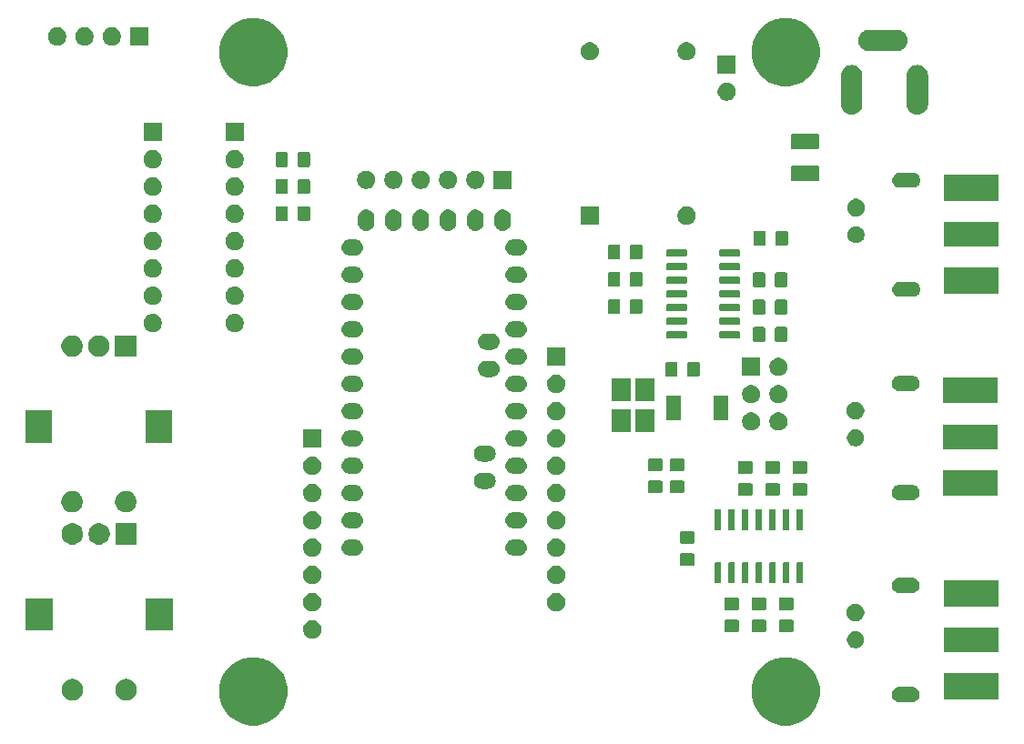
<source format=gbr>
G04 #@! TF.GenerationSoftware,KiCad,Pcbnew,(5.1.5)-3*
G04 #@! TF.CreationDate,2020-10-30T21:04:13-04:00*
G04 #@! TF.ProjectId,VFO-003,56464f2d-3030-4332-9e6b-696361645f70,1*
G04 #@! TF.SameCoordinates,Original*
G04 #@! TF.FileFunction,Soldermask,Top*
G04 #@! TF.FilePolarity,Negative*
%FSLAX46Y46*%
G04 Gerber Fmt 4.6, Leading zero omitted, Abs format (unit mm)*
G04 Created by KiCad (PCBNEW (5.1.5)-3) date 2020-10-30 21:04:13*
%MOMM*%
%LPD*%
G04 APERTURE LIST*
%ADD10C,0.150000*%
G04 APERTURE END LIST*
D10*
G36*
X168926112Y-88947013D02*
G01*
X169503925Y-89186351D01*
X170023944Y-89533817D01*
X170466183Y-89976056D01*
X170813649Y-90496075D01*
X171052987Y-91073888D01*
X171175000Y-91687288D01*
X171175000Y-92312712D01*
X171052987Y-92926112D01*
X170813649Y-93503925D01*
X170466183Y-94023944D01*
X170023944Y-94466183D01*
X169503925Y-94813649D01*
X168926112Y-95052987D01*
X168312712Y-95175000D01*
X167687288Y-95175000D01*
X167073888Y-95052987D01*
X166496075Y-94813649D01*
X165976056Y-94466183D01*
X165533817Y-94023944D01*
X165186351Y-93503925D01*
X164947013Y-92926112D01*
X164825000Y-92312712D01*
X164825000Y-91687288D01*
X164947013Y-91073888D01*
X165186351Y-90496075D01*
X165533817Y-89976056D01*
X165976056Y-89533817D01*
X166496075Y-89186351D01*
X167073888Y-88947013D01*
X167687288Y-88825000D01*
X168312712Y-88825000D01*
X168926112Y-88947013D01*
G37*
G36*
X119426112Y-88947013D02*
G01*
X120003925Y-89186351D01*
X120523944Y-89533817D01*
X120966183Y-89976056D01*
X121313649Y-90496075D01*
X121552987Y-91073888D01*
X121675000Y-91687288D01*
X121675000Y-92312712D01*
X121552987Y-92926112D01*
X121313649Y-93503925D01*
X120966183Y-94023944D01*
X120523944Y-94466183D01*
X120003925Y-94813649D01*
X119426112Y-95052987D01*
X118812712Y-95175000D01*
X118187288Y-95175000D01*
X117573888Y-95052987D01*
X116996075Y-94813649D01*
X116476056Y-94466183D01*
X116033817Y-94023944D01*
X115686351Y-93503925D01*
X115447013Y-92926112D01*
X115325000Y-92312712D01*
X115325000Y-91687288D01*
X115447013Y-91073888D01*
X115686351Y-90496075D01*
X116033817Y-89976056D01*
X116476056Y-89533817D01*
X116996075Y-89186351D01*
X117573888Y-88947013D01*
X118187288Y-88825000D01*
X118812712Y-88825000D01*
X119426112Y-88947013D01*
G37*
G36*
X179917224Y-91590128D02*
G01*
X180049175Y-91630155D01*
X180170781Y-91695155D01*
X180277370Y-91782630D01*
X180364845Y-91889219D01*
X180429845Y-92010825D01*
X180469872Y-92142776D01*
X180483387Y-92280000D01*
X180469872Y-92417224D01*
X180429845Y-92549175D01*
X180364845Y-92670781D01*
X180277370Y-92777370D01*
X180170781Y-92864845D01*
X180049175Y-92929845D01*
X179917224Y-92969872D01*
X179814390Y-92980000D01*
X178545610Y-92980000D01*
X178442776Y-92969872D01*
X178310825Y-92929845D01*
X178189219Y-92864845D01*
X178082630Y-92777370D01*
X177995155Y-92670781D01*
X177930155Y-92549175D01*
X177890128Y-92417224D01*
X177876613Y-92280000D01*
X177890128Y-92142776D01*
X177930155Y-92010825D01*
X177995155Y-91889219D01*
X178082630Y-91782630D01*
X178189219Y-91695155D01*
X178310825Y-91630155D01*
X178442776Y-91590128D01*
X178545610Y-91580000D01*
X179814390Y-91580000D01*
X179917224Y-91590128D01*
G37*
G36*
X101878090Y-90869819D02*
G01*
X101942489Y-90882629D01*
X102124478Y-90958011D01*
X102288263Y-91067449D01*
X102427551Y-91206737D01*
X102536989Y-91370522D01*
X102612371Y-91552511D01*
X102612371Y-91552512D01*
X102650800Y-91745707D01*
X102650800Y-91942693D01*
X102625181Y-92071490D01*
X102612371Y-92135889D01*
X102536989Y-92317878D01*
X102427551Y-92481663D01*
X102288263Y-92620951D01*
X102124478Y-92730389D01*
X101942489Y-92805771D01*
X101878090Y-92818581D01*
X101749293Y-92844200D01*
X101552307Y-92844200D01*
X101423510Y-92818581D01*
X101359111Y-92805771D01*
X101177122Y-92730389D01*
X101013337Y-92620951D01*
X100874049Y-92481663D01*
X100764611Y-92317878D01*
X100689229Y-92135889D01*
X100676419Y-92071490D01*
X100650800Y-91942693D01*
X100650800Y-91745707D01*
X100689229Y-91552512D01*
X100689229Y-91552511D01*
X100764611Y-91370522D01*
X100874049Y-91206737D01*
X101013337Y-91067449D01*
X101177122Y-90958011D01*
X101359111Y-90882629D01*
X101423510Y-90869819D01*
X101552307Y-90844200D01*
X101749293Y-90844200D01*
X101878090Y-90869819D01*
G37*
G36*
X106878090Y-90869819D02*
G01*
X106942489Y-90882629D01*
X107124478Y-90958011D01*
X107288263Y-91067449D01*
X107427551Y-91206737D01*
X107536989Y-91370522D01*
X107612371Y-91552511D01*
X107612371Y-91552512D01*
X107650800Y-91745707D01*
X107650800Y-91942693D01*
X107625181Y-92071490D01*
X107612371Y-92135889D01*
X107536989Y-92317878D01*
X107427551Y-92481663D01*
X107288263Y-92620951D01*
X107124478Y-92730389D01*
X106942489Y-92805771D01*
X106878090Y-92818581D01*
X106749293Y-92844200D01*
X106552307Y-92844200D01*
X106423510Y-92818581D01*
X106359111Y-92805771D01*
X106177122Y-92730389D01*
X106013337Y-92620951D01*
X105874049Y-92481663D01*
X105764611Y-92317878D01*
X105689229Y-92135889D01*
X105676419Y-92071490D01*
X105650800Y-91942693D01*
X105650800Y-91745707D01*
X105689229Y-91552512D01*
X105689229Y-91552511D01*
X105764611Y-91370522D01*
X105874049Y-91206737D01*
X106013337Y-91067449D01*
X106177122Y-90958011D01*
X106359111Y-90882629D01*
X106423510Y-90869819D01*
X106552307Y-90844200D01*
X106749293Y-90844200D01*
X106878090Y-90869819D01*
G37*
G36*
X187840000Y-92724500D02*
G01*
X182760000Y-92724500D01*
X182760000Y-90311500D01*
X187840000Y-90311500D01*
X187840000Y-92724500D01*
G37*
G36*
X187840000Y-88343000D02*
G01*
X182760000Y-88343000D01*
X182760000Y-86057000D01*
X187840000Y-86057000D01*
X187840000Y-88343000D01*
G37*
G36*
X174729676Y-86442859D02*
G01*
X174872973Y-86502214D01*
X175001938Y-86588386D01*
X175111614Y-86698062D01*
X175197786Y-86827027D01*
X175257141Y-86970324D01*
X175287400Y-87122447D01*
X175287400Y-87277553D01*
X175257141Y-87429676D01*
X175197786Y-87572973D01*
X175111614Y-87701938D01*
X175001938Y-87811614D01*
X174872973Y-87897786D01*
X174729676Y-87957141D01*
X174577553Y-87987400D01*
X174422447Y-87987400D01*
X174270324Y-87957141D01*
X174127027Y-87897786D01*
X173998062Y-87811614D01*
X173888386Y-87701938D01*
X173802214Y-87572973D01*
X173742859Y-87429676D01*
X173712600Y-87277553D01*
X173712600Y-87122447D01*
X173742859Y-86970324D01*
X173802214Y-86827027D01*
X173888386Y-86698062D01*
X173998062Y-86588386D01*
X174127027Y-86502214D01*
X174270324Y-86442859D01*
X174422447Y-86412600D01*
X174577553Y-86412600D01*
X174729676Y-86442859D01*
G37*
G36*
X124225335Y-85415664D02*
G01*
X124380024Y-85479739D01*
X124380026Y-85479740D01*
X124519244Y-85572762D01*
X124637638Y-85691156D01*
X124730660Y-85830374D01*
X124730661Y-85830376D01*
X124794736Y-85985065D01*
X124827400Y-86149281D01*
X124827400Y-86316719D01*
X124794736Y-86480935D01*
X124785921Y-86502215D01*
X124730660Y-86635626D01*
X124637638Y-86774844D01*
X124519244Y-86893238D01*
X124380026Y-86986260D01*
X124380025Y-86986261D01*
X124380024Y-86986261D01*
X124225335Y-87050336D01*
X124061119Y-87083000D01*
X123893681Y-87083000D01*
X123729465Y-87050336D01*
X123574776Y-86986261D01*
X123574775Y-86986261D01*
X123574774Y-86986260D01*
X123435556Y-86893238D01*
X123317162Y-86774844D01*
X123224140Y-86635626D01*
X123168879Y-86502215D01*
X123160064Y-86480935D01*
X123127400Y-86316719D01*
X123127400Y-86149281D01*
X123160064Y-85985065D01*
X123224139Y-85830376D01*
X123224140Y-85830374D01*
X123317162Y-85691156D01*
X123435556Y-85572762D01*
X123574774Y-85479740D01*
X123574776Y-85479739D01*
X123729465Y-85415664D01*
X123893681Y-85383000D01*
X124061119Y-85383000D01*
X124225335Y-85415664D01*
G37*
G36*
X163543522Y-85334039D02*
G01*
X163577057Y-85344212D01*
X163607956Y-85360728D01*
X163635043Y-85382957D01*
X163657272Y-85410044D01*
X163673788Y-85440943D01*
X163683961Y-85474478D01*
X163688000Y-85515487D01*
X163688000Y-86294513D01*
X163683961Y-86335522D01*
X163673788Y-86369057D01*
X163657272Y-86399956D01*
X163635043Y-86427043D01*
X163607956Y-86449272D01*
X163577057Y-86465788D01*
X163543522Y-86475961D01*
X163502513Y-86480000D01*
X162473487Y-86480000D01*
X162432478Y-86475961D01*
X162398943Y-86465788D01*
X162368044Y-86449272D01*
X162340957Y-86427043D01*
X162318728Y-86399956D01*
X162302212Y-86369057D01*
X162292039Y-86335522D01*
X162288000Y-86294513D01*
X162288000Y-85515487D01*
X162292039Y-85474478D01*
X162302212Y-85440943D01*
X162318728Y-85410044D01*
X162340957Y-85382957D01*
X162368044Y-85360728D01*
X162398943Y-85344212D01*
X162432478Y-85334039D01*
X162473487Y-85330000D01*
X163502513Y-85330000D01*
X163543522Y-85334039D01*
G37*
G36*
X166083522Y-85334039D02*
G01*
X166117057Y-85344212D01*
X166147956Y-85360728D01*
X166175043Y-85382957D01*
X166197272Y-85410044D01*
X166213788Y-85440943D01*
X166223961Y-85474478D01*
X166228000Y-85515487D01*
X166228000Y-86294513D01*
X166223961Y-86335522D01*
X166213788Y-86369057D01*
X166197272Y-86399956D01*
X166175043Y-86427043D01*
X166147956Y-86449272D01*
X166117057Y-86465788D01*
X166083522Y-86475961D01*
X166042513Y-86480000D01*
X165013487Y-86480000D01*
X164972478Y-86475961D01*
X164938943Y-86465788D01*
X164908044Y-86449272D01*
X164880957Y-86427043D01*
X164858728Y-86399956D01*
X164842212Y-86369057D01*
X164832039Y-86335522D01*
X164828000Y-86294513D01*
X164828000Y-85515487D01*
X164832039Y-85474478D01*
X164842212Y-85440943D01*
X164858728Y-85410044D01*
X164880957Y-85382957D01*
X164908044Y-85360728D01*
X164938943Y-85344212D01*
X164972478Y-85334039D01*
X165013487Y-85330000D01*
X166042513Y-85330000D01*
X166083522Y-85334039D01*
G37*
G36*
X168623522Y-85334039D02*
G01*
X168657057Y-85344212D01*
X168687956Y-85360728D01*
X168715043Y-85382957D01*
X168737272Y-85410044D01*
X168753788Y-85440943D01*
X168763961Y-85474478D01*
X168768000Y-85515487D01*
X168768000Y-86294513D01*
X168763961Y-86335522D01*
X168753788Y-86369057D01*
X168737272Y-86399956D01*
X168715043Y-86427043D01*
X168687956Y-86449272D01*
X168657057Y-86465788D01*
X168623522Y-86475961D01*
X168582513Y-86480000D01*
X167553487Y-86480000D01*
X167512478Y-86475961D01*
X167478943Y-86465788D01*
X167448044Y-86449272D01*
X167420957Y-86427043D01*
X167398728Y-86399956D01*
X167382212Y-86369057D01*
X167372039Y-86335522D01*
X167368000Y-86294513D01*
X167368000Y-85515487D01*
X167372039Y-85474478D01*
X167382212Y-85440943D01*
X167398728Y-85410044D01*
X167420957Y-85382957D01*
X167448044Y-85360728D01*
X167478943Y-85344212D01*
X167512478Y-85334039D01*
X167553487Y-85330000D01*
X168582513Y-85330000D01*
X168623522Y-85334039D01*
G37*
G36*
X99800800Y-86344200D02*
G01*
X97300800Y-86344200D01*
X97300800Y-83344200D01*
X99800800Y-83344200D01*
X99800800Y-86344200D01*
G37*
G36*
X111000800Y-86344200D02*
G01*
X108500800Y-86344200D01*
X108500800Y-83344200D01*
X111000800Y-83344200D01*
X111000800Y-86344200D01*
G37*
G36*
X174740788Y-83866223D02*
G01*
X174891022Y-83928452D01*
X175026223Y-84018790D01*
X175141210Y-84133777D01*
X175231548Y-84268978D01*
X175293777Y-84419212D01*
X175325500Y-84578694D01*
X175325500Y-84741306D01*
X175293777Y-84900788D01*
X175231548Y-85051022D01*
X175141210Y-85186223D01*
X175026223Y-85301210D01*
X174891022Y-85391548D01*
X174740788Y-85453777D01*
X174581306Y-85485500D01*
X174418694Y-85485500D01*
X174259212Y-85453777D01*
X174108978Y-85391548D01*
X173973777Y-85301210D01*
X173858790Y-85186223D01*
X173768452Y-85051022D01*
X173706223Y-84900788D01*
X173674500Y-84741306D01*
X173674500Y-84578694D01*
X173706223Y-84419212D01*
X173768452Y-84268978D01*
X173858790Y-84133777D01*
X173973777Y-84018790D01*
X174108978Y-83928452D01*
X174259212Y-83866223D01*
X174418694Y-83834500D01*
X174581306Y-83834500D01*
X174740788Y-83866223D01*
G37*
G36*
X146907535Y-82875664D02*
G01*
X147062224Y-82939739D01*
X147062226Y-82939740D01*
X147201444Y-83032762D01*
X147319838Y-83151156D01*
X147405928Y-83280000D01*
X147412861Y-83290376D01*
X147476936Y-83445065D01*
X147509600Y-83609281D01*
X147509600Y-83776719D01*
X147476936Y-83940935D01*
X147444687Y-84018790D01*
X147412860Y-84095626D01*
X147319838Y-84234844D01*
X147201444Y-84353238D01*
X147062226Y-84446260D01*
X147062225Y-84446261D01*
X147062224Y-84446261D01*
X146907535Y-84510336D01*
X146743319Y-84543000D01*
X146575881Y-84543000D01*
X146411665Y-84510336D01*
X146256976Y-84446261D01*
X146256975Y-84446261D01*
X146256974Y-84446260D01*
X146117756Y-84353238D01*
X145999362Y-84234844D01*
X145906340Y-84095626D01*
X145874513Y-84018790D01*
X145842264Y-83940935D01*
X145809600Y-83776719D01*
X145809600Y-83609281D01*
X145842264Y-83445065D01*
X145906339Y-83290376D01*
X145913272Y-83280000D01*
X145999362Y-83151156D01*
X146117756Y-83032762D01*
X146256974Y-82939740D01*
X146256976Y-82939739D01*
X146411665Y-82875664D01*
X146575881Y-82843000D01*
X146743319Y-82843000D01*
X146907535Y-82875664D01*
G37*
G36*
X124225335Y-82875664D02*
G01*
X124380024Y-82939739D01*
X124380026Y-82939740D01*
X124519244Y-83032762D01*
X124637638Y-83151156D01*
X124723728Y-83280000D01*
X124730661Y-83290376D01*
X124794736Y-83445065D01*
X124827400Y-83609281D01*
X124827400Y-83776719D01*
X124794736Y-83940935D01*
X124762487Y-84018790D01*
X124730660Y-84095626D01*
X124637638Y-84234844D01*
X124519244Y-84353238D01*
X124380026Y-84446260D01*
X124380025Y-84446261D01*
X124380024Y-84446261D01*
X124225335Y-84510336D01*
X124061119Y-84543000D01*
X123893681Y-84543000D01*
X123729465Y-84510336D01*
X123574776Y-84446261D01*
X123574775Y-84446261D01*
X123574774Y-84446260D01*
X123435556Y-84353238D01*
X123317162Y-84234844D01*
X123224140Y-84095626D01*
X123192313Y-84018790D01*
X123160064Y-83940935D01*
X123127400Y-83776719D01*
X123127400Y-83609281D01*
X123160064Y-83445065D01*
X123224139Y-83290376D01*
X123231072Y-83280000D01*
X123317162Y-83151156D01*
X123435556Y-83032762D01*
X123574774Y-82939740D01*
X123574776Y-82939739D01*
X123729465Y-82875664D01*
X123893681Y-82843000D01*
X124061119Y-82843000D01*
X124225335Y-82875664D01*
G37*
G36*
X166083522Y-83284039D02*
G01*
X166117057Y-83294212D01*
X166147956Y-83310728D01*
X166175043Y-83332957D01*
X166197272Y-83360044D01*
X166213788Y-83390943D01*
X166223961Y-83424478D01*
X166228000Y-83465487D01*
X166228000Y-84244513D01*
X166223961Y-84285522D01*
X166213788Y-84319057D01*
X166197272Y-84349956D01*
X166175043Y-84377043D01*
X166147956Y-84399272D01*
X166117057Y-84415788D01*
X166083522Y-84425961D01*
X166042513Y-84430000D01*
X165013487Y-84430000D01*
X164972478Y-84425961D01*
X164938943Y-84415788D01*
X164908044Y-84399272D01*
X164880957Y-84377043D01*
X164858728Y-84349956D01*
X164842212Y-84319057D01*
X164832039Y-84285522D01*
X164828000Y-84244513D01*
X164828000Y-83465487D01*
X164832039Y-83424478D01*
X164842212Y-83390943D01*
X164858728Y-83360044D01*
X164880957Y-83332957D01*
X164908044Y-83310728D01*
X164938943Y-83294212D01*
X164972478Y-83284039D01*
X165013487Y-83280000D01*
X166042513Y-83280000D01*
X166083522Y-83284039D01*
G37*
G36*
X168623522Y-83284039D02*
G01*
X168657057Y-83294212D01*
X168687956Y-83310728D01*
X168715043Y-83332957D01*
X168737272Y-83360044D01*
X168753788Y-83390943D01*
X168763961Y-83424478D01*
X168768000Y-83465487D01*
X168768000Y-84244513D01*
X168763961Y-84285522D01*
X168753788Y-84319057D01*
X168737272Y-84349956D01*
X168715043Y-84377043D01*
X168687956Y-84399272D01*
X168657057Y-84415788D01*
X168623522Y-84425961D01*
X168582513Y-84430000D01*
X167553487Y-84430000D01*
X167512478Y-84425961D01*
X167478943Y-84415788D01*
X167448044Y-84399272D01*
X167420957Y-84377043D01*
X167398728Y-84349956D01*
X167382212Y-84319057D01*
X167372039Y-84285522D01*
X167368000Y-84244513D01*
X167368000Y-83465487D01*
X167372039Y-83424478D01*
X167382212Y-83390943D01*
X167398728Y-83360044D01*
X167420957Y-83332957D01*
X167448044Y-83310728D01*
X167478943Y-83294212D01*
X167512478Y-83284039D01*
X167553487Y-83280000D01*
X168582513Y-83280000D01*
X168623522Y-83284039D01*
G37*
G36*
X163543522Y-83284039D02*
G01*
X163577057Y-83294212D01*
X163607956Y-83310728D01*
X163635043Y-83332957D01*
X163657272Y-83360044D01*
X163673788Y-83390943D01*
X163683961Y-83424478D01*
X163688000Y-83465487D01*
X163688000Y-84244513D01*
X163683961Y-84285522D01*
X163673788Y-84319057D01*
X163657272Y-84349956D01*
X163635043Y-84377043D01*
X163607956Y-84399272D01*
X163577057Y-84415788D01*
X163543522Y-84425961D01*
X163502513Y-84430000D01*
X162473487Y-84430000D01*
X162432478Y-84425961D01*
X162398943Y-84415788D01*
X162368044Y-84399272D01*
X162340957Y-84377043D01*
X162318728Y-84349956D01*
X162302212Y-84319057D01*
X162292039Y-84285522D01*
X162288000Y-84244513D01*
X162288000Y-83465487D01*
X162292039Y-83424478D01*
X162302212Y-83390943D01*
X162318728Y-83360044D01*
X162340957Y-83332957D01*
X162368044Y-83310728D01*
X162398943Y-83294212D01*
X162432478Y-83284039D01*
X162473487Y-83280000D01*
X163502513Y-83280000D01*
X163543522Y-83284039D01*
G37*
G36*
X187840000Y-84088500D02*
G01*
X182760000Y-84088500D01*
X182760000Y-81675500D01*
X187840000Y-81675500D01*
X187840000Y-84088500D01*
G37*
G36*
X179917224Y-81430128D02*
G01*
X180049175Y-81470155D01*
X180170781Y-81535155D01*
X180277370Y-81622630D01*
X180364845Y-81729219D01*
X180429845Y-81850825D01*
X180469872Y-81982776D01*
X180483387Y-82120000D01*
X180469872Y-82257224D01*
X180429845Y-82389175D01*
X180364845Y-82510781D01*
X180277370Y-82617370D01*
X180170781Y-82704845D01*
X180049175Y-82769845D01*
X179917224Y-82809872D01*
X179814390Y-82820000D01*
X178545610Y-82820000D01*
X178442776Y-82809872D01*
X178310825Y-82769845D01*
X178189219Y-82704845D01*
X178082630Y-82617370D01*
X177995155Y-82510781D01*
X177930155Y-82389175D01*
X177890128Y-82257224D01*
X177876613Y-82120000D01*
X177890128Y-81982776D01*
X177930155Y-81850825D01*
X177995155Y-81729219D01*
X178082630Y-81622630D01*
X178189219Y-81535155D01*
X178310825Y-81470155D01*
X178442776Y-81430128D01*
X178545610Y-81420000D01*
X179814390Y-81420000D01*
X179917224Y-81430128D01*
G37*
G36*
X124225335Y-80335664D02*
G01*
X124380024Y-80399739D01*
X124380026Y-80399740D01*
X124519244Y-80492762D01*
X124637638Y-80611156D01*
X124730660Y-80750374D01*
X124730661Y-80750376D01*
X124794736Y-80905065D01*
X124827400Y-81069281D01*
X124827400Y-81236719D01*
X124794736Y-81400935D01*
X124730661Y-81555624D01*
X124730660Y-81555626D01*
X124637638Y-81694844D01*
X124519244Y-81813238D01*
X124380026Y-81906260D01*
X124380025Y-81906261D01*
X124380024Y-81906261D01*
X124225335Y-81970336D01*
X124061119Y-82003000D01*
X123893681Y-82003000D01*
X123729465Y-81970336D01*
X123574776Y-81906261D01*
X123574775Y-81906261D01*
X123574774Y-81906260D01*
X123435556Y-81813238D01*
X123317162Y-81694844D01*
X123224140Y-81555626D01*
X123224139Y-81555624D01*
X123160064Y-81400935D01*
X123127400Y-81236719D01*
X123127400Y-81069281D01*
X123160064Y-80905065D01*
X123224139Y-80750376D01*
X123224140Y-80750374D01*
X123317162Y-80611156D01*
X123435556Y-80492762D01*
X123574774Y-80399740D01*
X123574776Y-80399739D01*
X123729465Y-80335664D01*
X123893681Y-80303000D01*
X124061119Y-80303000D01*
X124225335Y-80335664D01*
G37*
G36*
X146907535Y-80335664D02*
G01*
X147062224Y-80399739D01*
X147062226Y-80399740D01*
X147201444Y-80492762D01*
X147319838Y-80611156D01*
X147412860Y-80750374D01*
X147412861Y-80750376D01*
X147476936Y-80905065D01*
X147509600Y-81069281D01*
X147509600Y-81236719D01*
X147476936Y-81400935D01*
X147412861Y-81555624D01*
X147412860Y-81555626D01*
X147319838Y-81694844D01*
X147201444Y-81813238D01*
X147062226Y-81906260D01*
X147062225Y-81906261D01*
X147062224Y-81906261D01*
X146907535Y-81970336D01*
X146743319Y-82003000D01*
X146575881Y-82003000D01*
X146411665Y-81970336D01*
X146256976Y-81906261D01*
X146256975Y-81906261D01*
X146256974Y-81906260D01*
X146117756Y-81813238D01*
X145999362Y-81694844D01*
X145906340Y-81555626D01*
X145906339Y-81555624D01*
X145842264Y-81400935D01*
X145809600Y-81236719D01*
X145809600Y-81069281D01*
X145842264Y-80905065D01*
X145906339Y-80750376D01*
X145906340Y-80750374D01*
X145999362Y-80611156D01*
X146117756Y-80492762D01*
X146256974Y-80399740D01*
X146256976Y-80399739D01*
X146411665Y-80335664D01*
X146575881Y-80303000D01*
X146743319Y-80303000D01*
X146907535Y-80335664D01*
G37*
G36*
X161947453Y-80002274D02*
G01*
X161963753Y-80007219D01*
X161978775Y-80015249D01*
X161991944Y-80026056D01*
X162002751Y-80039225D01*
X162010781Y-80054247D01*
X162015726Y-80070547D01*
X162018000Y-80093640D01*
X162018000Y-81856360D01*
X162015726Y-81879453D01*
X162010781Y-81895753D01*
X162002751Y-81910775D01*
X161991944Y-81923944D01*
X161978775Y-81934751D01*
X161963753Y-81942781D01*
X161947453Y-81947726D01*
X161924360Y-81950000D01*
X161511640Y-81950000D01*
X161488547Y-81947726D01*
X161472247Y-81942781D01*
X161457225Y-81934751D01*
X161444056Y-81923944D01*
X161433249Y-81910775D01*
X161425219Y-81895753D01*
X161420274Y-81879453D01*
X161418000Y-81856360D01*
X161418000Y-80093640D01*
X161420274Y-80070547D01*
X161425219Y-80054247D01*
X161433249Y-80039225D01*
X161444056Y-80026056D01*
X161457225Y-80015249D01*
X161472247Y-80007219D01*
X161488547Y-80002274D01*
X161511640Y-80000000D01*
X161924360Y-80000000D01*
X161947453Y-80002274D01*
G37*
G36*
X163217453Y-80002274D02*
G01*
X163233753Y-80007219D01*
X163248775Y-80015249D01*
X163261944Y-80026056D01*
X163272751Y-80039225D01*
X163280781Y-80054247D01*
X163285726Y-80070547D01*
X163288000Y-80093640D01*
X163288000Y-81856360D01*
X163285726Y-81879453D01*
X163280781Y-81895753D01*
X163272751Y-81910775D01*
X163261944Y-81923944D01*
X163248775Y-81934751D01*
X163233753Y-81942781D01*
X163217453Y-81947726D01*
X163194360Y-81950000D01*
X162781640Y-81950000D01*
X162758547Y-81947726D01*
X162742247Y-81942781D01*
X162727225Y-81934751D01*
X162714056Y-81923944D01*
X162703249Y-81910775D01*
X162695219Y-81895753D01*
X162690274Y-81879453D01*
X162688000Y-81856360D01*
X162688000Y-80093640D01*
X162690274Y-80070547D01*
X162695219Y-80054247D01*
X162703249Y-80039225D01*
X162714056Y-80026056D01*
X162727225Y-80015249D01*
X162742247Y-80007219D01*
X162758547Y-80002274D01*
X162781640Y-80000000D01*
X163194360Y-80000000D01*
X163217453Y-80002274D01*
G37*
G36*
X169567453Y-80002274D02*
G01*
X169583753Y-80007219D01*
X169598775Y-80015249D01*
X169611944Y-80026056D01*
X169622751Y-80039225D01*
X169630781Y-80054247D01*
X169635726Y-80070547D01*
X169638000Y-80093640D01*
X169638000Y-81856360D01*
X169635726Y-81879453D01*
X169630781Y-81895753D01*
X169622751Y-81910775D01*
X169611944Y-81923944D01*
X169598775Y-81934751D01*
X169583753Y-81942781D01*
X169567453Y-81947726D01*
X169544360Y-81950000D01*
X169131640Y-81950000D01*
X169108547Y-81947726D01*
X169092247Y-81942781D01*
X169077225Y-81934751D01*
X169064056Y-81923944D01*
X169053249Y-81910775D01*
X169045219Y-81895753D01*
X169040274Y-81879453D01*
X169038000Y-81856360D01*
X169038000Y-80093640D01*
X169040274Y-80070547D01*
X169045219Y-80054247D01*
X169053249Y-80039225D01*
X169064056Y-80026056D01*
X169077225Y-80015249D01*
X169092247Y-80007219D01*
X169108547Y-80002274D01*
X169131640Y-80000000D01*
X169544360Y-80000000D01*
X169567453Y-80002274D01*
G37*
G36*
X167027453Y-80002274D02*
G01*
X167043753Y-80007219D01*
X167058775Y-80015249D01*
X167071944Y-80026056D01*
X167082751Y-80039225D01*
X167090781Y-80054247D01*
X167095726Y-80070547D01*
X167098000Y-80093640D01*
X167098000Y-81856360D01*
X167095726Y-81879453D01*
X167090781Y-81895753D01*
X167082751Y-81910775D01*
X167071944Y-81923944D01*
X167058775Y-81934751D01*
X167043753Y-81942781D01*
X167027453Y-81947726D01*
X167004360Y-81950000D01*
X166591640Y-81950000D01*
X166568547Y-81947726D01*
X166552247Y-81942781D01*
X166537225Y-81934751D01*
X166524056Y-81923944D01*
X166513249Y-81910775D01*
X166505219Y-81895753D01*
X166500274Y-81879453D01*
X166498000Y-81856360D01*
X166498000Y-80093640D01*
X166500274Y-80070547D01*
X166505219Y-80054247D01*
X166513249Y-80039225D01*
X166524056Y-80026056D01*
X166537225Y-80015249D01*
X166552247Y-80007219D01*
X166568547Y-80002274D01*
X166591640Y-80000000D01*
X167004360Y-80000000D01*
X167027453Y-80002274D01*
G37*
G36*
X165757453Y-80002274D02*
G01*
X165773753Y-80007219D01*
X165788775Y-80015249D01*
X165801944Y-80026056D01*
X165812751Y-80039225D01*
X165820781Y-80054247D01*
X165825726Y-80070547D01*
X165828000Y-80093640D01*
X165828000Y-81856360D01*
X165825726Y-81879453D01*
X165820781Y-81895753D01*
X165812751Y-81910775D01*
X165801944Y-81923944D01*
X165788775Y-81934751D01*
X165773753Y-81942781D01*
X165757453Y-81947726D01*
X165734360Y-81950000D01*
X165321640Y-81950000D01*
X165298547Y-81947726D01*
X165282247Y-81942781D01*
X165267225Y-81934751D01*
X165254056Y-81923944D01*
X165243249Y-81910775D01*
X165235219Y-81895753D01*
X165230274Y-81879453D01*
X165228000Y-81856360D01*
X165228000Y-80093640D01*
X165230274Y-80070547D01*
X165235219Y-80054247D01*
X165243249Y-80039225D01*
X165254056Y-80026056D01*
X165267225Y-80015249D01*
X165282247Y-80007219D01*
X165298547Y-80002274D01*
X165321640Y-80000000D01*
X165734360Y-80000000D01*
X165757453Y-80002274D01*
G37*
G36*
X164487453Y-80002274D02*
G01*
X164503753Y-80007219D01*
X164518775Y-80015249D01*
X164531944Y-80026056D01*
X164542751Y-80039225D01*
X164550781Y-80054247D01*
X164555726Y-80070547D01*
X164558000Y-80093640D01*
X164558000Y-81856360D01*
X164555726Y-81879453D01*
X164550781Y-81895753D01*
X164542751Y-81910775D01*
X164531944Y-81923944D01*
X164518775Y-81934751D01*
X164503753Y-81942781D01*
X164487453Y-81947726D01*
X164464360Y-81950000D01*
X164051640Y-81950000D01*
X164028547Y-81947726D01*
X164012247Y-81942781D01*
X163997225Y-81934751D01*
X163984056Y-81923944D01*
X163973249Y-81910775D01*
X163965219Y-81895753D01*
X163960274Y-81879453D01*
X163958000Y-81856360D01*
X163958000Y-80093640D01*
X163960274Y-80070547D01*
X163965219Y-80054247D01*
X163973249Y-80039225D01*
X163984056Y-80026056D01*
X163997225Y-80015249D01*
X164012247Y-80007219D01*
X164028547Y-80002274D01*
X164051640Y-80000000D01*
X164464360Y-80000000D01*
X164487453Y-80002274D01*
G37*
G36*
X168297453Y-80002274D02*
G01*
X168313753Y-80007219D01*
X168328775Y-80015249D01*
X168341944Y-80026056D01*
X168352751Y-80039225D01*
X168360781Y-80054247D01*
X168365726Y-80070547D01*
X168368000Y-80093640D01*
X168368000Y-81856360D01*
X168365726Y-81879453D01*
X168360781Y-81895753D01*
X168352751Y-81910775D01*
X168341944Y-81923944D01*
X168328775Y-81934751D01*
X168313753Y-81942781D01*
X168297453Y-81947726D01*
X168274360Y-81950000D01*
X167861640Y-81950000D01*
X167838547Y-81947726D01*
X167822247Y-81942781D01*
X167807225Y-81934751D01*
X167794056Y-81923944D01*
X167783249Y-81910775D01*
X167775219Y-81895753D01*
X167770274Y-81879453D01*
X167768000Y-81856360D01*
X167768000Y-80093640D01*
X167770274Y-80070547D01*
X167775219Y-80054247D01*
X167783249Y-80039225D01*
X167794056Y-80026056D01*
X167807225Y-80015249D01*
X167822247Y-80007219D01*
X167838547Y-80002274D01*
X167861640Y-80000000D01*
X168274360Y-80000000D01*
X168297453Y-80002274D01*
G37*
G36*
X159405522Y-79154039D02*
G01*
X159439057Y-79164212D01*
X159469956Y-79180728D01*
X159497043Y-79202957D01*
X159519272Y-79230044D01*
X159535788Y-79260943D01*
X159545961Y-79294478D01*
X159550000Y-79335487D01*
X159550000Y-80114513D01*
X159545961Y-80155522D01*
X159535788Y-80189057D01*
X159519272Y-80219956D01*
X159497043Y-80247043D01*
X159469956Y-80269272D01*
X159439057Y-80285788D01*
X159405522Y-80295961D01*
X159364513Y-80300000D01*
X158335487Y-80300000D01*
X158294478Y-80295961D01*
X158260943Y-80285788D01*
X158230044Y-80269272D01*
X158202957Y-80247043D01*
X158180728Y-80219956D01*
X158164212Y-80189057D01*
X158154039Y-80155522D01*
X158150000Y-80114513D01*
X158150000Y-79335487D01*
X158154039Y-79294478D01*
X158164212Y-79260943D01*
X158180728Y-79230044D01*
X158202957Y-79202957D01*
X158230044Y-79180728D01*
X158260943Y-79164212D01*
X158294478Y-79154039D01*
X158335487Y-79150000D01*
X159364513Y-79150000D01*
X159405522Y-79154039D01*
G37*
G36*
X146907535Y-77795664D02*
G01*
X147041126Y-77851000D01*
X147062226Y-77859740D01*
X147201444Y-77952762D01*
X147319838Y-78071156D01*
X147412860Y-78210374D01*
X147412861Y-78210376D01*
X147476936Y-78365065D01*
X147509600Y-78529281D01*
X147509600Y-78696719D01*
X147476936Y-78860935D01*
X147458263Y-78906015D01*
X147412860Y-79015626D01*
X147319838Y-79154844D01*
X147201444Y-79273238D01*
X147062226Y-79366260D01*
X147062225Y-79366261D01*
X147062224Y-79366261D01*
X146907535Y-79430336D01*
X146743319Y-79463000D01*
X146575881Y-79463000D01*
X146411665Y-79430336D01*
X146256976Y-79366261D01*
X146256975Y-79366261D01*
X146256974Y-79366260D01*
X146117756Y-79273238D01*
X145999362Y-79154844D01*
X145906340Y-79015626D01*
X145860937Y-78906015D01*
X145842264Y-78860935D01*
X145809600Y-78696719D01*
X145809600Y-78529281D01*
X145842264Y-78365065D01*
X145906339Y-78210376D01*
X145906340Y-78210374D01*
X145999362Y-78071156D01*
X146117756Y-77952762D01*
X146256974Y-77859740D01*
X146278074Y-77851000D01*
X146411665Y-77795664D01*
X146575881Y-77763000D01*
X146743319Y-77763000D01*
X146907535Y-77795664D01*
G37*
G36*
X124225335Y-77795664D02*
G01*
X124358926Y-77851000D01*
X124380026Y-77859740D01*
X124519244Y-77952762D01*
X124637638Y-78071156D01*
X124730660Y-78210374D01*
X124730661Y-78210376D01*
X124794736Y-78365065D01*
X124827400Y-78529281D01*
X124827400Y-78696719D01*
X124794736Y-78860935D01*
X124776063Y-78906015D01*
X124730660Y-79015626D01*
X124637638Y-79154844D01*
X124519244Y-79273238D01*
X124380026Y-79366260D01*
X124380025Y-79366261D01*
X124380024Y-79366261D01*
X124225335Y-79430336D01*
X124061119Y-79463000D01*
X123893681Y-79463000D01*
X123729465Y-79430336D01*
X123574776Y-79366261D01*
X123574775Y-79366261D01*
X123574774Y-79366260D01*
X123435556Y-79273238D01*
X123317162Y-79154844D01*
X123224140Y-79015626D01*
X123178737Y-78906015D01*
X123160064Y-78860935D01*
X123127400Y-78696719D01*
X123127400Y-78529281D01*
X123160064Y-78365065D01*
X123224139Y-78210376D01*
X123224140Y-78210374D01*
X123317162Y-78071156D01*
X123435556Y-77952762D01*
X123574774Y-77859740D01*
X123595874Y-77851000D01*
X123729465Y-77795664D01*
X123893681Y-77763000D01*
X124061119Y-77763000D01*
X124225335Y-77795664D01*
G37*
G36*
X128023943Y-77854675D02*
G01*
X128098578Y-77862026D01*
X128204842Y-77894261D01*
X128242219Y-77905599D01*
X128374591Y-77976354D01*
X128490622Y-78071578D01*
X128585846Y-78187609D01*
X128656601Y-78319981D01*
X128656602Y-78319985D01*
X128700174Y-78463622D01*
X128714886Y-78613000D01*
X128700174Y-78762378D01*
X128670277Y-78860935D01*
X128656601Y-78906019D01*
X128585846Y-79038391D01*
X128490622Y-79154422D01*
X128374591Y-79249646D01*
X128242219Y-79320401D01*
X128204842Y-79331739D01*
X128098578Y-79363974D01*
X128023943Y-79371325D01*
X127986627Y-79375000D01*
X127435773Y-79375000D01*
X127398457Y-79371325D01*
X127323822Y-79363974D01*
X127217558Y-79331739D01*
X127180181Y-79320401D01*
X127047809Y-79249646D01*
X126931778Y-79154422D01*
X126836554Y-79038391D01*
X126765799Y-78906019D01*
X126752123Y-78860935D01*
X126722226Y-78762378D01*
X126707514Y-78613000D01*
X126722226Y-78463622D01*
X126765798Y-78319985D01*
X126765799Y-78319981D01*
X126836554Y-78187609D01*
X126931778Y-78071578D01*
X127047809Y-77976354D01*
X127180181Y-77905599D01*
X127217558Y-77894261D01*
X127323822Y-77862026D01*
X127398457Y-77854675D01*
X127435773Y-77851000D01*
X127986627Y-77851000D01*
X128023943Y-77854675D01*
G37*
G36*
X143263943Y-77854675D02*
G01*
X143338578Y-77862026D01*
X143444842Y-77894261D01*
X143482219Y-77905599D01*
X143614591Y-77976354D01*
X143730622Y-78071578D01*
X143825846Y-78187609D01*
X143896601Y-78319981D01*
X143896602Y-78319985D01*
X143940174Y-78463622D01*
X143954886Y-78613000D01*
X143940174Y-78762378D01*
X143910277Y-78860935D01*
X143896601Y-78906019D01*
X143825846Y-79038391D01*
X143730622Y-79154422D01*
X143614591Y-79249646D01*
X143482219Y-79320401D01*
X143444842Y-79331739D01*
X143338578Y-79363974D01*
X143263943Y-79371325D01*
X143226627Y-79375000D01*
X142675773Y-79375000D01*
X142638457Y-79371325D01*
X142563822Y-79363974D01*
X142457558Y-79331739D01*
X142420181Y-79320401D01*
X142287809Y-79249646D01*
X142171778Y-79154422D01*
X142076554Y-79038391D01*
X142005799Y-78906019D01*
X141992123Y-78860935D01*
X141962226Y-78762378D01*
X141947514Y-78613000D01*
X141962226Y-78463622D01*
X142005798Y-78319985D01*
X142005799Y-78319981D01*
X142076554Y-78187609D01*
X142171778Y-78071578D01*
X142287809Y-77976354D01*
X142420181Y-77905599D01*
X142457558Y-77894261D01*
X142563822Y-77862026D01*
X142638457Y-77854675D01*
X142675773Y-77851000D01*
X143226627Y-77851000D01*
X143263943Y-77854675D01*
G37*
G36*
X107650800Y-78344200D02*
G01*
X105650800Y-78344200D01*
X105650800Y-76344200D01*
X107650800Y-76344200D01*
X107650800Y-78344200D01*
G37*
G36*
X104358964Y-76366015D02*
G01*
X104442489Y-76382629D01*
X104624478Y-76458011D01*
X104788263Y-76567449D01*
X104927551Y-76706737D01*
X105036989Y-76870522D01*
X105089678Y-76997726D01*
X105112371Y-77052512D01*
X105150556Y-77244478D01*
X105150800Y-77245709D01*
X105150800Y-77442691D01*
X105112371Y-77635889D01*
X105036989Y-77817878D01*
X104927551Y-77981663D01*
X104788263Y-78120951D01*
X104624478Y-78230389D01*
X104442489Y-78305771D01*
X104378090Y-78318581D01*
X104249293Y-78344200D01*
X104052307Y-78344200D01*
X103923510Y-78318581D01*
X103859111Y-78305771D01*
X103677122Y-78230389D01*
X103513337Y-78120951D01*
X103374049Y-77981663D01*
X103264611Y-77817878D01*
X103189229Y-77635889D01*
X103150800Y-77442691D01*
X103150800Y-77245709D01*
X103151045Y-77244478D01*
X103189229Y-77052512D01*
X103211922Y-76997726D01*
X103264611Y-76870522D01*
X103374049Y-76706737D01*
X103513337Y-76567449D01*
X103677122Y-76458011D01*
X103859111Y-76382629D01*
X103942636Y-76366015D01*
X104052307Y-76344200D01*
X104249293Y-76344200D01*
X104358964Y-76366015D01*
G37*
G36*
X101858964Y-76366015D02*
G01*
X101942489Y-76382629D01*
X102124478Y-76458011D01*
X102288263Y-76567449D01*
X102427551Y-76706737D01*
X102536989Y-76870522D01*
X102589678Y-76997726D01*
X102612371Y-77052512D01*
X102650556Y-77244478D01*
X102650800Y-77245709D01*
X102650800Y-77442691D01*
X102612371Y-77635889D01*
X102536989Y-77817878D01*
X102427551Y-77981663D01*
X102288263Y-78120951D01*
X102124478Y-78230389D01*
X101942489Y-78305771D01*
X101878090Y-78318581D01*
X101749293Y-78344200D01*
X101552307Y-78344200D01*
X101423510Y-78318581D01*
X101359111Y-78305771D01*
X101177122Y-78230389D01*
X101013337Y-78120951D01*
X100874049Y-77981663D01*
X100764611Y-77817878D01*
X100689229Y-77635889D01*
X100650800Y-77442691D01*
X100650800Y-77245709D01*
X100651045Y-77244478D01*
X100689229Y-77052512D01*
X100711922Y-76997726D01*
X100764611Y-76870522D01*
X100874049Y-76706737D01*
X101013337Y-76567449D01*
X101177122Y-76458011D01*
X101359111Y-76382629D01*
X101442636Y-76366015D01*
X101552307Y-76344200D01*
X101749293Y-76344200D01*
X101858964Y-76366015D01*
G37*
G36*
X159405522Y-77104039D02*
G01*
X159439057Y-77114212D01*
X159469956Y-77130728D01*
X159497043Y-77152957D01*
X159519272Y-77180044D01*
X159535788Y-77210943D01*
X159545961Y-77244478D01*
X159550000Y-77285487D01*
X159550000Y-78064513D01*
X159545961Y-78105522D01*
X159535788Y-78139057D01*
X159519272Y-78169956D01*
X159497043Y-78197043D01*
X159469956Y-78219272D01*
X159439057Y-78235788D01*
X159405522Y-78245961D01*
X159364513Y-78250000D01*
X158335487Y-78250000D01*
X158294478Y-78245961D01*
X158260943Y-78235788D01*
X158230044Y-78219272D01*
X158202957Y-78197043D01*
X158180728Y-78169956D01*
X158164212Y-78139057D01*
X158154039Y-78105522D01*
X158150000Y-78064513D01*
X158150000Y-77285487D01*
X158154039Y-77244478D01*
X158164212Y-77210943D01*
X158180728Y-77180044D01*
X158202957Y-77152957D01*
X158230044Y-77130728D01*
X158260943Y-77114212D01*
X158294478Y-77104039D01*
X158335487Y-77100000D01*
X159364513Y-77100000D01*
X159405522Y-77104039D01*
G37*
G36*
X169567453Y-75052274D02*
G01*
X169583753Y-75057219D01*
X169598775Y-75065249D01*
X169611944Y-75076056D01*
X169622751Y-75089225D01*
X169630781Y-75104247D01*
X169635726Y-75120547D01*
X169638000Y-75143640D01*
X169638000Y-76906360D01*
X169635726Y-76929453D01*
X169630781Y-76945753D01*
X169622751Y-76960775D01*
X169611944Y-76973944D01*
X169598775Y-76984751D01*
X169583753Y-76992781D01*
X169567453Y-76997726D01*
X169544360Y-77000000D01*
X169131640Y-77000000D01*
X169108547Y-76997726D01*
X169092247Y-76992781D01*
X169077225Y-76984751D01*
X169064056Y-76973944D01*
X169053249Y-76960775D01*
X169045219Y-76945753D01*
X169040274Y-76929453D01*
X169038000Y-76906360D01*
X169038000Y-75143640D01*
X169040274Y-75120547D01*
X169045219Y-75104247D01*
X169053249Y-75089225D01*
X169064056Y-75076056D01*
X169077225Y-75065249D01*
X169092247Y-75057219D01*
X169108547Y-75052274D01*
X169131640Y-75050000D01*
X169544360Y-75050000D01*
X169567453Y-75052274D01*
G37*
G36*
X161947453Y-75052274D02*
G01*
X161963753Y-75057219D01*
X161978775Y-75065249D01*
X161991944Y-75076056D01*
X162002751Y-75089225D01*
X162010781Y-75104247D01*
X162015726Y-75120547D01*
X162018000Y-75143640D01*
X162018000Y-76906360D01*
X162015726Y-76929453D01*
X162010781Y-76945753D01*
X162002751Y-76960775D01*
X161991944Y-76973944D01*
X161978775Y-76984751D01*
X161963753Y-76992781D01*
X161947453Y-76997726D01*
X161924360Y-77000000D01*
X161511640Y-77000000D01*
X161488547Y-76997726D01*
X161472247Y-76992781D01*
X161457225Y-76984751D01*
X161444056Y-76973944D01*
X161433249Y-76960775D01*
X161425219Y-76945753D01*
X161420274Y-76929453D01*
X161418000Y-76906360D01*
X161418000Y-75143640D01*
X161420274Y-75120547D01*
X161425219Y-75104247D01*
X161433249Y-75089225D01*
X161444056Y-75076056D01*
X161457225Y-75065249D01*
X161472247Y-75057219D01*
X161488547Y-75052274D01*
X161511640Y-75050000D01*
X161924360Y-75050000D01*
X161947453Y-75052274D01*
G37*
G36*
X163217453Y-75052274D02*
G01*
X163233753Y-75057219D01*
X163248775Y-75065249D01*
X163261944Y-75076056D01*
X163272751Y-75089225D01*
X163280781Y-75104247D01*
X163285726Y-75120547D01*
X163288000Y-75143640D01*
X163288000Y-76906360D01*
X163285726Y-76929453D01*
X163280781Y-76945753D01*
X163272751Y-76960775D01*
X163261944Y-76973944D01*
X163248775Y-76984751D01*
X163233753Y-76992781D01*
X163217453Y-76997726D01*
X163194360Y-77000000D01*
X162781640Y-77000000D01*
X162758547Y-76997726D01*
X162742247Y-76992781D01*
X162727225Y-76984751D01*
X162714056Y-76973944D01*
X162703249Y-76960775D01*
X162695219Y-76945753D01*
X162690274Y-76929453D01*
X162688000Y-76906360D01*
X162688000Y-75143640D01*
X162690274Y-75120547D01*
X162695219Y-75104247D01*
X162703249Y-75089225D01*
X162714056Y-75076056D01*
X162727225Y-75065249D01*
X162742247Y-75057219D01*
X162758547Y-75052274D01*
X162781640Y-75050000D01*
X163194360Y-75050000D01*
X163217453Y-75052274D01*
G37*
G36*
X164487453Y-75052274D02*
G01*
X164503753Y-75057219D01*
X164518775Y-75065249D01*
X164531944Y-75076056D01*
X164542751Y-75089225D01*
X164550781Y-75104247D01*
X164555726Y-75120547D01*
X164558000Y-75143640D01*
X164558000Y-76906360D01*
X164555726Y-76929453D01*
X164550781Y-76945753D01*
X164542751Y-76960775D01*
X164531944Y-76973944D01*
X164518775Y-76984751D01*
X164503753Y-76992781D01*
X164487453Y-76997726D01*
X164464360Y-77000000D01*
X164051640Y-77000000D01*
X164028547Y-76997726D01*
X164012247Y-76992781D01*
X163997225Y-76984751D01*
X163984056Y-76973944D01*
X163973249Y-76960775D01*
X163965219Y-76945753D01*
X163960274Y-76929453D01*
X163958000Y-76906360D01*
X163958000Y-75143640D01*
X163960274Y-75120547D01*
X163965219Y-75104247D01*
X163973249Y-75089225D01*
X163984056Y-75076056D01*
X163997225Y-75065249D01*
X164012247Y-75057219D01*
X164028547Y-75052274D01*
X164051640Y-75050000D01*
X164464360Y-75050000D01*
X164487453Y-75052274D01*
G37*
G36*
X165757453Y-75052274D02*
G01*
X165773753Y-75057219D01*
X165788775Y-75065249D01*
X165801944Y-75076056D01*
X165812751Y-75089225D01*
X165820781Y-75104247D01*
X165825726Y-75120547D01*
X165828000Y-75143640D01*
X165828000Y-76906360D01*
X165825726Y-76929453D01*
X165820781Y-76945753D01*
X165812751Y-76960775D01*
X165801944Y-76973944D01*
X165788775Y-76984751D01*
X165773753Y-76992781D01*
X165757453Y-76997726D01*
X165734360Y-77000000D01*
X165321640Y-77000000D01*
X165298547Y-76997726D01*
X165282247Y-76992781D01*
X165267225Y-76984751D01*
X165254056Y-76973944D01*
X165243249Y-76960775D01*
X165235219Y-76945753D01*
X165230274Y-76929453D01*
X165228000Y-76906360D01*
X165228000Y-75143640D01*
X165230274Y-75120547D01*
X165235219Y-75104247D01*
X165243249Y-75089225D01*
X165254056Y-75076056D01*
X165267225Y-75065249D01*
X165282247Y-75057219D01*
X165298547Y-75052274D01*
X165321640Y-75050000D01*
X165734360Y-75050000D01*
X165757453Y-75052274D01*
G37*
G36*
X167027453Y-75052274D02*
G01*
X167043753Y-75057219D01*
X167058775Y-75065249D01*
X167071944Y-75076056D01*
X167082751Y-75089225D01*
X167090781Y-75104247D01*
X167095726Y-75120547D01*
X167098000Y-75143640D01*
X167098000Y-76906360D01*
X167095726Y-76929453D01*
X167090781Y-76945753D01*
X167082751Y-76960775D01*
X167071944Y-76973944D01*
X167058775Y-76984751D01*
X167043753Y-76992781D01*
X167027453Y-76997726D01*
X167004360Y-77000000D01*
X166591640Y-77000000D01*
X166568547Y-76997726D01*
X166552247Y-76992781D01*
X166537225Y-76984751D01*
X166524056Y-76973944D01*
X166513249Y-76960775D01*
X166505219Y-76945753D01*
X166500274Y-76929453D01*
X166498000Y-76906360D01*
X166498000Y-75143640D01*
X166500274Y-75120547D01*
X166505219Y-75104247D01*
X166513249Y-75089225D01*
X166524056Y-75076056D01*
X166537225Y-75065249D01*
X166552247Y-75057219D01*
X166568547Y-75052274D01*
X166591640Y-75050000D01*
X167004360Y-75050000D01*
X167027453Y-75052274D01*
G37*
G36*
X168297453Y-75052274D02*
G01*
X168313753Y-75057219D01*
X168328775Y-75065249D01*
X168341944Y-75076056D01*
X168352751Y-75089225D01*
X168360781Y-75104247D01*
X168365726Y-75120547D01*
X168368000Y-75143640D01*
X168368000Y-76906360D01*
X168365726Y-76929453D01*
X168360781Y-76945753D01*
X168352751Y-76960775D01*
X168341944Y-76973944D01*
X168328775Y-76984751D01*
X168313753Y-76992781D01*
X168297453Y-76997726D01*
X168274360Y-77000000D01*
X167861640Y-77000000D01*
X167838547Y-76997726D01*
X167822247Y-76992781D01*
X167807225Y-76984751D01*
X167794056Y-76973944D01*
X167783249Y-76960775D01*
X167775219Y-76945753D01*
X167770274Y-76929453D01*
X167768000Y-76906360D01*
X167768000Y-75143640D01*
X167770274Y-75120547D01*
X167775219Y-75104247D01*
X167783249Y-75089225D01*
X167794056Y-75076056D01*
X167807225Y-75065249D01*
X167822247Y-75057219D01*
X167838547Y-75052274D01*
X167861640Y-75050000D01*
X168274360Y-75050000D01*
X168297453Y-75052274D01*
G37*
G36*
X146907535Y-75255664D02*
G01*
X147041126Y-75311000D01*
X147062226Y-75319740D01*
X147201444Y-75412762D01*
X147319838Y-75531156D01*
X147397648Y-75647608D01*
X147412861Y-75670376D01*
X147476936Y-75825065D01*
X147509600Y-75989281D01*
X147509600Y-76156719D01*
X147476936Y-76320935D01*
X147412861Y-76475624D01*
X147412860Y-76475626D01*
X147319838Y-76614844D01*
X147201444Y-76733238D01*
X147062226Y-76826260D01*
X147062225Y-76826261D01*
X147062224Y-76826261D01*
X146907535Y-76890336D01*
X146743319Y-76923000D01*
X146575881Y-76923000D01*
X146411665Y-76890336D01*
X146256976Y-76826261D01*
X146256975Y-76826261D01*
X146256974Y-76826260D01*
X146117756Y-76733238D01*
X145999362Y-76614844D01*
X145906340Y-76475626D01*
X145906339Y-76475624D01*
X145842264Y-76320935D01*
X145809600Y-76156719D01*
X145809600Y-75989281D01*
X145842264Y-75825065D01*
X145906339Y-75670376D01*
X145921552Y-75647608D01*
X145999362Y-75531156D01*
X146117756Y-75412762D01*
X146256974Y-75319740D01*
X146278074Y-75311000D01*
X146411665Y-75255664D01*
X146575881Y-75223000D01*
X146743319Y-75223000D01*
X146907535Y-75255664D01*
G37*
G36*
X124225335Y-75255664D02*
G01*
X124358926Y-75311000D01*
X124380026Y-75319740D01*
X124519244Y-75412762D01*
X124637638Y-75531156D01*
X124715448Y-75647608D01*
X124730661Y-75670376D01*
X124794736Y-75825065D01*
X124827400Y-75989281D01*
X124827400Y-76156719D01*
X124794736Y-76320935D01*
X124730661Y-76475624D01*
X124730660Y-76475626D01*
X124637638Y-76614844D01*
X124519244Y-76733238D01*
X124380026Y-76826260D01*
X124380025Y-76826261D01*
X124380024Y-76826261D01*
X124225335Y-76890336D01*
X124061119Y-76923000D01*
X123893681Y-76923000D01*
X123729465Y-76890336D01*
X123574776Y-76826261D01*
X123574775Y-76826261D01*
X123574774Y-76826260D01*
X123435556Y-76733238D01*
X123317162Y-76614844D01*
X123224140Y-76475626D01*
X123224139Y-76475624D01*
X123160064Y-76320935D01*
X123127400Y-76156719D01*
X123127400Y-75989281D01*
X123160064Y-75825065D01*
X123224139Y-75670376D01*
X123239352Y-75647608D01*
X123317162Y-75531156D01*
X123435556Y-75412762D01*
X123574774Y-75319740D01*
X123595874Y-75311000D01*
X123729465Y-75255664D01*
X123893681Y-75223000D01*
X124061119Y-75223000D01*
X124225335Y-75255664D01*
G37*
G36*
X143263943Y-75314675D02*
G01*
X143338578Y-75322026D01*
X143444842Y-75354261D01*
X143482219Y-75365599D01*
X143614591Y-75436354D01*
X143730622Y-75531578D01*
X143825846Y-75647609D01*
X143896601Y-75779981D01*
X143896602Y-75779985D01*
X143940174Y-75923622D01*
X143954886Y-76073000D01*
X143940174Y-76222378D01*
X143910277Y-76320935D01*
X143896601Y-76366019D01*
X143825846Y-76498391D01*
X143730622Y-76614422D01*
X143614591Y-76709646D01*
X143482219Y-76780401D01*
X143444842Y-76791739D01*
X143338578Y-76823974D01*
X143263943Y-76831325D01*
X143226627Y-76835000D01*
X142675773Y-76835000D01*
X142638457Y-76831325D01*
X142563822Y-76823974D01*
X142457558Y-76791739D01*
X142420181Y-76780401D01*
X142287809Y-76709646D01*
X142171778Y-76614422D01*
X142076554Y-76498391D01*
X142005799Y-76366019D01*
X141992123Y-76320935D01*
X141962226Y-76222378D01*
X141947514Y-76073000D01*
X141962226Y-75923622D01*
X142005798Y-75779985D01*
X142005799Y-75779981D01*
X142076554Y-75647609D01*
X142171778Y-75531578D01*
X142287809Y-75436354D01*
X142420181Y-75365599D01*
X142457558Y-75354261D01*
X142563822Y-75322026D01*
X142638457Y-75314675D01*
X142675773Y-75311000D01*
X143226627Y-75311000D01*
X143263943Y-75314675D01*
G37*
G36*
X128023943Y-75314675D02*
G01*
X128098578Y-75322026D01*
X128204842Y-75354261D01*
X128242219Y-75365599D01*
X128374591Y-75436354D01*
X128490622Y-75531578D01*
X128585846Y-75647609D01*
X128656601Y-75779981D01*
X128656602Y-75779985D01*
X128700174Y-75923622D01*
X128714886Y-76073000D01*
X128700174Y-76222378D01*
X128670277Y-76320935D01*
X128656601Y-76366019D01*
X128585846Y-76498391D01*
X128490622Y-76614422D01*
X128374591Y-76709646D01*
X128242219Y-76780401D01*
X128204842Y-76791739D01*
X128098578Y-76823974D01*
X128023943Y-76831325D01*
X127986627Y-76835000D01*
X127435773Y-76835000D01*
X127398457Y-76831325D01*
X127323822Y-76823974D01*
X127217558Y-76791739D01*
X127180181Y-76780401D01*
X127047809Y-76709646D01*
X126931778Y-76614422D01*
X126836554Y-76498391D01*
X126765799Y-76366019D01*
X126752123Y-76320935D01*
X126722226Y-76222378D01*
X126707514Y-76073000D01*
X126722226Y-75923622D01*
X126765798Y-75779985D01*
X126765799Y-75779981D01*
X126836554Y-75647609D01*
X126931778Y-75531578D01*
X127047809Y-75436354D01*
X127180181Y-75365599D01*
X127217558Y-75354261D01*
X127323822Y-75322026D01*
X127398457Y-75314675D01*
X127435773Y-75311000D01*
X127986627Y-75311000D01*
X128023943Y-75314675D01*
G37*
G36*
X101852690Y-73369219D02*
G01*
X101917089Y-73382029D01*
X102099078Y-73457411D01*
X102262863Y-73566849D01*
X102402151Y-73706137D01*
X102511589Y-73869922D01*
X102586971Y-74051911D01*
X102599781Y-74116310D01*
X102615083Y-74193238D01*
X102625400Y-74245109D01*
X102625400Y-74442091D01*
X102586971Y-74635289D01*
X102511589Y-74817278D01*
X102402151Y-74981063D01*
X102262863Y-75120351D01*
X102099078Y-75229789D01*
X101917089Y-75305171D01*
X101887784Y-75311000D01*
X101723893Y-75343600D01*
X101526907Y-75343600D01*
X101363016Y-75311000D01*
X101333711Y-75305171D01*
X101151722Y-75229789D01*
X100987937Y-75120351D01*
X100848649Y-74981063D01*
X100739211Y-74817278D01*
X100663829Y-74635289D01*
X100625400Y-74442091D01*
X100625400Y-74245109D01*
X100635718Y-74193238D01*
X100651019Y-74116310D01*
X100663829Y-74051911D01*
X100739211Y-73869922D01*
X100848649Y-73706137D01*
X100987937Y-73566849D01*
X101151722Y-73457411D01*
X101333711Y-73382029D01*
X101398110Y-73369219D01*
X101526907Y-73343600D01*
X101723893Y-73343600D01*
X101852690Y-73369219D01*
G37*
G36*
X106852690Y-73369219D02*
G01*
X106917089Y-73382029D01*
X107099078Y-73457411D01*
X107262863Y-73566849D01*
X107402151Y-73706137D01*
X107511589Y-73869922D01*
X107586971Y-74051911D01*
X107599781Y-74116310D01*
X107615083Y-74193238D01*
X107625400Y-74245109D01*
X107625400Y-74442091D01*
X107586971Y-74635289D01*
X107511589Y-74817278D01*
X107402151Y-74981063D01*
X107262863Y-75120351D01*
X107099078Y-75229789D01*
X106917089Y-75305171D01*
X106887784Y-75311000D01*
X106723893Y-75343600D01*
X106526907Y-75343600D01*
X106363016Y-75311000D01*
X106333711Y-75305171D01*
X106151722Y-75229789D01*
X105987937Y-75120351D01*
X105848649Y-74981063D01*
X105739211Y-74817278D01*
X105663829Y-74635289D01*
X105625400Y-74442091D01*
X105625400Y-74245109D01*
X105635718Y-74193238D01*
X105651019Y-74116310D01*
X105663829Y-74051911D01*
X105739211Y-73869922D01*
X105848649Y-73706137D01*
X105987937Y-73566849D01*
X106151722Y-73457411D01*
X106333711Y-73382029D01*
X106398110Y-73369219D01*
X106526907Y-73343600D01*
X106723893Y-73343600D01*
X106852690Y-73369219D01*
G37*
G36*
X124225335Y-72715664D02*
G01*
X124380024Y-72779739D01*
X124380026Y-72779740D01*
X124519244Y-72872762D01*
X124637638Y-72991156D01*
X124708628Y-73097401D01*
X124730661Y-73130376D01*
X124794736Y-73285065D01*
X124827400Y-73449281D01*
X124827400Y-73616719D01*
X124794736Y-73780935D01*
X124776063Y-73826015D01*
X124730660Y-73935626D01*
X124637638Y-74074844D01*
X124519244Y-74193238D01*
X124380026Y-74286260D01*
X124380025Y-74286261D01*
X124380024Y-74286261D01*
X124225335Y-74350336D01*
X124061119Y-74383000D01*
X123893681Y-74383000D01*
X123729465Y-74350336D01*
X123574776Y-74286261D01*
X123574775Y-74286261D01*
X123574774Y-74286260D01*
X123435556Y-74193238D01*
X123317162Y-74074844D01*
X123224140Y-73935626D01*
X123178737Y-73826015D01*
X123160064Y-73780935D01*
X123127400Y-73616719D01*
X123127400Y-73449281D01*
X123160064Y-73285065D01*
X123224139Y-73130376D01*
X123246172Y-73097401D01*
X123317162Y-72991156D01*
X123435556Y-72872762D01*
X123574774Y-72779740D01*
X123574776Y-72779739D01*
X123729465Y-72715664D01*
X123893681Y-72683000D01*
X124061119Y-72683000D01*
X124225335Y-72715664D01*
G37*
G36*
X146907535Y-72715664D02*
G01*
X147062224Y-72779739D01*
X147062226Y-72779740D01*
X147201444Y-72872762D01*
X147319838Y-72991156D01*
X147390828Y-73097401D01*
X147412861Y-73130376D01*
X147476936Y-73285065D01*
X147509600Y-73449281D01*
X147509600Y-73616719D01*
X147476936Y-73780935D01*
X147458263Y-73826015D01*
X147412860Y-73935626D01*
X147319838Y-74074844D01*
X147201444Y-74193238D01*
X147062226Y-74286260D01*
X147062225Y-74286261D01*
X147062224Y-74286261D01*
X146907535Y-74350336D01*
X146743319Y-74383000D01*
X146575881Y-74383000D01*
X146411665Y-74350336D01*
X146256976Y-74286261D01*
X146256975Y-74286261D01*
X146256974Y-74286260D01*
X146117756Y-74193238D01*
X145999362Y-74074844D01*
X145906340Y-73935626D01*
X145860937Y-73826015D01*
X145842264Y-73780935D01*
X145809600Y-73616719D01*
X145809600Y-73449281D01*
X145842264Y-73285065D01*
X145906339Y-73130376D01*
X145928372Y-73097401D01*
X145999362Y-72991156D01*
X146117756Y-72872762D01*
X146256974Y-72779740D01*
X146256976Y-72779739D01*
X146411665Y-72715664D01*
X146575881Y-72683000D01*
X146743319Y-72683000D01*
X146907535Y-72715664D01*
G37*
G36*
X143261940Y-72774478D02*
G01*
X143338578Y-72782026D01*
X143444842Y-72814261D01*
X143482219Y-72825599D01*
X143614591Y-72896354D01*
X143730622Y-72991578D01*
X143825846Y-73107609D01*
X143896601Y-73239981D01*
X143896602Y-73239985D01*
X143940174Y-73383622D01*
X143954886Y-73533000D01*
X143940174Y-73682378D01*
X143919882Y-73749272D01*
X143896601Y-73826019D01*
X143825846Y-73958391D01*
X143730622Y-74074422D01*
X143614591Y-74169646D01*
X143482219Y-74240401D01*
X143444842Y-74251739D01*
X143338578Y-74283974D01*
X143263943Y-74291325D01*
X143226627Y-74295000D01*
X142675773Y-74295000D01*
X142638457Y-74291325D01*
X142563822Y-74283974D01*
X142457558Y-74251739D01*
X142420181Y-74240401D01*
X142287809Y-74169646D01*
X142171778Y-74074422D01*
X142076554Y-73958391D01*
X142005799Y-73826019D01*
X141982518Y-73749272D01*
X141962226Y-73682378D01*
X141947514Y-73533000D01*
X141962226Y-73383622D01*
X142005798Y-73239985D01*
X142005799Y-73239981D01*
X142076554Y-73107609D01*
X142171778Y-72991578D01*
X142287809Y-72896354D01*
X142420181Y-72825599D01*
X142457558Y-72814261D01*
X142563822Y-72782026D01*
X142640460Y-72774478D01*
X142675773Y-72771000D01*
X143226627Y-72771000D01*
X143261940Y-72774478D01*
G37*
G36*
X128021940Y-72774478D02*
G01*
X128098578Y-72782026D01*
X128204842Y-72814261D01*
X128242219Y-72825599D01*
X128374591Y-72896354D01*
X128490622Y-72991578D01*
X128585846Y-73107609D01*
X128656601Y-73239981D01*
X128656602Y-73239985D01*
X128700174Y-73383622D01*
X128714886Y-73533000D01*
X128700174Y-73682378D01*
X128679882Y-73749272D01*
X128656601Y-73826019D01*
X128585846Y-73958391D01*
X128490622Y-74074422D01*
X128374591Y-74169646D01*
X128242219Y-74240401D01*
X128204842Y-74251739D01*
X128098578Y-74283974D01*
X128023943Y-74291325D01*
X127986627Y-74295000D01*
X127435773Y-74295000D01*
X127398457Y-74291325D01*
X127323822Y-74283974D01*
X127217558Y-74251739D01*
X127180181Y-74240401D01*
X127047809Y-74169646D01*
X126931778Y-74074422D01*
X126836554Y-73958391D01*
X126765799Y-73826019D01*
X126742518Y-73749272D01*
X126722226Y-73682378D01*
X126707514Y-73533000D01*
X126722226Y-73383622D01*
X126765798Y-73239985D01*
X126765799Y-73239981D01*
X126836554Y-73107609D01*
X126931778Y-72991578D01*
X127047809Y-72896354D01*
X127180181Y-72825599D01*
X127217558Y-72814261D01*
X127323822Y-72782026D01*
X127400460Y-72774478D01*
X127435773Y-72771000D01*
X127986627Y-72771000D01*
X128021940Y-72774478D01*
G37*
G36*
X179917224Y-72790128D02*
G01*
X180049175Y-72830155D01*
X180170781Y-72895155D01*
X180277370Y-72982630D01*
X180364845Y-73089219D01*
X180429845Y-73210825D01*
X180469872Y-73342776D01*
X180483387Y-73480000D01*
X180469872Y-73617224D01*
X180429845Y-73749175D01*
X180364845Y-73870781D01*
X180277370Y-73977370D01*
X180170781Y-74064845D01*
X180049175Y-74129845D01*
X179917224Y-74169872D01*
X179814390Y-74180000D01*
X178545610Y-74180000D01*
X178442776Y-74169872D01*
X178310825Y-74129845D01*
X178189219Y-74064845D01*
X178082630Y-73977370D01*
X177995155Y-73870781D01*
X177930155Y-73749175D01*
X177890128Y-73617224D01*
X177876613Y-73480000D01*
X177890128Y-73342776D01*
X177930155Y-73210825D01*
X177995155Y-73089219D01*
X178082630Y-72982630D01*
X178189219Y-72895155D01*
X178310825Y-72830155D01*
X178442776Y-72790128D01*
X178545610Y-72780000D01*
X179814390Y-72780000D01*
X179917224Y-72790128D01*
G37*
G36*
X187740000Y-73824500D02*
G01*
X182660000Y-73824500D01*
X182660000Y-71411500D01*
X187740000Y-71411500D01*
X187740000Y-73824500D01*
G37*
G36*
X167353522Y-72634039D02*
G01*
X167387057Y-72644212D01*
X167417956Y-72660728D01*
X167445043Y-72682957D01*
X167467272Y-72710044D01*
X167483788Y-72740943D01*
X167493961Y-72774478D01*
X167498000Y-72815487D01*
X167498000Y-73594513D01*
X167493961Y-73635522D01*
X167483788Y-73669057D01*
X167467272Y-73699956D01*
X167445043Y-73727043D01*
X167417956Y-73749272D01*
X167387057Y-73765788D01*
X167353522Y-73775961D01*
X167312513Y-73780000D01*
X166283487Y-73780000D01*
X166242478Y-73775961D01*
X166208943Y-73765788D01*
X166178044Y-73749272D01*
X166150957Y-73727043D01*
X166128728Y-73699956D01*
X166112212Y-73669057D01*
X166102039Y-73635522D01*
X166098000Y-73594513D01*
X166098000Y-72815487D01*
X166102039Y-72774478D01*
X166112212Y-72740943D01*
X166128728Y-72710044D01*
X166150957Y-72682957D01*
X166178044Y-72660728D01*
X166208943Y-72644212D01*
X166242478Y-72634039D01*
X166283487Y-72630000D01*
X167312513Y-72630000D01*
X167353522Y-72634039D01*
G37*
G36*
X169893522Y-72634039D02*
G01*
X169927057Y-72644212D01*
X169957956Y-72660728D01*
X169985043Y-72682957D01*
X170007272Y-72710044D01*
X170023788Y-72740943D01*
X170033961Y-72774478D01*
X170038000Y-72815487D01*
X170038000Y-73594513D01*
X170033961Y-73635522D01*
X170023788Y-73669057D01*
X170007272Y-73699956D01*
X169985043Y-73727043D01*
X169957956Y-73749272D01*
X169927057Y-73765788D01*
X169893522Y-73775961D01*
X169852513Y-73780000D01*
X168823487Y-73780000D01*
X168782478Y-73775961D01*
X168748943Y-73765788D01*
X168718044Y-73749272D01*
X168690957Y-73727043D01*
X168668728Y-73699956D01*
X168652212Y-73669057D01*
X168642039Y-73635522D01*
X168638000Y-73594513D01*
X168638000Y-72815487D01*
X168642039Y-72774478D01*
X168652212Y-72740943D01*
X168668728Y-72710044D01*
X168690957Y-72682957D01*
X168718044Y-72660728D01*
X168748943Y-72644212D01*
X168782478Y-72634039D01*
X168823487Y-72630000D01*
X169852513Y-72630000D01*
X169893522Y-72634039D01*
G37*
G36*
X164813522Y-72634039D02*
G01*
X164847057Y-72644212D01*
X164877956Y-72660728D01*
X164905043Y-72682957D01*
X164927272Y-72710044D01*
X164943788Y-72740943D01*
X164953961Y-72774478D01*
X164958000Y-72815487D01*
X164958000Y-73594513D01*
X164953961Y-73635522D01*
X164943788Y-73669057D01*
X164927272Y-73699956D01*
X164905043Y-73727043D01*
X164877956Y-73749272D01*
X164847057Y-73765788D01*
X164813522Y-73775961D01*
X164772513Y-73780000D01*
X163743487Y-73780000D01*
X163702478Y-73775961D01*
X163668943Y-73765788D01*
X163638044Y-73749272D01*
X163610957Y-73727043D01*
X163588728Y-73699956D01*
X163572212Y-73669057D01*
X163562039Y-73635522D01*
X163558000Y-73594513D01*
X163558000Y-72815487D01*
X163562039Y-72774478D01*
X163572212Y-72740943D01*
X163588728Y-72710044D01*
X163610957Y-72682957D01*
X163638044Y-72660728D01*
X163668943Y-72644212D01*
X163702478Y-72634039D01*
X163743487Y-72630000D01*
X164772513Y-72630000D01*
X164813522Y-72634039D01*
G37*
G36*
X156431522Y-72388039D02*
G01*
X156465057Y-72398212D01*
X156495956Y-72414728D01*
X156523043Y-72436957D01*
X156545272Y-72464044D01*
X156561788Y-72494943D01*
X156571961Y-72528478D01*
X156576000Y-72569487D01*
X156576000Y-73348513D01*
X156571961Y-73389522D01*
X156561788Y-73423057D01*
X156545272Y-73453956D01*
X156523043Y-73481043D01*
X156495956Y-73503272D01*
X156465057Y-73519788D01*
X156431522Y-73529961D01*
X156390513Y-73534000D01*
X155361487Y-73534000D01*
X155320478Y-73529961D01*
X155286943Y-73519788D01*
X155256044Y-73503272D01*
X155228957Y-73481043D01*
X155206728Y-73453956D01*
X155190212Y-73423057D01*
X155180039Y-73389522D01*
X155176000Y-73348513D01*
X155176000Y-72569487D01*
X155180039Y-72528478D01*
X155190212Y-72494943D01*
X155206728Y-72464044D01*
X155228957Y-72436957D01*
X155256044Y-72414728D01*
X155286943Y-72398212D01*
X155320478Y-72388039D01*
X155361487Y-72384000D01*
X156390513Y-72384000D01*
X156431522Y-72388039D01*
G37*
G36*
X158463522Y-72388039D02*
G01*
X158497057Y-72398212D01*
X158527956Y-72414728D01*
X158555043Y-72436957D01*
X158577272Y-72464044D01*
X158593788Y-72494943D01*
X158603961Y-72528478D01*
X158608000Y-72569487D01*
X158608000Y-73348513D01*
X158603961Y-73389522D01*
X158593788Y-73423057D01*
X158577272Y-73453956D01*
X158555043Y-73481043D01*
X158527956Y-73503272D01*
X158497057Y-73519788D01*
X158463522Y-73529961D01*
X158422513Y-73534000D01*
X157393487Y-73534000D01*
X157352478Y-73529961D01*
X157318943Y-73519788D01*
X157288044Y-73503272D01*
X157260957Y-73481043D01*
X157238728Y-73453956D01*
X157222212Y-73423057D01*
X157212039Y-73389522D01*
X157208000Y-73348513D01*
X157208000Y-72569487D01*
X157212039Y-72528478D01*
X157222212Y-72494943D01*
X157238728Y-72464044D01*
X157260957Y-72436957D01*
X157288044Y-72414728D01*
X157318943Y-72398212D01*
X157352478Y-72388039D01*
X157393487Y-72384000D01*
X158422513Y-72384000D01*
X158463522Y-72388039D01*
G37*
G36*
X140322339Y-71629646D02*
G01*
X140417578Y-71639026D01*
X140523842Y-71671261D01*
X140561219Y-71682599D01*
X140693591Y-71753354D01*
X140809622Y-71848578D01*
X140904846Y-71964609D01*
X140975601Y-72096981D01*
X140975602Y-72096985D01*
X141019174Y-72240622D01*
X141033886Y-72390000D01*
X141019174Y-72539378D01*
X140991684Y-72630000D01*
X140975601Y-72683019D01*
X140904846Y-72815391D01*
X140809622Y-72931422D01*
X140693591Y-73026646D01*
X140561219Y-73097401D01*
X140527567Y-73107609D01*
X140417578Y-73140974D01*
X140342943Y-73148325D01*
X140305627Y-73152000D01*
X139754773Y-73152000D01*
X139717457Y-73148325D01*
X139642822Y-73140974D01*
X139532833Y-73107609D01*
X139499181Y-73097401D01*
X139366809Y-73026646D01*
X139250778Y-72931422D01*
X139155554Y-72815391D01*
X139084799Y-72683019D01*
X139068716Y-72630000D01*
X139041226Y-72539378D01*
X139026514Y-72390000D01*
X139041226Y-72240622D01*
X139084798Y-72096985D01*
X139084799Y-72096981D01*
X139155554Y-71964609D01*
X139250778Y-71848578D01*
X139366809Y-71753354D01*
X139499181Y-71682599D01*
X139536558Y-71671261D01*
X139642822Y-71639026D01*
X139738061Y-71629646D01*
X139754773Y-71628000D01*
X140305627Y-71628000D01*
X140322339Y-71629646D01*
G37*
G36*
X124225335Y-70175664D02*
G01*
X124358926Y-70231000D01*
X124380026Y-70239740D01*
X124519244Y-70332762D01*
X124637638Y-70451156D01*
X124683295Y-70519487D01*
X124730661Y-70590376D01*
X124794736Y-70745065D01*
X124827400Y-70909281D01*
X124827400Y-71076719D01*
X124794736Y-71240935D01*
X124730661Y-71395624D01*
X124730660Y-71395626D01*
X124637638Y-71534844D01*
X124519244Y-71653238D01*
X124380026Y-71746260D01*
X124380025Y-71746261D01*
X124380024Y-71746261D01*
X124225335Y-71810336D01*
X124061119Y-71843000D01*
X123893681Y-71843000D01*
X123729465Y-71810336D01*
X123574776Y-71746261D01*
X123574775Y-71746261D01*
X123574774Y-71746260D01*
X123435556Y-71653238D01*
X123317162Y-71534844D01*
X123224140Y-71395626D01*
X123224139Y-71395624D01*
X123160064Y-71240935D01*
X123127400Y-71076719D01*
X123127400Y-70909281D01*
X123160064Y-70745065D01*
X123224139Y-70590376D01*
X123271505Y-70519487D01*
X123317162Y-70451156D01*
X123435556Y-70332762D01*
X123574774Y-70239740D01*
X123595874Y-70231000D01*
X123729465Y-70175664D01*
X123893681Y-70143000D01*
X124061119Y-70143000D01*
X124225335Y-70175664D01*
G37*
G36*
X146907535Y-70175664D02*
G01*
X147041126Y-70231000D01*
X147062226Y-70239740D01*
X147201444Y-70332762D01*
X147319838Y-70451156D01*
X147365495Y-70519487D01*
X147412861Y-70590376D01*
X147476936Y-70745065D01*
X147509600Y-70909281D01*
X147509600Y-71076719D01*
X147476936Y-71240935D01*
X147412861Y-71395624D01*
X147412860Y-71395626D01*
X147319838Y-71534844D01*
X147201444Y-71653238D01*
X147062226Y-71746260D01*
X147062225Y-71746261D01*
X147062224Y-71746261D01*
X146907535Y-71810336D01*
X146743319Y-71843000D01*
X146575881Y-71843000D01*
X146411665Y-71810336D01*
X146256976Y-71746261D01*
X146256975Y-71746261D01*
X146256974Y-71746260D01*
X146117756Y-71653238D01*
X145999362Y-71534844D01*
X145906340Y-71395626D01*
X145906339Y-71395624D01*
X145842264Y-71240935D01*
X145809600Y-71076719D01*
X145809600Y-70909281D01*
X145842264Y-70745065D01*
X145906339Y-70590376D01*
X145953705Y-70519487D01*
X145999362Y-70451156D01*
X146117756Y-70332762D01*
X146256974Y-70239740D01*
X146278074Y-70231000D01*
X146411665Y-70175664D01*
X146575881Y-70143000D01*
X146743319Y-70143000D01*
X146907535Y-70175664D01*
G37*
G36*
X128023943Y-70234675D02*
G01*
X128098578Y-70242026D01*
X128204842Y-70274261D01*
X128242219Y-70285599D01*
X128374591Y-70356354D01*
X128490622Y-70451578D01*
X128585846Y-70567609D01*
X128656601Y-70699981D01*
X128656602Y-70699985D01*
X128700174Y-70843622D01*
X128714886Y-70993000D01*
X128700174Y-71142378D01*
X128672380Y-71234001D01*
X128656601Y-71286019D01*
X128585846Y-71418391D01*
X128490622Y-71534422D01*
X128374591Y-71629646D01*
X128242219Y-71700401D01*
X128207377Y-71710970D01*
X128098578Y-71743974D01*
X128023943Y-71751325D01*
X127986627Y-71755000D01*
X127435773Y-71755000D01*
X127398457Y-71751325D01*
X127323822Y-71743974D01*
X127215023Y-71710970D01*
X127180181Y-71700401D01*
X127047809Y-71629646D01*
X126931778Y-71534422D01*
X126836554Y-71418391D01*
X126765799Y-71286019D01*
X126750020Y-71234001D01*
X126722226Y-71142378D01*
X126707514Y-70993000D01*
X126722226Y-70843622D01*
X126765798Y-70699985D01*
X126765799Y-70699981D01*
X126836554Y-70567609D01*
X126931778Y-70451578D01*
X127047809Y-70356354D01*
X127180181Y-70285599D01*
X127217558Y-70274261D01*
X127323822Y-70242026D01*
X127398457Y-70234675D01*
X127435773Y-70231000D01*
X127986627Y-70231000D01*
X128023943Y-70234675D01*
G37*
G36*
X143263943Y-70234675D02*
G01*
X143338578Y-70242026D01*
X143444842Y-70274261D01*
X143482219Y-70285599D01*
X143614591Y-70356354D01*
X143730622Y-70451578D01*
X143825846Y-70567609D01*
X143896601Y-70699981D01*
X143896602Y-70699985D01*
X143940174Y-70843622D01*
X143954886Y-70993000D01*
X143940174Y-71142378D01*
X143912380Y-71234001D01*
X143896601Y-71286019D01*
X143825846Y-71418391D01*
X143730622Y-71534422D01*
X143614591Y-71629646D01*
X143482219Y-71700401D01*
X143447377Y-71710970D01*
X143338578Y-71743974D01*
X143263943Y-71751325D01*
X143226627Y-71755000D01*
X142675773Y-71755000D01*
X142638457Y-71751325D01*
X142563822Y-71743974D01*
X142455023Y-71710970D01*
X142420181Y-71700401D01*
X142287809Y-71629646D01*
X142171778Y-71534422D01*
X142076554Y-71418391D01*
X142005799Y-71286019D01*
X141990020Y-71234001D01*
X141962226Y-71142378D01*
X141947514Y-70993000D01*
X141962226Y-70843622D01*
X142005798Y-70699985D01*
X142005799Y-70699981D01*
X142076554Y-70567609D01*
X142171778Y-70451578D01*
X142287809Y-70356354D01*
X142420181Y-70285599D01*
X142457558Y-70274261D01*
X142563822Y-70242026D01*
X142638457Y-70234675D01*
X142675773Y-70231000D01*
X143226627Y-70231000D01*
X143263943Y-70234675D01*
G37*
G36*
X167353522Y-70584039D02*
G01*
X167387057Y-70594212D01*
X167417956Y-70610728D01*
X167445043Y-70632957D01*
X167467272Y-70660044D01*
X167483788Y-70690943D01*
X167493961Y-70724478D01*
X167498000Y-70765487D01*
X167498000Y-71544513D01*
X167493961Y-71585522D01*
X167483788Y-71619057D01*
X167467272Y-71649956D01*
X167445043Y-71677043D01*
X167417956Y-71699272D01*
X167387057Y-71715788D01*
X167353522Y-71725961D01*
X167312513Y-71730000D01*
X166283487Y-71730000D01*
X166242478Y-71725961D01*
X166208943Y-71715788D01*
X166178044Y-71699272D01*
X166150957Y-71677043D01*
X166128728Y-71649956D01*
X166112212Y-71619057D01*
X166102039Y-71585522D01*
X166098000Y-71544513D01*
X166098000Y-70765487D01*
X166102039Y-70724478D01*
X166112212Y-70690943D01*
X166128728Y-70660044D01*
X166150957Y-70632957D01*
X166178044Y-70610728D01*
X166208943Y-70594212D01*
X166242478Y-70584039D01*
X166283487Y-70580000D01*
X167312513Y-70580000D01*
X167353522Y-70584039D01*
G37*
G36*
X169893522Y-70584039D02*
G01*
X169927057Y-70594212D01*
X169957956Y-70610728D01*
X169985043Y-70632957D01*
X170007272Y-70660044D01*
X170023788Y-70690943D01*
X170033961Y-70724478D01*
X170038000Y-70765487D01*
X170038000Y-71544513D01*
X170033961Y-71585522D01*
X170023788Y-71619057D01*
X170007272Y-71649956D01*
X169985043Y-71677043D01*
X169957956Y-71699272D01*
X169927057Y-71715788D01*
X169893522Y-71725961D01*
X169852513Y-71730000D01*
X168823487Y-71730000D01*
X168782478Y-71725961D01*
X168748943Y-71715788D01*
X168718044Y-71699272D01*
X168690957Y-71677043D01*
X168668728Y-71649956D01*
X168652212Y-71619057D01*
X168642039Y-71585522D01*
X168638000Y-71544513D01*
X168638000Y-70765487D01*
X168642039Y-70724478D01*
X168652212Y-70690943D01*
X168668728Y-70660044D01*
X168690957Y-70632957D01*
X168718044Y-70610728D01*
X168748943Y-70594212D01*
X168782478Y-70584039D01*
X168823487Y-70580000D01*
X169852513Y-70580000D01*
X169893522Y-70584039D01*
G37*
G36*
X164813522Y-70584039D02*
G01*
X164847057Y-70594212D01*
X164877956Y-70610728D01*
X164905043Y-70632957D01*
X164927272Y-70660044D01*
X164943788Y-70690943D01*
X164953961Y-70724478D01*
X164958000Y-70765487D01*
X164958000Y-71544513D01*
X164953961Y-71585522D01*
X164943788Y-71619057D01*
X164927272Y-71649956D01*
X164905043Y-71677043D01*
X164877956Y-71699272D01*
X164847057Y-71715788D01*
X164813522Y-71725961D01*
X164772513Y-71730000D01*
X163743487Y-71730000D01*
X163702478Y-71725961D01*
X163668943Y-71715788D01*
X163638044Y-71699272D01*
X163610957Y-71677043D01*
X163588728Y-71649956D01*
X163572212Y-71619057D01*
X163562039Y-71585522D01*
X163558000Y-71544513D01*
X163558000Y-70765487D01*
X163562039Y-70724478D01*
X163572212Y-70690943D01*
X163588728Y-70660044D01*
X163610957Y-70632957D01*
X163638044Y-70610728D01*
X163668943Y-70594212D01*
X163702478Y-70584039D01*
X163743487Y-70580000D01*
X164772513Y-70580000D01*
X164813522Y-70584039D01*
G37*
G36*
X156431522Y-70338039D02*
G01*
X156465057Y-70348212D01*
X156495956Y-70364728D01*
X156523043Y-70386957D01*
X156545272Y-70414044D01*
X156561788Y-70444943D01*
X156571961Y-70478478D01*
X156576000Y-70519487D01*
X156576000Y-71298513D01*
X156571961Y-71339522D01*
X156561788Y-71373057D01*
X156545272Y-71403956D01*
X156523043Y-71431043D01*
X156495956Y-71453272D01*
X156465057Y-71469788D01*
X156431522Y-71479961D01*
X156390513Y-71484000D01*
X155361487Y-71484000D01*
X155320478Y-71479961D01*
X155286943Y-71469788D01*
X155256044Y-71453272D01*
X155228957Y-71431043D01*
X155206728Y-71403956D01*
X155190212Y-71373057D01*
X155180039Y-71339522D01*
X155176000Y-71298513D01*
X155176000Y-70519487D01*
X155180039Y-70478478D01*
X155190212Y-70444943D01*
X155206728Y-70414044D01*
X155228957Y-70386957D01*
X155256044Y-70364728D01*
X155286943Y-70348212D01*
X155320478Y-70338039D01*
X155361487Y-70334000D01*
X156390513Y-70334000D01*
X156431522Y-70338039D01*
G37*
G36*
X158463522Y-70338039D02*
G01*
X158497057Y-70348212D01*
X158527956Y-70364728D01*
X158555043Y-70386957D01*
X158577272Y-70414044D01*
X158593788Y-70444943D01*
X158603961Y-70478478D01*
X158608000Y-70519487D01*
X158608000Y-71298513D01*
X158603961Y-71339522D01*
X158593788Y-71373057D01*
X158577272Y-71403956D01*
X158555043Y-71431043D01*
X158527956Y-71453272D01*
X158497057Y-71469788D01*
X158463522Y-71479961D01*
X158422513Y-71484000D01*
X157393487Y-71484000D01*
X157352478Y-71479961D01*
X157318943Y-71469788D01*
X157288044Y-71453272D01*
X157260957Y-71431043D01*
X157238728Y-71403956D01*
X157222212Y-71373057D01*
X157212039Y-71339522D01*
X157208000Y-71298513D01*
X157208000Y-70519487D01*
X157212039Y-70478478D01*
X157222212Y-70444943D01*
X157238728Y-70414044D01*
X157260957Y-70386957D01*
X157288044Y-70364728D01*
X157318943Y-70348212D01*
X157352478Y-70338039D01*
X157393487Y-70334000D01*
X158422513Y-70334000D01*
X158463522Y-70338039D01*
G37*
G36*
X140322339Y-69089646D02*
G01*
X140417578Y-69099026D01*
X140523842Y-69131261D01*
X140561219Y-69142599D01*
X140693591Y-69213354D01*
X140809622Y-69308578D01*
X140904846Y-69424609D01*
X140975601Y-69556981D01*
X140975602Y-69556985D01*
X141019174Y-69700622D01*
X141033886Y-69850000D01*
X141019174Y-69999378D01*
X140986939Y-70105642D01*
X140975601Y-70143019D01*
X140904846Y-70275391D01*
X140809622Y-70391422D01*
X140693591Y-70486646D01*
X140561219Y-70557401D01*
X140527567Y-70567609D01*
X140417578Y-70600974D01*
X140342943Y-70608325D01*
X140305627Y-70612000D01*
X139754773Y-70612000D01*
X139717457Y-70608325D01*
X139642822Y-70600974D01*
X139532833Y-70567609D01*
X139499181Y-70557401D01*
X139366809Y-70486646D01*
X139250778Y-70391422D01*
X139155554Y-70275391D01*
X139084799Y-70143019D01*
X139073461Y-70105642D01*
X139041226Y-69999378D01*
X139026514Y-69850000D01*
X139041226Y-69700622D01*
X139084798Y-69556985D01*
X139084799Y-69556981D01*
X139155554Y-69424609D01*
X139250778Y-69308578D01*
X139366809Y-69213354D01*
X139499181Y-69142599D01*
X139536558Y-69131261D01*
X139642822Y-69099026D01*
X139738061Y-69089646D01*
X139754773Y-69088000D01*
X140305627Y-69088000D01*
X140322339Y-69089646D01*
G37*
G36*
X187740000Y-69443000D02*
G01*
X182660000Y-69443000D01*
X182660000Y-67157000D01*
X187740000Y-67157000D01*
X187740000Y-69443000D01*
G37*
G36*
X146907535Y-67635664D02*
G01*
X147052077Y-67695536D01*
X147062226Y-67699740D01*
X147201444Y-67792762D01*
X147319838Y-67911156D01*
X147397259Y-68027026D01*
X147412861Y-68050376D01*
X147476936Y-68205065D01*
X147509600Y-68369281D01*
X147509600Y-68536719D01*
X147476936Y-68700935D01*
X147412861Y-68855624D01*
X147412860Y-68855626D01*
X147319838Y-68994844D01*
X147201444Y-69113238D01*
X147062226Y-69206260D01*
X147062225Y-69206261D01*
X147062224Y-69206261D01*
X146907535Y-69270336D01*
X146743319Y-69303000D01*
X146575881Y-69303000D01*
X146411665Y-69270336D01*
X146256976Y-69206261D01*
X146256975Y-69206261D01*
X146256974Y-69206260D01*
X146117756Y-69113238D01*
X145999362Y-68994844D01*
X145906340Y-68855626D01*
X145906339Y-68855624D01*
X145842264Y-68700935D01*
X145809600Y-68536719D01*
X145809600Y-68369281D01*
X145842264Y-68205065D01*
X145906339Y-68050376D01*
X145921941Y-68027026D01*
X145999362Y-67911156D01*
X146117756Y-67792762D01*
X146256974Y-67699740D01*
X146267123Y-67695536D01*
X146411665Y-67635664D01*
X146575881Y-67603000D01*
X146743319Y-67603000D01*
X146907535Y-67635664D01*
G37*
G36*
X124827400Y-69303000D02*
G01*
X123127400Y-69303000D01*
X123127400Y-67603000D01*
X124827400Y-67603000D01*
X124827400Y-69303000D01*
G37*
G36*
X143263943Y-67694675D02*
G01*
X143338578Y-67702026D01*
X143444842Y-67734261D01*
X143482219Y-67745599D01*
X143614591Y-67816354D01*
X143730622Y-67911578D01*
X143825846Y-68027609D01*
X143896601Y-68159981D01*
X143896602Y-68159985D01*
X143940174Y-68303622D01*
X143954886Y-68453000D01*
X143940174Y-68602378D01*
X143931893Y-68629676D01*
X143896601Y-68746019D01*
X143825846Y-68878391D01*
X143730622Y-68994422D01*
X143614591Y-69089646D01*
X143482219Y-69160401D01*
X143444842Y-69171739D01*
X143338578Y-69203974D01*
X143263943Y-69211325D01*
X143226627Y-69215000D01*
X142675773Y-69215000D01*
X142638457Y-69211325D01*
X142563822Y-69203974D01*
X142457558Y-69171739D01*
X142420181Y-69160401D01*
X142287809Y-69089646D01*
X142171778Y-68994422D01*
X142076554Y-68878391D01*
X142005799Y-68746019D01*
X141970507Y-68629676D01*
X141962226Y-68602378D01*
X141947514Y-68453000D01*
X141962226Y-68303622D01*
X142005798Y-68159985D01*
X142005799Y-68159981D01*
X142076554Y-68027609D01*
X142171778Y-67911578D01*
X142287809Y-67816354D01*
X142420181Y-67745599D01*
X142457558Y-67734261D01*
X142563822Y-67702026D01*
X142638457Y-67694675D01*
X142675773Y-67691000D01*
X143226627Y-67691000D01*
X143263943Y-67694675D01*
G37*
G36*
X128023943Y-67694675D02*
G01*
X128098578Y-67702026D01*
X128204842Y-67734261D01*
X128242219Y-67745599D01*
X128374591Y-67816354D01*
X128490622Y-67911578D01*
X128585846Y-68027609D01*
X128656601Y-68159981D01*
X128656602Y-68159985D01*
X128700174Y-68303622D01*
X128714886Y-68453000D01*
X128700174Y-68602378D01*
X128691893Y-68629676D01*
X128656601Y-68746019D01*
X128585846Y-68878391D01*
X128490622Y-68994422D01*
X128374591Y-69089646D01*
X128242219Y-69160401D01*
X128204842Y-69171739D01*
X128098578Y-69203974D01*
X128023943Y-69211325D01*
X127986627Y-69215000D01*
X127435773Y-69215000D01*
X127398457Y-69211325D01*
X127323822Y-69203974D01*
X127217558Y-69171739D01*
X127180181Y-69160401D01*
X127047809Y-69089646D01*
X126931778Y-68994422D01*
X126836554Y-68878391D01*
X126765799Y-68746019D01*
X126730507Y-68629676D01*
X126722226Y-68602378D01*
X126707514Y-68453000D01*
X126722226Y-68303622D01*
X126765798Y-68159985D01*
X126765799Y-68159981D01*
X126836554Y-68027609D01*
X126931778Y-67911578D01*
X127047809Y-67816354D01*
X127180181Y-67745599D01*
X127217558Y-67734261D01*
X127323822Y-67702026D01*
X127398457Y-67694675D01*
X127435773Y-67691000D01*
X127986627Y-67691000D01*
X128023943Y-67694675D01*
G37*
G36*
X174729676Y-67642859D02*
G01*
X174872973Y-67702214D01*
X175001938Y-67788386D01*
X175111614Y-67898062D01*
X175197786Y-68027027D01*
X175257141Y-68170324D01*
X175287400Y-68322447D01*
X175287400Y-68477553D01*
X175257141Y-68629676D01*
X175197786Y-68772973D01*
X175111614Y-68901938D01*
X175001938Y-69011614D01*
X174872973Y-69097786D01*
X174729676Y-69157141D01*
X174577553Y-69187400D01*
X174422447Y-69187400D01*
X174270324Y-69157141D01*
X174127027Y-69097786D01*
X173998062Y-69011614D01*
X173888386Y-68901938D01*
X173802214Y-68772973D01*
X173742859Y-68629676D01*
X173712600Y-68477553D01*
X173712600Y-68322447D01*
X173742859Y-68170324D01*
X173802214Y-68027027D01*
X173888386Y-67898062D01*
X173998062Y-67788386D01*
X174127027Y-67702214D01*
X174270324Y-67642859D01*
X174422447Y-67612600D01*
X174577553Y-67612600D01*
X174729676Y-67642859D01*
G37*
G36*
X110975400Y-68843600D02*
G01*
X108475400Y-68843600D01*
X108475400Y-65843600D01*
X110975400Y-65843600D01*
X110975400Y-68843600D01*
G37*
G36*
X99775400Y-68843600D02*
G01*
X97275400Y-68843600D01*
X97275400Y-65843600D01*
X99775400Y-65843600D01*
X99775400Y-68843600D01*
G37*
G36*
X155818600Y-67855400D02*
G01*
X154018600Y-67855400D01*
X154018600Y-65755400D01*
X155818600Y-65755400D01*
X155818600Y-67855400D01*
G37*
G36*
X153618600Y-67855400D02*
G01*
X151818600Y-67855400D01*
X151818600Y-65755400D01*
X153618600Y-65755400D01*
X153618600Y-67855400D01*
G37*
G36*
X167583135Y-66060864D02*
G01*
X167679521Y-66100789D01*
X167737826Y-66124940D01*
X167877044Y-66217962D01*
X167995438Y-66336356D01*
X168088460Y-66475574D01*
X168088461Y-66475576D01*
X168152536Y-66630265D01*
X168185200Y-66794481D01*
X168185200Y-66961919D01*
X168152536Y-67126135D01*
X168139751Y-67157000D01*
X168088460Y-67280826D01*
X167995438Y-67420044D01*
X167877044Y-67538438D01*
X167737826Y-67631460D01*
X167737825Y-67631461D01*
X167737824Y-67631461D01*
X167583135Y-67695536D01*
X167418919Y-67728200D01*
X167251481Y-67728200D01*
X167087265Y-67695536D01*
X166932576Y-67631461D01*
X166932575Y-67631461D01*
X166932574Y-67631460D01*
X166793356Y-67538438D01*
X166674962Y-67420044D01*
X166581940Y-67280826D01*
X166530649Y-67157000D01*
X166517864Y-67126135D01*
X166485200Y-66961919D01*
X166485200Y-66794481D01*
X166517864Y-66630265D01*
X166581939Y-66475576D01*
X166581940Y-66475574D01*
X166674962Y-66336356D01*
X166793356Y-66217962D01*
X166932574Y-66124940D01*
X166990879Y-66100789D01*
X167087265Y-66060864D01*
X167251481Y-66028200D01*
X167418919Y-66028200D01*
X167583135Y-66060864D01*
G37*
G36*
X165043135Y-66060864D02*
G01*
X165139521Y-66100789D01*
X165197826Y-66124940D01*
X165337044Y-66217962D01*
X165455438Y-66336356D01*
X165548460Y-66475574D01*
X165548461Y-66475576D01*
X165612536Y-66630265D01*
X165645200Y-66794481D01*
X165645200Y-66961919D01*
X165612536Y-67126135D01*
X165599751Y-67157000D01*
X165548460Y-67280826D01*
X165455438Y-67420044D01*
X165337044Y-67538438D01*
X165197826Y-67631460D01*
X165197825Y-67631461D01*
X165197824Y-67631461D01*
X165043135Y-67695536D01*
X164878919Y-67728200D01*
X164711481Y-67728200D01*
X164547265Y-67695536D01*
X164392576Y-67631461D01*
X164392575Y-67631461D01*
X164392574Y-67631460D01*
X164253356Y-67538438D01*
X164134962Y-67420044D01*
X164041940Y-67280826D01*
X163990649Y-67157000D01*
X163977864Y-67126135D01*
X163945200Y-66961919D01*
X163945200Y-66794481D01*
X163977864Y-66630265D01*
X164041939Y-66475576D01*
X164041940Y-66475574D01*
X164134962Y-66336356D01*
X164253356Y-66217962D01*
X164392574Y-66124940D01*
X164450879Y-66100789D01*
X164547265Y-66060864D01*
X164711481Y-66028200D01*
X164878919Y-66028200D01*
X165043135Y-66060864D01*
G37*
G36*
X146907535Y-65095664D02*
G01*
X147052077Y-65155536D01*
X147062226Y-65159740D01*
X147201444Y-65252762D01*
X147319838Y-65371156D01*
X147397648Y-65487608D01*
X147412861Y-65510376D01*
X147476936Y-65665065D01*
X147509600Y-65829281D01*
X147509600Y-65996719D01*
X147476936Y-66160935D01*
X147439620Y-66251022D01*
X147412860Y-66315626D01*
X147319838Y-66454844D01*
X147201444Y-66573238D01*
X147062226Y-66666260D01*
X147062225Y-66666261D01*
X147062224Y-66666261D01*
X146907535Y-66730336D01*
X146743319Y-66763000D01*
X146575881Y-66763000D01*
X146411665Y-66730336D01*
X146256976Y-66666261D01*
X146256975Y-66666261D01*
X146256974Y-66666260D01*
X146117756Y-66573238D01*
X145999362Y-66454844D01*
X145906340Y-66315626D01*
X145879580Y-66251022D01*
X145842264Y-66160935D01*
X145809600Y-65996719D01*
X145809600Y-65829281D01*
X145842264Y-65665065D01*
X145906339Y-65510376D01*
X145921552Y-65487608D01*
X145999362Y-65371156D01*
X146117756Y-65252762D01*
X146256974Y-65159740D01*
X146267123Y-65155536D01*
X146411665Y-65095664D01*
X146575881Y-65063000D01*
X146743319Y-65063000D01*
X146907535Y-65095664D01*
G37*
G36*
X158300000Y-66750000D02*
G01*
X156900000Y-66750000D01*
X156900000Y-64450000D01*
X158300000Y-64450000D01*
X158300000Y-66750000D01*
G37*
G36*
X162700000Y-66750000D02*
G01*
X161300000Y-66750000D01*
X161300000Y-64450000D01*
X162700000Y-64450000D01*
X162700000Y-66750000D01*
G37*
G36*
X174740788Y-65066223D02*
G01*
X174891022Y-65128452D01*
X175026223Y-65218790D01*
X175141210Y-65333777D01*
X175231548Y-65468978D01*
X175293777Y-65619212D01*
X175325500Y-65778694D01*
X175325500Y-65941306D01*
X175293777Y-66100788D01*
X175231548Y-66251022D01*
X175141210Y-66386223D01*
X175026223Y-66501210D01*
X174891022Y-66591548D01*
X174740788Y-66653777D01*
X174581306Y-66685500D01*
X174418694Y-66685500D01*
X174259212Y-66653777D01*
X174108978Y-66591548D01*
X173973777Y-66501210D01*
X173858790Y-66386223D01*
X173768452Y-66251022D01*
X173706223Y-66100788D01*
X173674500Y-65941306D01*
X173674500Y-65778694D01*
X173706223Y-65619212D01*
X173768452Y-65468978D01*
X173858790Y-65333777D01*
X173973777Y-65218790D01*
X174108978Y-65128452D01*
X174259212Y-65066223D01*
X174418694Y-65034500D01*
X174581306Y-65034500D01*
X174740788Y-65066223D01*
G37*
G36*
X143263943Y-65154675D02*
G01*
X143338578Y-65162026D01*
X143444842Y-65194261D01*
X143482219Y-65205599D01*
X143614591Y-65276354D01*
X143730622Y-65371578D01*
X143825846Y-65487609D01*
X143896601Y-65619981D01*
X143896602Y-65619985D01*
X143940174Y-65763622D01*
X143954886Y-65913000D01*
X143940174Y-66062378D01*
X143928522Y-66100788D01*
X143896601Y-66206019D01*
X143825846Y-66338391D01*
X143730622Y-66454422D01*
X143614591Y-66549646D01*
X143482219Y-66620401D01*
X143449701Y-66630265D01*
X143338578Y-66663974D01*
X143263943Y-66671325D01*
X143226627Y-66675000D01*
X142675773Y-66675000D01*
X142638457Y-66671325D01*
X142563822Y-66663974D01*
X142452699Y-66630265D01*
X142420181Y-66620401D01*
X142287809Y-66549646D01*
X142171778Y-66454422D01*
X142076554Y-66338391D01*
X142005799Y-66206019D01*
X141973878Y-66100788D01*
X141962226Y-66062378D01*
X141947514Y-65913000D01*
X141962226Y-65763622D01*
X142005798Y-65619985D01*
X142005799Y-65619981D01*
X142076554Y-65487609D01*
X142171778Y-65371578D01*
X142287809Y-65276354D01*
X142420181Y-65205599D01*
X142457558Y-65194261D01*
X142563822Y-65162026D01*
X142638457Y-65154675D01*
X142675773Y-65151000D01*
X143226627Y-65151000D01*
X143263943Y-65154675D01*
G37*
G36*
X128023943Y-65154675D02*
G01*
X128098578Y-65162026D01*
X128204842Y-65194261D01*
X128242219Y-65205599D01*
X128374591Y-65276354D01*
X128490622Y-65371578D01*
X128585846Y-65487609D01*
X128656601Y-65619981D01*
X128656602Y-65619985D01*
X128700174Y-65763622D01*
X128714886Y-65913000D01*
X128700174Y-66062378D01*
X128688522Y-66100788D01*
X128656601Y-66206019D01*
X128585846Y-66338391D01*
X128490622Y-66454422D01*
X128374591Y-66549646D01*
X128242219Y-66620401D01*
X128209701Y-66630265D01*
X128098578Y-66663974D01*
X128023943Y-66671325D01*
X127986627Y-66675000D01*
X127435773Y-66675000D01*
X127398457Y-66671325D01*
X127323822Y-66663974D01*
X127212699Y-66630265D01*
X127180181Y-66620401D01*
X127047809Y-66549646D01*
X126931778Y-66454422D01*
X126836554Y-66338391D01*
X126765799Y-66206019D01*
X126733878Y-66100788D01*
X126722226Y-66062378D01*
X126707514Y-65913000D01*
X126722226Y-65763622D01*
X126765798Y-65619985D01*
X126765799Y-65619981D01*
X126836554Y-65487609D01*
X126931778Y-65371578D01*
X127047809Y-65276354D01*
X127180181Y-65205599D01*
X127217558Y-65194261D01*
X127323822Y-65162026D01*
X127398457Y-65154675D01*
X127435773Y-65151000D01*
X127986627Y-65151000D01*
X128023943Y-65154675D01*
G37*
G36*
X187740000Y-65188500D02*
G01*
X182660000Y-65188500D01*
X182660000Y-62775500D01*
X187740000Y-62775500D01*
X187740000Y-65188500D01*
G37*
G36*
X165043135Y-63520864D02*
G01*
X165197824Y-63584939D01*
X165197826Y-63584940D01*
X165337044Y-63677962D01*
X165455438Y-63796356D01*
X165548460Y-63935574D01*
X165548461Y-63935576D01*
X165612536Y-64090265D01*
X165645200Y-64254481D01*
X165645200Y-64421919D01*
X165612536Y-64586135D01*
X165548461Y-64740824D01*
X165548460Y-64740826D01*
X165455438Y-64880044D01*
X165337044Y-64998438D01*
X165197826Y-65091460D01*
X165197825Y-65091461D01*
X165197824Y-65091461D01*
X165043135Y-65155536D01*
X164878919Y-65188200D01*
X164711481Y-65188200D01*
X164547265Y-65155536D01*
X164392576Y-65091461D01*
X164392575Y-65091461D01*
X164392574Y-65091460D01*
X164253356Y-64998438D01*
X164134962Y-64880044D01*
X164041940Y-64740826D01*
X164041939Y-64740824D01*
X163977864Y-64586135D01*
X163945200Y-64421919D01*
X163945200Y-64254481D01*
X163977864Y-64090265D01*
X164041939Y-63935576D01*
X164041940Y-63935574D01*
X164134962Y-63796356D01*
X164253356Y-63677962D01*
X164392574Y-63584940D01*
X164392576Y-63584939D01*
X164547265Y-63520864D01*
X164711481Y-63488200D01*
X164878919Y-63488200D01*
X165043135Y-63520864D01*
G37*
G36*
X167583135Y-63520864D02*
G01*
X167737824Y-63584939D01*
X167737826Y-63584940D01*
X167877044Y-63677962D01*
X167995438Y-63796356D01*
X168088460Y-63935574D01*
X168088461Y-63935576D01*
X168152536Y-64090265D01*
X168185200Y-64254481D01*
X168185200Y-64421919D01*
X168152536Y-64586135D01*
X168088461Y-64740824D01*
X168088460Y-64740826D01*
X167995438Y-64880044D01*
X167877044Y-64998438D01*
X167737826Y-65091460D01*
X167737825Y-65091461D01*
X167737824Y-65091461D01*
X167583135Y-65155536D01*
X167418919Y-65188200D01*
X167251481Y-65188200D01*
X167087265Y-65155536D01*
X166932576Y-65091461D01*
X166932575Y-65091461D01*
X166932574Y-65091460D01*
X166793356Y-64998438D01*
X166674962Y-64880044D01*
X166581940Y-64740826D01*
X166581939Y-64740824D01*
X166517864Y-64586135D01*
X166485200Y-64421919D01*
X166485200Y-64254481D01*
X166517864Y-64090265D01*
X166581939Y-63935576D01*
X166581940Y-63935574D01*
X166674962Y-63796356D01*
X166793356Y-63677962D01*
X166932574Y-63584940D01*
X166932576Y-63584939D01*
X167087265Y-63520864D01*
X167251481Y-63488200D01*
X167418919Y-63488200D01*
X167583135Y-63520864D01*
G37*
G36*
X153618600Y-64955400D02*
G01*
X151818600Y-64955400D01*
X151818600Y-62855400D01*
X153618600Y-62855400D01*
X153618600Y-64955400D01*
G37*
G36*
X155818600Y-64955400D02*
G01*
X154018600Y-64955400D01*
X154018600Y-62855400D01*
X155818600Y-62855400D01*
X155818600Y-64955400D01*
G37*
G36*
X146907535Y-62555664D02*
G01*
X147052077Y-62615536D01*
X147062226Y-62619740D01*
X147201444Y-62712762D01*
X147319838Y-62831156D01*
X147397648Y-62947608D01*
X147412861Y-62970376D01*
X147476936Y-63125065D01*
X147509600Y-63289281D01*
X147509600Y-63456719D01*
X147476936Y-63620935D01*
X147458263Y-63666015D01*
X147412860Y-63775626D01*
X147319838Y-63914844D01*
X147201444Y-64033238D01*
X147062226Y-64126260D01*
X147062225Y-64126261D01*
X147062224Y-64126261D01*
X146907535Y-64190336D01*
X146743319Y-64223000D01*
X146575881Y-64223000D01*
X146411665Y-64190336D01*
X146256976Y-64126261D01*
X146256975Y-64126261D01*
X146256974Y-64126260D01*
X146117756Y-64033238D01*
X145999362Y-63914844D01*
X145906340Y-63775626D01*
X145860937Y-63666015D01*
X145842264Y-63620935D01*
X145809600Y-63456719D01*
X145809600Y-63289281D01*
X145842264Y-63125065D01*
X145906339Y-62970376D01*
X145921552Y-62947608D01*
X145999362Y-62831156D01*
X146117756Y-62712762D01*
X146256974Y-62619740D01*
X146267123Y-62615536D01*
X146411665Y-62555664D01*
X146575881Y-62523000D01*
X146743319Y-62523000D01*
X146907535Y-62555664D01*
G37*
G36*
X128003339Y-62612646D02*
G01*
X128098578Y-62622026D01*
X128204842Y-62654261D01*
X128242219Y-62665599D01*
X128374591Y-62736354D01*
X128490622Y-62831578D01*
X128585846Y-62947609D01*
X128656601Y-63079981D01*
X128656602Y-63079985D01*
X128700174Y-63223622D01*
X128714886Y-63373000D01*
X128700174Y-63522378D01*
X128670277Y-63620935D01*
X128656601Y-63666019D01*
X128585846Y-63798391D01*
X128490622Y-63914422D01*
X128374591Y-64009646D01*
X128242219Y-64080401D01*
X128209701Y-64090265D01*
X128098578Y-64123974D01*
X128023943Y-64131325D01*
X127986627Y-64135000D01*
X127435773Y-64135000D01*
X127398457Y-64131325D01*
X127323822Y-64123974D01*
X127212699Y-64090265D01*
X127180181Y-64080401D01*
X127047809Y-64009646D01*
X126931778Y-63914422D01*
X126836554Y-63798391D01*
X126765799Y-63666019D01*
X126752123Y-63620935D01*
X126722226Y-63522378D01*
X126707514Y-63373000D01*
X126722226Y-63223622D01*
X126765798Y-63079985D01*
X126765799Y-63079981D01*
X126836554Y-62947609D01*
X126931778Y-62831578D01*
X127047809Y-62736354D01*
X127180181Y-62665599D01*
X127217558Y-62654261D01*
X127323822Y-62622026D01*
X127419061Y-62612646D01*
X127435773Y-62611000D01*
X127986627Y-62611000D01*
X128003339Y-62612646D01*
G37*
G36*
X143243339Y-62612646D02*
G01*
X143338578Y-62622026D01*
X143444842Y-62654261D01*
X143482219Y-62665599D01*
X143614591Y-62736354D01*
X143730622Y-62831578D01*
X143825846Y-62947609D01*
X143896601Y-63079981D01*
X143896602Y-63079985D01*
X143940174Y-63223622D01*
X143954886Y-63373000D01*
X143940174Y-63522378D01*
X143910277Y-63620935D01*
X143896601Y-63666019D01*
X143825846Y-63798391D01*
X143730622Y-63914422D01*
X143614591Y-64009646D01*
X143482219Y-64080401D01*
X143449701Y-64090265D01*
X143338578Y-64123974D01*
X143263943Y-64131325D01*
X143226627Y-64135000D01*
X142675773Y-64135000D01*
X142638457Y-64131325D01*
X142563822Y-64123974D01*
X142452699Y-64090265D01*
X142420181Y-64080401D01*
X142287809Y-64009646D01*
X142171778Y-63914422D01*
X142076554Y-63798391D01*
X142005799Y-63666019D01*
X141992123Y-63620935D01*
X141962226Y-63522378D01*
X141947514Y-63373000D01*
X141962226Y-63223622D01*
X142005798Y-63079985D01*
X142005799Y-63079981D01*
X142076554Y-62947609D01*
X142171778Y-62831578D01*
X142287809Y-62736354D01*
X142420181Y-62665599D01*
X142457558Y-62654261D01*
X142563822Y-62622026D01*
X142659061Y-62612646D01*
X142675773Y-62611000D01*
X143226627Y-62611000D01*
X143243339Y-62612646D01*
G37*
G36*
X179917224Y-62630128D02*
G01*
X180049175Y-62670155D01*
X180170781Y-62735155D01*
X180277370Y-62822630D01*
X180364845Y-62929219D01*
X180429845Y-63050825D01*
X180469872Y-63182776D01*
X180483387Y-63320000D01*
X180469872Y-63457224D01*
X180429845Y-63589175D01*
X180364845Y-63710781D01*
X180277370Y-63817370D01*
X180170781Y-63904845D01*
X180049175Y-63969845D01*
X179917224Y-64009872D01*
X179814390Y-64020000D01*
X178545610Y-64020000D01*
X178442776Y-64009872D01*
X178310825Y-63969845D01*
X178189219Y-63904845D01*
X178082630Y-63817370D01*
X177995155Y-63710781D01*
X177930155Y-63589175D01*
X177890128Y-63457224D01*
X177876613Y-63320000D01*
X177890128Y-63182776D01*
X177930155Y-63050825D01*
X177995155Y-62929219D01*
X178082630Y-62822630D01*
X178189219Y-62735155D01*
X178310825Y-62670155D01*
X178442776Y-62630128D01*
X178545610Y-62620000D01*
X179814390Y-62620000D01*
X179917224Y-62630128D01*
G37*
G36*
X140723943Y-61217675D02*
G01*
X140798578Y-61225026D01*
X140901859Y-61256356D01*
X140942219Y-61268599D01*
X141074591Y-61339354D01*
X141190622Y-61434578D01*
X141285846Y-61550609D01*
X141356601Y-61682981D01*
X141356602Y-61682985D01*
X141400174Y-61826622D01*
X141414886Y-61976000D01*
X141400174Y-62125378D01*
X141377287Y-62200826D01*
X141356601Y-62269019D01*
X141285846Y-62401391D01*
X141190622Y-62517422D01*
X141074591Y-62612646D01*
X140942219Y-62683401D01*
X140934086Y-62685868D01*
X140798578Y-62726974D01*
X140723943Y-62734325D01*
X140686627Y-62738000D01*
X140135773Y-62738000D01*
X140098457Y-62734325D01*
X140023822Y-62726974D01*
X139888314Y-62685868D01*
X139880181Y-62683401D01*
X139747809Y-62612646D01*
X139631778Y-62517422D01*
X139536554Y-62401391D01*
X139465799Y-62269019D01*
X139445113Y-62200826D01*
X139422226Y-62125378D01*
X139407514Y-61976000D01*
X139422226Y-61826622D01*
X139465798Y-61682985D01*
X139465799Y-61682981D01*
X139536554Y-61550609D01*
X139631778Y-61434578D01*
X139747809Y-61339354D01*
X139880181Y-61268599D01*
X139920541Y-61256356D01*
X140023822Y-61225026D01*
X140098457Y-61217675D01*
X140135773Y-61214000D01*
X140686627Y-61214000D01*
X140723943Y-61217675D01*
G37*
G36*
X159871522Y-61332039D02*
G01*
X159905057Y-61342212D01*
X159935956Y-61358728D01*
X159963043Y-61380957D01*
X159985272Y-61408044D01*
X160001788Y-61438943D01*
X160011961Y-61472478D01*
X160016000Y-61513487D01*
X160016000Y-62542513D01*
X160011961Y-62583522D01*
X160001788Y-62617057D01*
X159985272Y-62647956D01*
X159963043Y-62675043D01*
X159935956Y-62697272D01*
X159905057Y-62713788D01*
X159871522Y-62723961D01*
X159830513Y-62728000D01*
X159051487Y-62728000D01*
X159010478Y-62723961D01*
X158976943Y-62713788D01*
X158946044Y-62697272D01*
X158918957Y-62675043D01*
X158896728Y-62647956D01*
X158880212Y-62617057D01*
X158870039Y-62583522D01*
X158866000Y-62542513D01*
X158866000Y-61513487D01*
X158870039Y-61472478D01*
X158880212Y-61438943D01*
X158896728Y-61408044D01*
X158918957Y-61380957D01*
X158946044Y-61358728D01*
X158976943Y-61342212D01*
X159010478Y-61332039D01*
X159051487Y-61328000D01*
X159830513Y-61328000D01*
X159871522Y-61332039D01*
G37*
G36*
X157821522Y-61332039D02*
G01*
X157855057Y-61342212D01*
X157885956Y-61358728D01*
X157913043Y-61380957D01*
X157935272Y-61408044D01*
X157951788Y-61438943D01*
X157961961Y-61472478D01*
X157966000Y-61513487D01*
X157966000Y-62542513D01*
X157961961Y-62583522D01*
X157951788Y-62617057D01*
X157935272Y-62647956D01*
X157913043Y-62675043D01*
X157885956Y-62697272D01*
X157855057Y-62713788D01*
X157821522Y-62723961D01*
X157780513Y-62728000D01*
X157001487Y-62728000D01*
X156960478Y-62723961D01*
X156926943Y-62713788D01*
X156896044Y-62697272D01*
X156868957Y-62675043D01*
X156846728Y-62647956D01*
X156830212Y-62617057D01*
X156820039Y-62583522D01*
X156816000Y-62542513D01*
X156816000Y-61513487D01*
X156820039Y-61472478D01*
X156830212Y-61438943D01*
X156846728Y-61408044D01*
X156868957Y-61380957D01*
X156896044Y-61358728D01*
X156926943Y-61342212D01*
X156960478Y-61332039D01*
X157001487Y-61328000D01*
X157780513Y-61328000D01*
X157821522Y-61332039D01*
G37*
G36*
X165645200Y-62648200D02*
G01*
X163945200Y-62648200D01*
X163945200Y-60948200D01*
X165645200Y-60948200D01*
X165645200Y-62648200D01*
G37*
G36*
X167583135Y-60980864D02*
G01*
X167737824Y-61044939D01*
X167737826Y-61044940D01*
X167877044Y-61137962D01*
X167995438Y-61256356D01*
X168078693Y-61380957D01*
X168088461Y-61395576D01*
X168152536Y-61550265D01*
X168185200Y-61714481D01*
X168185200Y-61881919D01*
X168152536Y-62046135D01*
X168119713Y-62125376D01*
X168088460Y-62200826D01*
X167995438Y-62340044D01*
X167877044Y-62458438D01*
X167737826Y-62551460D01*
X167737825Y-62551461D01*
X167737824Y-62551461D01*
X167583135Y-62615536D01*
X167418919Y-62648200D01*
X167251481Y-62648200D01*
X167087265Y-62615536D01*
X166932576Y-62551461D01*
X166932575Y-62551461D01*
X166932574Y-62551460D01*
X166793356Y-62458438D01*
X166674962Y-62340044D01*
X166581940Y-62200826D01*
X166550687Y-62125376D01*
X166517864Y-62046135D01*
X166485200Y-61881919D01*
X166485200Y-61714481D01*
X166517864Y-61550265D01*
X166581939Y-61395576D01*
X166591707Y-61380957D01*
X166674962Y-61256356D01*
X166793356Y-61137962D01*
X166932574Y-61044940D01*
X166932576Y-61044939D01*
X167087265Y-60980864D01*
X167251481Y-60948200D01*
X167418919Y-60948200D01*
X167583135Y-60980864D01*
G37*
G36*
X147509600Y-61683000D02*
G01*
X145809600Y-61683000D01*
X145809600Y-59983000D01*
X147509600Y-59983000D01*
X147509600Y-61683000D01*
G37*
G36*
X143243339Y-60072646D02*
G01*
X143338578Y-60082026D01*
X143444842Y-60114261D01*
X143482219Y-60125599D01*
X143614591Y-60196354D01*
X143730622Y-60291578D01*
X143825846Y-60407609D01*
X143896601Y-60539981D01*
X143896602Y-60539985D01*
X143940174Y-60683622D01*
X143954886Y-60833000D01*
X143940174Y-60982378D01*
X143921196Y-61044939D01*
X143896601Y-61126019D01*
X143825846Y-61258391D01*
X143730622Y-61374422D01*
X143614591Y-61469646D01*
X143482219Y-61540401D01*
X143448567Y-61550609D01*
X143338578Y-61583974D01*
X143263943Y-61591325D01*
X143226627Y-61595000D01*
X142675773Y-61595000D01*
X142638457Y-61591325D01*
X142563822Y-61583974D01*
X142453833Y-61550609D01*
X142420181Y-61540401D01*
X142287809Y-61469646D01*
X142171778Y-61374422D01*
X142076554Y-61258391D01*
X142005799Y-61126019D01*
X141981204Y-61044939D01*
X141962226Y-60982378D01*
X141947514Y-60833000D01*
X141962226Y-60683622D01*
X142005798Y-60539985D01*
X142005799Y-60539981D01*
X142076554Y-60407609D01*
X142171778Y-60291578D01*
X142287809Y-60196354D01*
X142420181Y-60125599D01*
X142457558Y-60114261D01*
X142563822Y-60082026D01*
X142659061Y-60072646D01*
X142675773Y-60071000D01*
X143226627Y-60071000D01*
X143243339Y-60072646D01*
G37*
G36*
X128003339Y-60072646D02*
G01*
X128098578Y-60082026D01*
X128204842Y-60114261D01*
X128242219Y-60125599D01*
X128374591Y-60196354D01*
X128490622Y-60291578D01*
X128585846Y-60407609D01*
X128656601Y-60539981D01*
X128656602Y-60539985D01*
X128700174Y-60683622D01*
X128714886Y-60833000D01*
X128700174Y-60982378D01*
X128681196Y-61044939D01*
X128656601Y-61126019D01*
X128585846Y-61258391D01*
X128490622Y-61374422D01*
X128374591Y-61469646D01*
X128242219Y-61540401D01*
X128208567Y-61550609D01*
X128098578Y-61583974D01*
X128023943Y-61591325D01*
X127986627Y-61595000D01*
X127435773Y-61595000D01*
X127398457Y-61591325D01*
X127323822Y-61583974D01*
X127213833Y-61550609D01*
X127180181Y-61540401D01*
X127047809Y-61469646D01*
X126931778Y-61374422D01*
X126836554Y-61258391D01*
X126765799Y-61126019D01*
X126741204Y-61044939D01*
X126722226Y-60982378D01*
X126707514Y-60833000D01*
X126722226Y-60683622D01*
X126765798Y-60539985D01*
X126765799Y-60539981D01*
X126836554Y-60407609D01*
X126931778Y-60291578D01*
X127047809Y-60196354D01*
X127180181Y-60125599D01*
X127217558Y-60114261D01*
X127323822Y-60082026D01*
X127419061Y-60072646D01*
X127435773Y-60071000D01*
X127986627Y-60071000D01*
X128003339Y-60072646D01*
G37*
G36*
X104352690Y-58869219D02*
G01*
X104417089Y-58882029D01*
X104599078Y-58957411D01*
X104762863Y-59066849D01*
X104902151Y-59206137D01*
X105011589Y-59369922D01*
X105086971Y-59551911D01*
X105093628Y-59585378D01*
X105125400Y-59745107D01*
X105125400Y-59942093D01*
X105117263Y-59983000D01*
X105086971Y-60135289D01*
X105011589Y-60317278D01*
X104902151Y-60481063D01*
X104762863Y-60620351D01*
X104599078Y-60729789D01*
X104417089Y-60805171D01*
X104352690Y-60817981D01*
X104223893Y-60843600D01*
X104026907Y-60843600D01*
X103898110Y-60817981D01*
X103833711Y-60805171D01*
X103651722Y-60729789D01*
X103487937Y-60620351D01*
X103348649Y-60481063D01*
X103239211Y-60317278D01*
X103163829Y-60135289D01*
X103133537Y-59983000D01*
X103125400Y-59942093D01*
X103125400Y-59745107D01*
X103157172Y-59585378D01*
X103163829Y-59551911D01*
X103239211Y-59369922D01*
X103348649Y-59206137D01*
X103487937Y-59066849D01*
X103651722Y-58957411D01*
X103833711Y-58882029D01*
X103898110Y-58869219D01*
X104026907Y-58843600D01*
X104223893Y-58843600D01*
X104352690Y-58869219D01*
G37*
G36*
X101852690Y-58869219D02*
G01*
X101917089Y-58882029D01*
X102099078Y-58957411D01*
X102262863Y-59066849D01*
X102402151Y-59206137D01*
X102511589Y-59369922D01*
X102586971Y-59551911D01*
X102593628Y-59585378D01*
X102625400Y-59745107D01*
X102625400Y-59942093D01*
X102617263Y-59983000D01*
X102586971Y-60135289D01*
X102511589Y-60317278D01*
X102402151Y-60481063D01*
X102262863Y-60620351D01*
X102099078Y-60729789D01*
X101917089Y-60805171D01*
X101852690Y-60817981D01*
X101723893Y-60843600D01*
X101526907Y-60843600D01*
X101398110Y-60817981D01*
X101333711Y-60805171D01*
X101151722Y-60729789D01*
X100987937Y-60620351D01*
X100848649Y-60481063D01*
X100739211Y-60317278D01*
X100663829Y-60135289D01*
X100633537Y-59983000D01*
X100625400Y-59942093D01*
X100625400Y-59745107D01*
X100657172Y-59585378D01*
X100663829Y-59551911D01*
X100739211Y-59369922D01*
X100848649Y-59206137D01*
X100987937Y-59066849D01*
X101151722Y-58957411D01*
X101333711Y-58882029D01*
X101398110Y-58869219D01*
X101526907Y-58843600D01*
X101723893Y-58843600D01*
X101852690Y-58869219D01*
G37*
G36*
X107625400Y-60843600D02*
G01*
X105625400Y-60843600D01*
X105625400Y-58843600D01*
X107625400Y-58843600D01*
X107625400Y-60843600D01*
G37*
G36*
X140723943Y-58677675D02*
G01*
X140798578Y-58685026D01*
X140904842Y-58717261D01*
X140942219Y-58728599D01*
X141074591Y-58799354D01*
X141190622Y-58894578D01*
X141285846Y-59010609D01*
X141356601Y-59142981D01*
X141356602Y-59142985D01*
X141400174Y-59286622D01*
X141414886Y-59436000D01*
X141400174Y-59585378D01*
X141367939Y-59691642D01*
X141356601Y-59729019D01*
X141285846Y-59861391D01*
X141190622Y-59977422D01*
X141074591Y-60072646D01*
X140942219Y-60143401D01*
X140904842Y-60154739D01*
X140798578Y-60186974D01*
X140723943Y-60194325D01*
X140686627Y-60198000D01*
X140135773Y-60198000D01*
X140098457Y-60194325D01*
X140023822Y-60186974D01*
X139917558Y-60154739D01*
X139880181Y-60143401D01*
X139747809Y-60072646D01*
X139631778Y-59977422D01*
X139536554Y-59861391D01*
X139465799Y-59729019D01*
X139454461Y-59691642D01*
X139422226Y-59585378D01*
X139407514Y-59436000D01*
X139422226Y-59286622D01*
X139465798Y-59142985D01*
X139465799Y-59142981D01*
X139536554Y-59010609D01*
X139631778Y-58894578D01*
X139747809Y-58799354D01*
X139880181Y-58728599D01*
X139917558Y-58717261D01*
X140023822Y-58685026D01*
X140098457Y-58677675D01*
X140135773Y-58674000D01*
X140686627Y-58674000D01*
X140723943Y-58677675D01*
G37*
G36*
X165967522Y-58076039D02*
G01*
X166001057Y-58086212D01*
X166031956Y-58102728D01*
X166059043Y-58124957D01*
X166081272Y-58152044D01*
X166097788Y-58182943D01*
X166107961Y-58216478D01*
X166112000Y-58257487D01*
X166112000Y-59286513D01*
X166107961Y-59327522D01*
X166097788Y-59361057D01*
X166081272Y-59391956D01*
X166059043Y-59419043D01*
X166031956Y-59441272D01*
X166001057Y-59457788D01*
X165967522Y-59467961D01*
X165926513Y-59472000D01*
X165147487Y-59472000D01*
X165106478Y-59467961D01*
X165072943Y-59457788D01*
X165042044Y-59441272D01*
X165014957Y-59419043D01*
X164992728Y-59391956D01*
X164976212Y-59361057D01*
X164966039Y-59327522D01*
X164962000Y-59286513D01*
X164962000Y-58257487D01*
X164966039Y-58216478D01*
X164976212Y-58182943D01*
X164992728Y-58152044D01*
X165014957Y-58124957D01*
X165042044Y-58102728D01*
X165072943Y-58086212D01*
X165106478Y-58076039D01*
X165147487Y-58072000D01*
X165926513Y-58072000D01*
X165967522Y-58076039D01*
G37*
G36*
X168017522Y-58076039D02*
G01*
X168051057Y-58086212D01*
X168081956Y-58102728D01*
X168109043Y-58124957D01*
X168131272Y-58152044D01*
X168147788Y-58182943D01*
X168157961Y-58216478D01*
X168162000Y-58257487D01*
X168162000Y-59286513D01*
X168157961Y-59327522D01*
X168147788Y-59361057D01*
X168131272Y-59391956D01*
X168109043Y-59419043D01*
X168081956Y-59441272D01*
X168051057Y-59457788D01*
X168017522Y-59467961D01*
X167976513Y-59472000D01*
X167197487Y-59472000D01*
X167156478Y-59467961D01*
X167122943Y-59457788D01*
X167092044Y-59441272D01*
X167064957Y-59419043D01*
X167042728Y-59391956D01*
X167026212Y-59361057D01*
X167016039Y-59327522D01*
X167012000Y-59286513D01*
X167012000Y-58257487D01*
X167016039Y-58216478D01*
X167026212Y-58182943D01*
X167042728Y-58152044D01*
X167064957Y-58124957D01*
X167092044Y-58102728D01*
X167122943Y-58086212D01*
X167156478Y-58076039D01*
X167197487Y-58072000D01*
X167976513Y-58072000D01*
X168017522Y-58076039D01*
G37*
G36*
X163721453Y-58504274D02*
G01*
X163737753Y-58509219D01*
X163752775Y-58517249D01*
X163765944Y-58528056D01*
X163776751Y-58541225D01*
X163784781Y-58556247D01*
X163789726Y-58572547D01*
X163792000Y-58595640D01*
X163792000Y-59008360D01*
X163789726Y-59031453D01*
X163784781Y-59047753D01*
X163776751Y-59062775D01*
X163765944Y-59075944D01*
X163752775Y-59086751D01*
X163737753Y-59094781D01*
X163721453Y-59099726D01*
X163698360Y-59102000D01*
X161935640Y-59102000D01*
X161912547Y-59099726D01*
X161896247Y-59094781D01*
X161881225Y-59086751D01*
X161868056Y-59075944D01*
X161857249Y-59062775D01*
X161849219Y-59047753D01*
X161844274Y-59031453D01*
X161842000Y-59008360D01*
X161842000Y-58595640D01*
X161844274Y-58572547D01*
X161849219Y-58556247D01*
X161857249Y-58541225D01*
X161868056Y-58528056D01*
X161881225Y-58517249D01*
X161896247Y-58509219D01*
X161912547Y-58504274D01*
X161935640Y-58502000D01*
X163698360Y-58502000D01*
X163721453Y-58504274D01*
G37*
G36*
X158771453Y-58504274D02*
G01*
X158787753Y-58509219D01*
X158802775Y-58517249D01*
X158815944Y-58528056D01*
X158826751Y-58541225D01*
X158834781Y-58556247D01*
X158839726Y-58572547D01*
X158842000Y-58595640D01*
X158842000Y-59008360D01*
X158839726Y-59031453D01*
X158834781Y-59047753D01*
X158826751Y-59062775D01*
X158815944Y-59075944D01*
X158802775Y-59086751D01*
X158787753Y-59094781D01*
X158771453Y-59099726D01*
X158748360Y-59102000D01*
X156985640Y-59102000D01*
X156962547Y-59099726D01*
X156946247Y-59094781D01*
X156931225Y-59086751D01*
X156918056Y-59075944D01*
X156907249Y-59062775D01*
X156899219Y-59047753D01*
X156894274Y-59031453D01*
X156892000Y-59008360D01*
X156892000Y-58595640D01*
X156894274Y-58572547D01*
X156899219Y-58556247D01*
X156907249Y-58541225D01*
X156918056Y-58528056D01*
X156931225Y-58517249D01*
X156946247Y-58509219D01*
X156962547Y-58504274D01*
X156985640Y-58502000D01*
X158748360Y-58502000D01*
X158771453Y-58504274D01*
G37*
G36*
X128023943Y-57534675D02*
G01*
X128098578Y-57542026D01*
X128204842Y-57574261D01*
X128242219Y-57585599D01*
X128374591Y-57656354D01*
X128490622Y-57751578D01*
X128585846Y-57867609D01*
X128656601Y-57999981D01*
X128656602Y-57999985D01*
X128700174Y-58143622D01*
X128714886Y-58293000D01*
X128700174Y-58442378D01*
X128679898Y-58509219D01*
X128656601Y-58586019D01*
X128585846Y-58718391D01*
X128490622Y-58834422D01*
X128374591Y-58929646D01*
X128242219Y-59000401D01*
X128208567Y-59010609D01*
X128098578Y-59043974D01*
X128023943Y-59051325D01*
X127986627Y-59055000D01*
X127435773Y-59055000D01*
X127398457Y-59051325D01*
X127323822Y-59043974D01*
X127213833Y-59010609D01*
X127180181Y-59000401D01*
X127047809Y-58929646D01*
X126931778Y-58834422D01*
X126836554Y-58718391D01*
X126765799Y-58586019D01*
X126742502Y-58509219D01*
X126722226Y-58442378D01*
X126707514Y-58293000D01*
X126722226Y-58143622D01*
X126765798Y-57999985D01*
X126765799Y-57999981D01*
X126836554Y-57867609D01*
X126931778Y-57751578D01*
X127047809Y-57656354D01*
X127180181Y-57585599D01*
X127217558Y-57574261D01*
X127323822Y-57542026D01*
X127398457Y-57534675D01*
X127435773Y-57531000D01*
X127986627Y-57531000D01*
X128023943Y-57534675D01*
G37*
G36*
X143263943Y-57534675D02*
G01*
X143338578Y-57542026D01*
X143444842Y-57574261D01*
X143482219Y-57585599D01*
X143614591Y-57656354D01*
X143730622Y-57751578D01*
X143825846Y-57867609D01*
X143896601Y-57999981D01*
X143896602Y-57999985D01*
X143940174Y-58143622D01*
X143954886Y-58293000D01*
X143940174Y-58442378D01*
X143919898Y-58509219D01*
X143896601Y-58586019D01*
X143825846Y-58718391D01*
X143730622Y-58834422D01*
X143614591Y-58929646D01*
X143482219Y-59000401D01*
X143448567Y-59010609D01*
X143338578Y-59043974D01*
X143263943Y-59051325D01*
X143226627Y-59055000D01*
X142675773Y-59055000D01*
X142638457Y-59051325D01*
X142563822Y-59043974D01*
X142453833Y-59010609D01*
X142420181Y-59000401D01*
X142287809Y-58929646D01*
X142171778Y-58834422D01*
X142076554Y-58718391D01*
X142005799Y-58586019D01*
X141982502Y-58509219D01*
X141962226Y-58442378D01*
X141947514Y-58293000D01*
X141962226Y-58143622D01*
X142005798Y-57999985D01*
X142005799Y-57999981D01*
X142076554Y-57867609D01*
X142171778Y-57751578D01*
X142287809Y-57656354D01*
X142420181Y-57585599D01*
X142457558Y-57574261D01*
X142563822Y-57542026D01*
X142638457Y-57534675D01*
X142675773Y-57531000D01*
X143226627Y-57531000D01*
X143263943Y-57534675D01*
G37*
G36*
X109387935Y-56892664D02*
G01*
X109482899Y-56932000D01*
X109542626Y-56956740D01*
X109681844Y-57049762D01*
X109800238Y-57168156D01*
X109893260Y-57307374D01*
X109893261Y-57307376D01*
X109957336Y-57462065D01*
X109990000Y-57626281D01*
X109990000Y-57793719D01*
X109957336Y-57957935D01*
X109897360Y-58102728D01*
X109893260Y-58112626D01*
X109800238Y-58251844D01*
X109681844Y-58370238D01*
X109542626Y-58463260D01*
X109542625Y-58463261D01*
X109542624Y-58463261D01*
X109387935Y-58527336D01*
X109223719Y-58560000D01*
X109056281Y-58560000D01*
X108892065Y-58527336D01*
X108737376Y-58463261D01*
X108737375Y-58463261D01*
X108737374Y-58463260D01*
X108598156Y-58370238D01*
X108479762Y-58251844D01*
X108386740Y-58112626D01*
X108382640Y-58102728D01*
X108322664Y-57957935D01*
X108290000Y-57793719D01*
X108290000Y-57626281D01*
X108322664Y-57462065D01*
X108386739Y-57307376D01*
X108386740Y-57307374D01*
X108479762Y-57168156D01*
X108598156Y-57049762D01*
X108737374Y-56956740D01*
X108797101Y-56932000D01*
X108892065Y-56892664D01*
X109056281Y-56860000D01*
X109223719Y-56860000D01*
X109387935Y-56892664D01*
G37*
G36*
X117007935Y-56892664D02*
G01*
X117102899Y-56932000D01*
X117162626Y-56956740D01*
X117301844Y-57049762D01*
X117420238Y-57168156D01*
X117513260Y-57307374D01*
X117513261Y-57307376D01*
X117577336Y-57462065D01*
X117610000Y-57626281D01*
X117610000Y-57793719D01*
X117577336Y-57957935D01*
X117517360Y-58102728D01*
X117513260Y-58112626D01*
X117420238Y-58251844D01*
X117301844Y-58370238D01*
X117162626Y-58463260D01*
X117162625Y-58463261D01*
X117162624Y-58463261D01*
X117007935Y-58527336D01*
X116843719Y-58560000D01*
X116676281Y-58560000D01*
X116512065Y-58527336D01*
X116357376Y-58463261D01*
X116357375Y-58463261D01*
X116357374Y-58463260D01*
X116218156Y-58370238D01*
X116099762Y-58251844D01*
X116006740Y-58112626D01*
X116002640Y-58102728D01*
X115942664Y-57957935D01*
X115910000Y-57793719D01*
X115910000Y-57626281D01*
X115942664Y-57462065D01*
X116006739Y-57307376D01*
X116006740Y-57307374D01*
X116099762Y-57168156D01*
X116218156Y-57049762D01*
X116357374Y-56956740D01*
X116417101Y-56932000D01*
X116512065Y-56892664D01*
X116676281Y-56860000D01*
X116843719Y-56860000D01*
X117007935Y-56892664D01*
G37*
G36*
X158771453Y-57234274D02*
G01*
X158787753Y-57239219D01*
X158802775Y-57247249D01*
X158815944Y-57258056D01*
X158826751Y-57271225D01*
X158834781Y-57286247D01*
X158839726Y-57302547D01*
X158842000Y-57325640D01*
X158842000Y-57738360D01*
X158839726Y-57761453D01*
X158834781Y-57777753D01*
X158826751Y-57792775D01*
X158815944Y-57805944D01*
X158802775Y-57816751D01*
X158787753Y-57824781D01*
X158771453Y-57829726D01*
X158748360Y-57832000D01*
X156985640Y-57832000D01*
X156962547Y-57829726D01*
X156946247Y-57824781D01*
X156931225Y-57816751D01*
X156918056Y-57805944D01*
X156907249Y-57792775D01*
X156899219Y-57777753D01*
X156894274Y-57761453D01*
X156892000Y-57738360D01*
X156892000Y-57325640D01*
X156894274Y-57302547D01*
X156899219Y-57286247D01*
X156907249Y-57271225D01*
X156918056Y-57258056D01*
X156931225Y-57247249D01*
X156946247Y-57239219D01*
X156962547Y-57234274D01*
X156985640Y-57232000D01*
X158748360Y-57232000D01*
X158771453Y-57234274D01*
G37*
G36*
X163721453Y-57234274D02*
G01*
X163737753Y-57239219D01*
X163752775Y-57247249D01*
X163765944Y-57258056D01*
X163776751Y-57271225D01*
X163784781Y-57286247D01*
X163789726Y-57302547D01*
X163792000Y-57325640D01*
X163792000Y-57738360D01*
X163789726Y-57761453D01*
X163784781Y-57777753D01*
X163776751Y-57792775D01*
X163765944Y-57805944D01*
X163752775Y-57816751D01*
X163737753Y-57824781D01*
X163721453Y-57829726D01*
X163698360Y-57832000D01*
X161935640Y-57832000D01*
X161912547Y-57829726D01*
X161896247Y-57824781D01*
X161881225Y-57816751D01*
X161868056Y-57805944D01*
X161857249Y-57792775D01*
X161849219Y-57777753D01*
X161844274Y-57761453D01*
X161842000Y-57738360D01*
X161842000Y-57325640D01*
X161844274Y-57302547D01*
X161849219Y-57286247D01*
X161857249Y-57271225D01*
X161868056Y-57258056D01*
X161881225Y-57247249D01*
X161896247Y-57239219D01*
X161912547Y-57234274D01*
X161935640Y-57232000D01*
X163698360Y-57232000D01*
X163721453Y-57234274D01*
G37*
G36*
X168017522Y-55536039D02*
G01*
X168051057Y-55546212D01*
X168081956Y-55562728D01*
X168109043Y-55584957D01*
X168131272Y-55612044D01*
X168147788Y-55642943D01*
X168157961Y-55676478D01*
X168162000Y-55717487D01*
X168162000Y-56746513D01*
X168157961Y-56787522D01*
X168147788Y-56821057D01*
X168131272Y-56851956D01*
X168109043Y-56879043D01*
X168081956Y-56901272D01*
X168051057Y-56917788D01*
X168017522Y-56927961D01*
X167976513Y-56932000D01*
X167197487Y-56932000D01*
X167156478Y-56927961D01*
X167122943Y-56917788D01*
X167092044Y-56901272D01*
X167064957Y-56879043D01*
X167042728Y-56851956D01*
X167026212Y-56821057D01*
X167016039Y-56787522D01*
X167012000Y-56746513D01*
X167012000Y-55717487D01*
X167016039Y-55676478D01*
X167026212Y-55642943D01*
X167042728Y-55612044D01*
X167064957Y-55584957D01*
X167092044Y-55562728D01*
X167122943Y-55546212D01*
X167156478Y-55536039D01*
X167197487Y-55532000D01*
X167976513Y-55532000D01*
X168017522Y-55536039D01*
G37*
G36*
X165967522Y-55536039D02*
G01*
X166001057Y-55546212D01*
X166031956Y-55562728D01*
X166059043Y-55584957D01*
X166081272Y-55612044D01*
X166097788Y-55642943D01*
X166107961Y-55676478D01*
X166112000Y-55717487D01*
X166112000Y-56746513D01*
X166107961Y-56787522D01*
X166097788Y-56821057D01*
X166081272Y-56851956D01*
X166059043Y-56879043D01*
X166031956Y-56901272D01*
X166001057Y-56917788D01*
X165967522Y-56927961D01*
X165926513Y-56932000D01*
X165147487Y-56932000D01*
X165106478Y-56927961D01*
X165072943Y-56917788D01*
X165042044Y-56901272D01*
X165014957Y-56879043D01*
X164992728Y-56851956D01*
X164976212Y-56821057D01*
X164966039Y-56787522D01*
X164962000Y-56746513D01*
X164962000Y-55717487D01*
X164966039Y-55676478D01*
X164976212Y-55642943D01*
X164992728Y-55612044D01*
X165014957Y-55584957D01*
X165042044Y-55562728D01*
X165072943Y-55546212D01*
X165106478Y-55536039D01*
X165147487Y-55532000D01*
X165926513Y-55532000D01*
X165967522Y-55536039D01*
G37*
G36*
X152487522Y-55490039D02*
G01*
X152521057Y-55500212D01*
X152551956Y-55516728D01*
X152579043Y-55538957D01*
X152601272Y-55566044D01*
X152617788Y-55596943D01*
X152627961Y-55630478D01*
X152632000Y-55671487D01*
X152632000Y-56700513D01*
X152627961Y-56741522D01*
X152617788Y-56775057D01*
X152601272Y-56805956D01*
X152579043Y-56833043D01*
X152551956Y-56855272D01*
X152521057Y-56871788D01*
X152487522Y-56881961D01*
X152446513Y-56886000D01*
X151667487Y-56886000D01*
X151626478Y-56881961D01*
X151592943Y-56871788D01*
X151562044Y-56855272D01*
X151534957Y-56833043D01*
X151512728Y-56805956D01*
X151496212Y-56775057D01*
X151486039Y-56741522D01*
X151482000Y-56700513D01*
X151482000Y-55671487D01*
X151486039Y-55630478D01*
X151496212Y-55596943D01*
X151512728Y-55566044D01*
X151534957Y-55538957D01*
X151562044Y-55516728D01*
X151592943Y-55500212D01*
X151626478Y-55490039D01*
X151667487Y-55486000D01*
X152446513Y-55486000D01*
X152487522Y-55490039D01*
G37*
G36*
X154537522Y-55490039D02*
G01*
X154571057Y-55500212D01*
X154601956Y-55516728D01*
X154629043Y-55538957D01*
X154651272Y-55566044D01*
X154667788Y-55596943D01*
X154677961Y-55630478D01*
X154682000Y-55671487D01*
X154682000Y-56700513D01*
X154677961Y-56741522D01*
X154667788Y-56775057D01*
X154651272Y-56805956D01*
X154629043Y-56833043D01*
X154601956Y-56855272D01*
X154571057Y-56871788D01*
X154537522Y-56881961D01*
X154496513Y-56886000D01*
X153717487Y-56886000D01*
X153676478Y-56881961D01*
X153642943Y-56871788D01*
X153612044Y-56855272D01*
X153584957Y-56833043D01*
X153562728Y-56805956D01*
X153546212Y-56775057D01*
X153536039Y-56741522D01*
X153532000Y-56700513D01*
X153532000Y-55671487D01*
X153536039Y-55630478D01*
X153546212Y-55596943D01*
X153562728Y-55566044D01*
X153584957Y-55538957D01*
X153612044Y-55516728D01*
X153642943Y-55500212D01*
X153676478Y-55490039D01*
X153717487Y-55486000D01*
X154496513Y-55486000D01*
X154537522Y-55490039D01*
G37*
G36*
X158771453Y-55964274D02*
G01*
X158787753Y-55969219D01*
X158802775Y-55977249D01*
X158815944Y-55988056D01*
X158826751Y-56001225D01*
X158834781Y-56016247D01*
X158839726Y-56032547D01*
X158842000Y-56055640D01*
X158842000Y-56468360D01*
X158839726Y-56491453D01*
X158834781Y-56507753D01*
X158826751Y-56522775D01*
X158815944Y-56535944D01*
X158802775Y-56546751D01*
X158787753Y-56554781D01*
X158771453Y-56559726D01*
X158748360Y-56562000D01*
X156985640Y-56562000D01*
X156962547Y-56559726D01*
X156946247Y-56554781D01*
X156931225Y-56546751D01*
X156918056Y-56535944D01*
X156907249Y-56522775D01*
X156899219Y-56507753D01*
X156894274Y-56491453D01*
X156892000Y-56468360D01*
X156892000Y-56055640D01*
X156894274Y-56032547D01*
X156899219Y-56016247D01*
X156907249Y-56001225D01*
X156918056Y-55988056D01*
X156931225Y-55977249D01*
X156946247Y-55969219D01*
X156962547Y-55964274D01*
X156985640Y-55962000D01*
X158748360Y-55962000D01*
X158771453Y-55964274D01*
G37*
G36*
X163721453Y-55964274D02*
G01*
X163737753Y-55969219D01*
X163752775Y-55977249D01*
X163765944Y-55988056D01*
X163776751Y-56001225D01*
X163784781Y-56016247D01*
X163789726Y-56032547D01*
X163792000Y-56055640D01*
X163792000Y-56468360D01*
X163789726Y-56491453D01*
X163784781Y-56507753D01*
X163776751Y-56522775D01*
X163765944Y-56535944D01*
X163752775Y-56546751D01*
X163737753Y-56554781D01*
X163721453Y-56559726D01*
X163698360Y-56562000D01*
X161935640Y-56562000D01*
X161912547Y-56559726D01*
X161896247Y-56554781D01*
X161881225Y-56546751D01*
X161868056Y-56535944D01*
X161857249Y-56522775D01*
X161849219Y-56507753D01*
X161844274Y-56491453D01*
X161842000Y-56468360D01*
X161842000Y-56055640D01*
X161844274Y-56032547D01*
X161849219Y-56016247D01*
X161857249Y-56001225D01*
X161868056Y-55988056D01*
X161881225Y-55977249D01*
X161896247Y-55969219D01*
X161912547Y-55964274D01*
X161935640Y-55962000D01*
X163698360Y-55962000D01*
X163721453Y-55964274D01*
G37*
G36*
X128023943Y-54994675D02*
G01*
X128098578Y-55002026D01*
X128204842Y-55034261D01*
X128242219Y-55045599D01*
X128374591Y-55116354D01*
X128490622Y-55211578D01*
X128585846Y-55327609D01*
X128656601Y-55459981D01*
X128656602Y-55459985D01*
X128700174Y-55603622D01*
X128714886Y-55753000D01*
X128700174Y-55902378D01*
X128679898Y-55969219D01*
X128656601Y-56046019D01*
X128585846Y-56178391D01*
X128490622Y-56294422D01*
X128374591Y-56389646D01*
X128242219Y-56460401D01*
X128215981Y-56468360D01*
X128098578Y-56503974D01*
X128023943Y-56511325D01*
X127986627Y-56515000D01*
X127435773Y-56515000D01*
X127398457Y-56511325D01*
X127323822Y-56503974D01*
X127206419Y-56468360D01*
X127180181Y-56460401D01*
X127047809Y-56389646D01*
X126931778Y-56294422D01*
X126836554Y-56178391D01*
X126765799Y-56046019D01*
X126742502Y-55969219D01*
X126722226Y-55902378D01*
X126707514Y-55753000D01*
X126722226Y-55603622D01*
X126765798Y-55459985D01*
X126765799Y-55459981D01*
X126836554Y-55327609D01*
X126931778Y-55211578D01*
X127047809Y-55116354D01*
X127180181Y-55045599D01*
X127217558Y-55034261D01*
X127323822Y-55002026D01*
X127398457Y-54994675D01*
X127435773Y-54991000D01*
X127986627Y-54991000D01*
X128023943Y-54994675D01*
G37*
G36*
X143263943Y-54994675D02*
G01*
X143338578Y-55002026D01*
X143444842Y-55034261D01*
X143482219Y-55045599D01*
X143614591Y-55116354D01*
X143730622Y-55211578D01*
X143825846Y-55327609D01*
X143896601Y-55459981D01*
X143896602Y-55459985D01*
X143940174Y-55603622D01*
X143954886Y-55753000D01*
X143940174Y-55902378D01*
X143919898Y-55969219D01*
X143896601Y-56046019D01*
X143825846Y-56178391D01*
X143730622Y-56294422D01*
X143614591Y-56389646D01*
X143482219Y-56460401D01*
X143455981Y-56468360D01*
X143338578Y-56503974D01*
X143263943Y-56511325D01*
X143226627Y-56515000D01*
X142675773Y-56515000D01*
X142638457Y-56511325D01*
X142563822Y-56503974D01*
X142446419Y-56468360D01*
X142420181Y-56460401D01*
X142287809Y-56389646D01*
X142171778Y-56294422D01*
X142076554Y-56178391D01*
X142005799Y-56046019D01*
X141982502Y-55969219D01*
X141962226Y-55902378D01*
X141947514Y-55753000D01*
X141962226Y-55603622D01*
X142005798Y-55459985D01*
X142005799Y-55459981D01*
X142076554Y-55327609D01*
X142171778Y-55211578D01*
X142287809Y-55116354D01*
X142420181Y-55045599D01*
X142457558Y-55034261D01*
X142563822Y-55002026D01*
X142638457Y-54994675D01*
X142675773Y-54991000D01*
X143226627Y-54991000D01*
X143263943Y-54994675D01*
G37*
G36*
X109387935Y-54352664D02*
G01*
X109482899Y-54392000D01*
X109542626Y-54416740D01*
X109681844Y-54509762D01*
X109800238Y-54628156D01*
X109893260Y-54767374D01*
X109893261Y-54767376D01*
X109957336Y-54922065D01*
X109990000Y-55086281D01*
X109990000Y-55253719D01*
X109957336Y-55417935D01*
X109893261Y-55572624D01*
X109893260Y-55572626D01*
X109800238Y-55711844D01*
X109681844Y-55830238D01*
X109542626Y-55923260D01*
X109542625Y-55923261D01*
X109542624Y-55923261D01*
X109387935Y-55987336D01*
X109223719Y-56020000D01*
X109056281Y-56020000D01*
X108892065Y-55987336D01*
X108737376Y-55923261D01*
X108737375Y-55923261D01*
X108737374Y-55923260D01*
X108598156Y-55830238D01*
X108479762Y-55711844D01*
X108386740Y-55572626D01*
X108386739Y-55572624D01*
X108322664Y-55417935D01*
X108290000Y-55253719D01*
X108290000Y-55086281D01*
X108322664Y-54922065D01*
X108386739Y-54767376D01*
X108386740Y-54767374D01*
X108479762Y-54628156D01*
X108598156Y-54509762D01*
X108737374Y-54416740D01*
X108797101Y-54392000D01*
X108892065Y-54352664D01*
X109056281Y-54320000D01*
X109223719Y-54320000D01*
X109387935Y-54352664D01*
G37*
G36*
X117007935Y-54352664D02*
G01*
X117102899Y-54392000D01*
X117162626Y-54416740D01*
X117301844Y-54509762D01*
X117420238Y-54628156D01*
X117513260Y-54767374D01*
X117513261Y-54767376D01*
X117577336Y-54922065D01*
X117610000Y-55086281D01*
X117610000Y-55253719D01*
X117577336Y-55417935D01*
X117513261Y-55572624D01*
X117513260Y-55572626D01*
X117420238Y-55711844D01*
X117301844Y-55830238D01*
X117162626Y-55923260D01*
X117162625Y-55923261D01*
X117162624Y-55923261D01*
X117007935Y-55987336D01*
X116843719Y-56020000D01*
X116676281Y-56020000D01*
X116512065Y-55987336D01*
X116357376Y-55923261D01*
X116357375Y-55923261D01*
X116357374Y-55923260D01*
X116218156Y-55830238D01*
X116099762Y-55711844D01*
X116006740Y-55572626D01*
X116006739Y-55572624D01*
X115942664Y-55417935D01*
X115910000Y-55253719D01*
X115910000Y-55086281D01*
X115942664Y-54922065D01*
X116006739Y-54767376D01*
X116006740Y-54767374D01*
X116099762Y-54628156D01*
X116218156Y-54509762D01*
X116357374Y-54416740D01*
X116417101Y-54392000D01*
X116512065Y-54352664D01*
X116676281Y-54320000D01*
X116843719Y-54320000D01*
X117007935Y-54352664D01*
G37*
G36*
X158771453Y-54694274D02*
G01*
X158787753Y-54699219D01*
X158802775Y-54707249D01*
X158815944Y-54718056D01*
X158826751Y-54731225D01*
X158834781Y-54746247D01*
X158839726Y-54762547D01*
X158842000Y-54785640D01*
X158842000Y-55198360D01*
X158839726Y-55221453D01*
X158834781Y-55237753D01*
X158826751Y-55252775D01*
X158815944Y-55265944D01*
X158802775Y-55276751D01*
X158787753Y-55284781D01*
X158771453Y-55289726D01*
X158748360Y-55292000D01*
X156985640Y-55292000D01*
X156962547Y-55289726D01*
X156946247Y-55284781D01*
X156931225Y-55276751D01*
X156918056Y-55265944D01*
X156907249Y-55252775D01*
X156899219Y-55237753D01*
X156894274Y-55221453D01*
X156892000Y-55198360D01*
X156892000Y-54785640D01*
X156894274Y-54762547D01*
X156899219Y-54746247D01*
X156907249Y-54731225D01*
X156918056Y-54718056D01*
X156931225Y-54707249D01*
X156946247Y-54699219D01*
X156962547Y-54694274D01*
X156985640Y-54692000D01*
X158748360Y-54692000D01*
X158771453Y-54694274D01*
G37*
G36*
X163721453Y-54694274D02*
G01*
X163737753Y-54699219D01*
X163752775Y-54707249D01*
X163765944Y-54718056D01*
X163776751Y-54731225D01*
X163784781Y-54746247D01*
X163789726Y-54762547D01*
X163792000Y-54785640D01*
X163792000Y-55198360D01*
X163789726Y-55221453D01*
X163784781Y-55237753D01*
X163776751Y-55252775D01*
X163765944Y-55265944D01*
X163752775Y-55276751D01*
X163737753Y-55284781D01*
X163721453Y-55289726D01*
X163698360Y-55292000D01*
X161935640Y-55292000D01*
X161912547Y-55289726D01*
X161896247Y-55284781D01*
X161881225Y-55276751D01*
X161868056Y-55265944D01*
X161857249Y-55252775D01*
X161849219Y-55237753D01*
X161844274Y-55221453D01*
X161842000Y-55198360D01*
X161842000Y-54785640D01*
X161844274Y-54762547D01*
X161849219Y-54746247D01*
X161857249Y-54731225D01*
X161868056Y-54718056D01*
X161881225Y-54707249D01*
X161896247Y-54699219D01*
X161912547Y-54694274D01*
X161935640Y-54692000D01*
X163698360Y-54692000D01*
X163721453Y-54694274D01*
G37*
G36*
X179962224Y-53890128D02*
G01*
X180094175Y-53930155D01*
X180215781Y-53995155D01*
X180322370Y-54082630D01*
X180409845Y-54189219D01*
X180474845Y-54310825D01*
X180514872Y-54442776D01*
X180528387Y-54580000D01*
X180514872Y-54717224D01*
X180474845Y-54849175D01*
X180409845Y-54970781D01*
X180322370Y-55077370D01*
X180215781Y-55164845D01*
X180094175Y-55229845D01*
X179962224Y-55269872D01*
X179859390Y-55280000D01*
X178590610Y-55280000D01*
X178487776Y-55269872D01*
X178355825Y-55229845D01*
X178234219Y-55164845D01*
X178127630Y-55077370D01*
X178040155Y-54970781D01*
X177975155Y-54849175D01*
X177935128Y-54717224D01*
X177921613Y-54580000D01*
X177935128Y-54442776D01*
X177975155Y-54310825D01*
X178040155Y-54189219D01*
X178127630Y-54082630D01*
X178234219Y-53995155D01*
X178355825Y-53930155D01*
X178487776Y-53890128D01*
X178590610Y-53880000D01*
X179859390Y-53880000D01*
X179962224Y-53890128D01*
G37*
G36*
X187840000Y-54974500D02*
G01*
X182760000Y-54974500D01*
X182760000Y-52561500D01*
X187840000Y-52561500D01*
X187840000Y-54974500D01*
G37*
G36*
X165967522Y-52996039D02*
G01*
X166001057Y-53006212D01*
X166031956Y-53022728D01*
X166059043Y-53044957D01*
X166081272Y-53072044D01*
X166097788Y-53102943D01*
X166107961Y-53136478D01*
X166112000Y-53177487D01*
X166112000Y-54206513D01*
X166107961Y-54247522D01*
X166097788Y-54281057D01*
X166081272Y-54311956D01*
X166059043Y-54339043D01*
X166031956Y-54361272D01*
X166001057Y-54377788D01*
X165967522Y-54387961D01*
X165926513Y-54392000D01*
X165147487Y-54392000D01*
X165106478Y-54387961D01*
X165072943Y-54377788D01*
X165042044Y-54361272D01*
X165014957Y-54339043D01*
X164992728Y-54311956D01*
X164976212Y-54281057D01*
X164966039Y-54247522D01*
X164962000Y-54206513D01*
X164962000Y-53177487D01*
X164966039Y-53136478D01*
X164976212Y-53102943D01*
X164992728Y-53072044D01*
X165014957Y-53044957D01*
X165042044Y-53022728D01*
X165072943Y-53006212D01*
X165106478Y-52996039D01*
X165147487Y-52992000D01*
X165926513Y-52992000D01*
X165967522Y-52996039D01*
G37*
G36*
X168017522Y-52996039D02*
G01*
X168051057Y-53006212D01*
X168081956Y-53022728D01*
X168109043Y-53044957D01*
X168131272Y-53072044D01*
X168147788Y-53102943D01*
X168157961Y-53136478D01*
X168162000Y-53177487D01*
X168162000Y-54206513D01*
X168157961Y-54247522D01*
X168147788Y-54281057D01*
X168131272Y-54311956D01*
X168109043Y-54339043D01*
X168081956Y-54361272D01*
X168051057Y-54377788D01*
X168017522Y-54387961D01*
X167976513Y-54392000D01*
X167197487Y-54392000D01*
X167156478Y-54387961D01*
X167122943Y-54377788D01*
X167092044Y-54361272D01*
X167064957Y-54339043D01*
X167042728Y-54311956D01*
X167026212Y-54281057D01*
X167016039Y-54247522D01*
X167012000Y-54206513D01*
X167012000Y-53177487D01*
X167016039Y-53136478D01*
X167026212Y-53102943D01*
X167042728Y-53072044D01*
X167064957Y-53044957D01*
X167092044Y-53022728D01*
X167122943Y-53006212D01*
X167156478Y-52996039D01*
X167197487Y-52992000D01*
X167976513Y-52992000D01*
X168017522Y-52996039D01*
G37*
G36*
X152487522Y-52950039D02*
G01*
X152521057Y-52960212D01*
X152551956Y-52976728D01*
X152579043Y-52998957D01*
X152601272Y-53026044D01*
X152617788Y-53056943D01*
X152627961Y-53090478D01*
X152632000Y-53131487D01*
X152632000Y-54160513D01*
X152627961Y-54201522D01*
X152617788Y-54235057D01*
X152601272Y-54265956D01*
X152579043Y-54293043D01*
X152551956Y-54315272D01*
X152521057Y-54331788D01*
X152487522Y-54341961D01*
X152446513Y-54346000D01*
X151667487Y-54346000D01*
X151626478Y-54341961D01*
X151592943Y-54331788D01*
X151562044Y-54315272D01*
X151534957Y-54293043D01*
X151512728Y-54265956D01*
X151496212Y-54235057D01*
X151486039Y-54201522D01*
X151482000Y-54160513D01*
X151482000Y-53131487D01*
X151486039Y-53090478D01*
X151496212Y-53056943D01*
X151512728Y-53026044D01*
X151534957Y-52998957D01*
X151562044Y-52976728D01*
X151592943Y-52960212D01*
X151626478Y-52950039D01*
X151667487Y-52946000D01*
X152446513Y-52946000D01*
X152487522Y-52950039D01*
G37*
G36*
X154537522Y-52950039D02*
G01*
X154571057Y-52960212D01*
X154601956Y-52976728D01*
X154629043Y-52998957D01*
X154651272Y-53026044D01*
X154667788Y-53056943D01*
X154677961Y-53090478D01*
X154682000Y-53131487D01*
X154682000Y-54160513D01*
X154677961Y-54201522D01*
X154667788Y-54235057D01*
X154651272Y-54265956D01*
X154629043Y-54293043D01*
X154601956Y-54315272D01*
X154571057Y-54331788D01*
X154537522Y-54341961D01*
X154496513Y-54346000D01*
X153717487Y-54346000D01*
X153676478Y-54341961D01*
X153642943Y-54331788D01*
X153612044Y-54315272D01*
X153584957Y-54293043D01*
X153562728Y-54265956D01*
X153546212Y-54235057D01*
X153536039Y-54201522D01*
X153532000Y-54160513D01*
X153532000Y-53131487D01*
X153536039Y-53090478D01*
X153546212Y-53056943D01*
X153562728Y-53026044D01*
X153584957Y-52998957D01*
X153612044Y-52976728D01*
X153642943Y-52960212D01*
X153676478Y-52950039D01*
X153717487Y-52946000D01*
X154496513Y-52946000D01*
X154537522Y-52950039D01*
G37*
G36*
X163721453Y-53424274D02*
G01*
X163737753Y-53429219D01*
X163752775Y-53437249D01*
X163765944Y-53448056D01*
X163776751Y-53461225D01*
X163784781Y-53476247D01*
X163789726Y-53492547D01*
X163792000Y-53515640D01*
X163792000Y-53928360D01*
X163789726Y-53951453D01*
X163784781Y-53967753D01*
X163776751Y-53982775D01*
X163765944Y-53995944D01*
X163752775Y-54006751D01*
X163737753Y-54014781D01*
X163721453Y-54019726D01*
X163698360Y-54022000D01*
X161935640Y-54022000D01*
X161912547Y-54019726D01*
X161896247Y-54014781D01*
X161881225Y-54006751D01*
X161868056Y-53995944D01*
X161857249Y-53982775D01*
X161849219Y-53967753D01*
X161844274Y-53951453D01*
X161842000Y-53928360D01*
X161842000Y-53515640D01*
X161844274Y-53492547D01*
X161849219Y-53476247D01*
X161857249Y-53461225D01*
X161868056Y-53448056D01*
X161881225Y-53437249D01*
X161896247Y-53429219D01*
X161912547Y-53424274D01*
X161935640Y-53422000D01*
X163698360Y-53422000D01*
X163721453Y-53424274D01*
G37*
G36*
X158771453Y-53424274D02*
G01*
X158787753Y-53429219D01*
X158802775Y-53437249D01*
X158815944Y-53448056D01*
X158826751Y-53461225D01*
X158834781Y-53476247D01*
X158839726Y-53492547D01*
X158842000Y-53515640D01*
X158842000Y-53928360D01*
X158839726Y-53951453D01*
X158834781Y-53967753D01*
X158826751Y-53982775D01*
X158815944Y-53995944D01*
X158802775Y-54006751D01*
X158787753Y-54014781D01*
X158771453Y-54019726D01*
X158748360Y-54022000D01*
X156985640Y-54022000D01*
X156962547Y-54019726D01*
X156946247Y-54014781D01*
X156931225Y-54006751D01*
X156918056Y-53995944D01*
X156907249Y-53982775D01*
X156899219Y-53967753D01*
X156894274Y-53951453D01*
X156892000Y-53928360D01*
X156892000Y-53515640D01*
X156894274Y-53492547D01*
X156899219Y-53476247D01*
X156907249Y-53461225D01*
X156918056Y-53448056D01*
X156931225Y-53437249D01*
X156946247Y-53429219D01*
X156962547Y-53424274D01*
X156985640Y-53422000D01*
X158748360Y-53422000D01*
X158771453Y-53424274D01*
G37*
G36*
X143263943Y-52454675D02*
G01*
X143338578Y-52462026D01*
X143444842Y-52494261D01*
X143482219Y-52505599D01*
X143614591Y-52576354D01*
X143730622Y-52671578D01*
X143825846Y-52787609D01*
X143896601Y-52919981D01*
X143896602Y-52919985D01*
X143940174Y-53063622D01*
X143954886Y-53213000D01*
X143940174Y-53362378D01*
X143919898Y-53429219D01*
X143896601Y-53506019D01*
X143825846Y-53638391D01*
X143730622Y-53754422D01*
X143614591Y-53849646D01*
X143482219Y-53920401D01*
X143455981Y-53928360D01*
X143338578Y-53963974D01*
X143263943Y-53971325D01*
X143226627Y-53975000D01*
X142675773Y-53975000D01*
X142638457Y-53971325D01*
X142563822Y-53963974D01*
X142446419Y-53928360D01*
X142420181Y-53920401D01*
X142287809Y-53849646D01*
X142171778Y-53754422D01*
X142076554Y-53638391D01*
X142005799Y-53506019D01*
X141982502Y-53429219D01*
X141962226Y-53362378D01*
X141947514Y-53213000D01*
X141962226Y-53063622D01*
X142005798Y-52919985D01*
X142005799Y-52919981D01*
X142076554Y-52787609D01*
X142171778Y-52671578D01*
X142287809Y-52576354D01*
X142420181Y-52505599D01*
X142457558Y-52494261D01*
X142563822Y-52462026D01*
X142638457Y-52454675D01*
X142675773Y-52451000D01*
X143226627Y-52451000D01*
X143263943Y-52454675D01*
G37*
G36*
X128023943Y-52454675D02*
G01*
X128098578Y-52462026D01*
X128204842Y-52494261D01*
X128242219Y-52505599D01*
X128374591Y-52576354D01*
X128490622Y-52671578D01*
X128585846Y-52787609D01*
X128656601Y-52919981D01*
X128656602Y-52919985D01*
X128700174Y-53063622D01*
X128714886Y-53213000D01*
X128700174Y-53362378D01*
X128679898Y-53429219D01*
X128656601Y-53506019D01*
X128585846Y-53638391D01*
X128490622Y-53754422D01*
X128374591Y-53849646D01*
X128242219Y-53920401D01*
X128215981Y-53928360D01*
X128098578Y-53963974D01*
X128023943Y-53971325D01*
X127986627Y-53975000D01*
X127435773Y-53975000D01*
X127398457Y-53971325D01*
X127323822Y-53963974D01*
X127206419Y-53928360D01*
X127180181Y-53920401D01*
X127047809Y-53849646D01*
X126931778Y-53754422D01*
X126836554Y-53638391D01*
X126765799Y-53506019D01*
X126742502Y-53429219D01*
X126722226Y-53362378D01*
X126707514Y-53213000D01*
X126722226Y-53063622D01*
X126765798Y-52919985D01*
X126765799Y-52919981D01*
X126836554Y-52787609D01*
X126931778Y-52671578D01*
X127047809Y-52576354D01*
X127180181Y-52505599D01*
X127217558Y-52494261D01*
X127323822Y-52462026D01*
X127398457Y-52454675D01*
X127435773Y-52451000D01*
X127986627Y-52451000D01*
X128023943Y-52454675D01*
G37*
G36*
X117007935Y-51812664D02*
G01*
X117162624Y-51876739D01*
X117162626Y-51876740D01*
X117301844Y-51969762D01*
X117420238Y-52088156D01*
X117513260Y-52227374D01*
X117513261Y-52227376D01*
X117577336Y-52382065D01*
X117610000Y-52546281D01*
X117610000Y-52713719D01*
X117577336Y-52877935D01*
X117513261Y-53032624D01*
X117513260Y-53032626D01*
X117420238Y-53171844D01*
X117301844Y-53290238D01*
X117162626Y-53383260D01*
X117162625Y-53383261D01*
X117162624Y-53383261D01*
X117007935Y-53447336D01*
X116843719Y-53480000D01*
X116676281Y-53480000D01*
X116512065Y-53447336D01*
X116357376Y-53383261D01*
X116357375Y-53383261D01*
X116357374Y-53383260D01*
X116218156Y-53290238D01*
X116099762Y-53171844D01*
X116006740Y-53032626D01*
X116006739Y-53032624D01*
X115942664Y-52877935D01*
X115910000Y-52713719D01*
X115910000Y-52546281D01*
X115942664Y-52382065D01*
X116006739Y-52227376D01*
X116006740Y-52227374D01*
X116099762Y-52088156D01*
X116218156Y-51969762D01*
X116357374Y-51876740D01*
X116357376Y-51876739D01*
X116512065Y-51812664D01*
X116676281Y-51780000D01*
X116843719Y-51780000D01*
X117007935Y-51812664D01*
G37*
G36*
X109387935Y-51812664D02*
G01*
X109542624Y-51876739D01*
X109542626Y-51876740D01*
X109681844Y-51969762D01*
X109800238Y-52088156D01*
X109893260Y-52227374D01*
X109893261Y-52227376D01*
X109957336Y-52382065D01*
X109990000Y-52546281D01*
X109990000Y-52713719D01*
X109957336Y-52877935D01*
X109893261Y-53032624D01*
X109893260Y-53032626D01*
X109800238Y-53171844D01*
X109681844Y-53290238D01*
X109542626Y-53383260D01*
X109542625Y-53383261D01*
X109542624Y-53383261D01*
X109387935Y-53447336D01*
X109223719Y-53480000D01*
X109056281Y-53480000D01*
X108892065Y-53447336D01*
X108737376Y-53383261D01*
X108737375Y-53383261D01*
X108737374Y-53383260D01*
X108598156Y-53290238D01*
X108479762Y-53171844D01*
X108386740Y-53032626D01*
X108386739Y-53032624D01*
X108322664Y-52877935D01*
X108290000Y-52713719D01*
X108290000Y-52546281D01*
X108322664Y-52382065D01*
X108386739Y-52227376D01*
X108386740Y-52227374D01*
X108479762Y-52088156D01*
X108598156Y-51969762D01*
X108737374Y-51876740D01*
X108737376Y-51876739D01*
X108892065Y-51812664D01*
X109056281Y-51780000D01*
X109223719Y-51780000D01*
X109387935Y-51812664D01*
G37*
G36*
X163721453Y-52154274D02*
G01*
X163737753Y-52159219D01*
X163752775Y-52167249D01*
X163765944Y-52178056D01*
X163776751Y-52191225D01*
X163784781Y-52206247D01*
X163789726Y-52222547D01*
X163792000Y-52245640D01*
X163792000Y-52658360D01*
X163789726Y-52681453D01*
X163784781Y-52697753D01*
X163776751Y-52712775D01*
X163765944Y-52725944D01*
X163752775Y-52736751D01*
X163737753Y-52744781D01*
X163721453Y-52749726D01*
X163698360Y-52752000D01*
X161935640Y-52752000D01*
X161912547Y-52749726D01*
X161896247Y-52744781D01*
X161881225Y-52736751D01*
X161868056Y-52725944D01*
X161857249Y-52712775D01*
X161849219Y-52697753D01*
X161844274Y-52681453D01*
X161842000Y-52658360D01*
X161842000Y-52245640D01*
X161844274Y-52222547D01*
X161849219Y-52206247D01*
X161857249Y-52191225D01*
X161868056Y-52178056D01*
X161881225Y-52167249D01*
X161896247Y-52159219D01*
X161912547Y-52154274D01*
X161935640Y-52152000D01*
X163698360Y-52152000D01*
X163721453Y-52154274D01*
G37*
G36*
X158771453Y-52154274D02*
G01*
X158787753Y-52159219D01*
X158802775Y-52167249D01*
X158815944Y-52178056D01*
X158826751Y-52191225D01*
X158834781Y-52206247D01*
X158839726Y-52222547D01*
X158842000Y-52245640D01*
X158842000Y-52658360D01*
X158839726Y-52681453D01*
X158834781Y-52697753D01*
X158826751Y-52712775D01*
X158815944Y-52725944D01*
X158802775Y-52736751D01*
X158787753Y-52744781D01*
X158771453Y-52749726D01*
X158748360Y-52752000D01*
X156985640Y-52752000D01*
X156962547Y-52749726D01*
X156946247Y-52744781D01*
X156931225Y-52736751D01*
X156918056Y-52725944D01*
X156907249Y-52712775D01*
X156899219Y-52697753D01*
X156894274Y-52681453D01*
X156892000Y-52658360D01*
X156892000Y-52245640D01*
X156894274Y-52222547D01*
X156899219Y-52206247D01*
X156907249Y-52191225D01*
X156918056Y-52178056D01*
X156931225Y-52167249D01*
X156946247Y-52159219D01*
X156962547Y-52154274D01*
X156985640Y-52152000D01*
X158748360Y-52152000D01*
X158771453Y-52154274D01*
G37*
G36*
X152487522Y-50410039D02*
G01*
X152521057Y-50420212D01*
X152551956Y-50436728D01*
X152579043Y-50458957D01*
X152601272Y-50486044D01*
X152617788Y-50516943D01*
X152627961Y-50550478D01*
X152632000Y-50591487D01*
X152632000Y-51620513D01*
X152627961Y-51661522D01*
X152617788Y-51695057D01*
X152601272Y-51725956D01*
X152579043Y-51753043D01*
X152551956Y-51775272D01*
X152521057Y-51791788D01*
X152487522Y-51801961D01*
X152446513Y-51806000D01*
X151667487Y-51806000D01*
X151626478Y-51801961D01*
X151592943Y-51791788D01*
X151562044Y-51775272D01*
X151534957Y-51753043D01*
X151512728Y-51725956D01*
X151496212Y-51695057D01*
X151486039Y-51661522D01*
X151482000Y-51620513D01*
X151482000Y-50591487D01*
X151486039Y-50550478D01*
X151496212Y-50516943D01*
X151512728Y-50486044D01*
X151534957Y-50458957D01*
X151562044Y-50436728D01*
X151592943Y-50420212D01*
X151626478Y-50410039D01*
X151667487Y-50406000D01*
X152446513Y-50406000D01*
X152487522Y-50410039D01*
G37*
G36*
X154537522Y-50410039D02*
G01*
X154571057Y-50420212D01*
X154601956Y-50436728D01*
X154629043Y-50458957D01*
X154651272Y-50486044D01*
X154667788Y-50516943D01*
X154677961Y-50550478D01*
X154682000Y-50591487D01*
X154682000Y-51620513D01*
X154677961Y-51661522D01*
X154667788Y-51695057D01*
X154651272Y-51725956D01*
X154629043Y-51753043D01*
X154601956Y-51775272D01*
X154571057Y-51791788D01*
X154537522Y-51801961D01*
X154496513Y-51806000D01*
X153717487Y-51806000D01*
X153676478Y-51801961D01*
X153642943Y-51791788D01*
X153612044Y-51775272D01*
X153584957Y-51753043D01*
X153562728Y-51725956D01*
X153546212Y-51695057D01*
X153536039Y-51661522D01*
X153532000Y-51620513D01*
X153532000Y-50591487D01*
X153536039Y-50550478D01*
X153546212Y-50516943D01*
X153562728Y-50486044D01*
X153584957Y-50458957D01*
X153612044Y-50436728D01*
X153642943Y-50420212D01*
X153676478Y-50410039D01*
X153717487Y-50406000D01*
X154496513Y-50406000D01*
X154537522Y-50410039D01*
G37*
G36*
X158771453Y-50884274D02*
G01*
X158787753Y-50889219D01*
X158802775Y-50897249D01*
X158815944Y-50908056D01*
X158826751Y-50921225D01*
X158834781Y-50936247D01*
X158839726Y-50952547D01*
X158842000Y-50975640D01*
X158842000Y-51388360D01*
X158839726Y-51411453D01*
X158834781Y-51427753D01*
X158826751Y-51442775D01*
X158815944Y-51455944D01*
X158802775Y-51466751D01*
X158787753Y-51474781D01*
X158771453Y-51479726D01*
X158748360Y-51482000D01*
X156985640Y-51482000D01*
X156962547Y-51479726D01*
X156946247Y-51474781D01*
X156931225Y-51466751D01*
X156918056Y-51455944D01*
X156907249Y-51442775D01*
X156899219Y-51427753D01*
X156894274Y-51411453D01*
X156892000Y-51388360D01*
X156892000Y-50975640D01*
X156894274Y-50952547D01*
X156899219Y-50936247D01*
X156907249Y-50921225D01*
X156918056Y-50908056D01*
X156931225Y-50897249D01*
X156946247Y-50889219D01*
X156962547Y-50884274D01*
X156985640Y-50882000D01*
X158748360Y-50882000D01*
X158771453Y-50884274D01*
G37*
G36*
X163721453Y-50884274D02*
G01*
X163737753Y-50889219D01*
X163752775Y-50897249D01*
X163765944Y-50908056D01*
X163776751Y-50921225D01*
X163784781Y-50936247D01*
X163789726Y-50952547D01*
X163792000Y-50975640D01*
X163792000Y-51388360D01*
X163789726Y-51411453D01*
X163784781Y-51427753D01*
X163776751Y-51442775D01*
X163765944Y-51455944D01*
X163752775Y-51466751D01*
X163737753Y-51474781D01*
X163721453Y-51479726D01*
X163698360Y-51482000D01*
X161935640Y-51482000D01*
X161912547Y-51479726D01*
X161896247Y-51474781D01*
X161881225Y-51466751D01*
X161868056Y-51455944D01*
X161857249Y-51442775D01*
X161849219Y-51427753D01*
X161844274Y-51411453D01*
X161842000Y-51388360D01*
X161842000Y-50975640D01*
X161844274Y-50952547D01*
X161849219Y-50936247D01*
X161857249Y-50921225D01*
X161868056Y-50908056D01*
X161881225Y-50897249D01*
X161896247Y-50889219D01*
X161912547Y-50884274D01*
X161935640Y-50882000D01*
X163698360Y-50882000D01*
X163721453Y-50884274D01*
G37*
G36*
X128023943Y-49914675D02*
G01*
X128098578Y-49922026D01*
X128204842Y-49954261D01*
X128242219Y-49965599D01*
X128374591Y-50036354D01*
X128490622Y-50131578D01*
X128585846Y-50247609D01*
X128656601Y-50379981D01*
X128656602Y-50379985D01*
X128700174Y-50523622D01*
X128714886Y-50673000D01*
X128700174Y-50822378D01*
X128679898Y-50889219D01*
X128656601Y-50966019D01*
X128585846Y-51098391D01*
X128490622Y-51214422D01*
X128374591Y-51309646D01*
X128242219Y-51380401D01*
X128215981Y-51388360D01*
X128098578Y-51423974D01*
X128023943Y-51431325D01*
X127986627Y-51435000D01*
X127435773Y-51435000D01*
X127398457Y-51431325D01*
X127323822Y-51423974D01*
X127206419Y-51388360D01*
X127180181Y-51380401D01*
X127047809Y-51309646D01*
X126931778Y-51214422D01*
X126836554Y-51098391D01*
X126765799Y-50966019D01*
X126742502Y-50889219D01*
X126722226Y-50822378D01*
X126707514Y-50673000D01*
X126722226Y-50523622D01*
X126765798Y-50379985D01*
X126765799Y-50379981D01*
X126836554Y-50247609D01*
X126931778Y-50131578D01*
X127047809Y-50036354D01*
X127180181Y-49965599D01*
X127217558Y-49954261D01*
X127323822Y-49922026D01*
X127398457Y-49914675D01*
X127435773Y-49911000D01*
X127986627Y-49911000D01*
X128023943Y-49914675D01*
G37*
G36*
X143263943Y-49914675D02*
G01*
X143338578Y-49922026D01*
X143444842Y-49954261D01*
X143482219Y-49965599D01*
X143614591Y-50036354D01*
X143730622Y-50131578D01*
X143825846Y-50247609D01*
X143896601Y-50379981D01*
X143896602Y-50379985D01*
X143940174Y-50523622D01*
X143954886Y-50673000D01*
X143940174Y-50822378D01*
X143919898Y-50889219D01*
X143896601Y-50966019D01*
X143825846Y-51098391D01*
X143730622Y-51214422D01*
X143614591Y-51309646D01*
X143482219Y-51380401D01*
X143455981Y-51388360D01*
X143338578Y-51423974D01*
X143263943Y-51431325D01*
X143226627Y-51435000D01*
X142675773Y-51435000D01*
X142638457Y-51431325D01*
X142563822Y-51423974D01*
X142446419Y-51388360D01*
X142420181Y-51380401D01*
X142287809Y-51309646D01*
X142171778Y-51214422D01*
X142076554Y-51098391D01*
X142005799Y-50966019D01*
X141982502Y-50889219D01*
X141962226Y-50822378D01*
X141947514Y-50673000D01*
X141962226Y-50523622D01*
X142005798Y-50379985D01*
X142005799Y-50379981D01*
X142076554Y-50247609D01*
X142171778Y-50131578D01*
X142287809Y-50036354D01*
X142420181Y-49965599D01*
X142457558Y-49954261D01*
X142563822Y-49922026D01*
X142638457Y-49914675D01*
X142675773Y-49911000D01*
X143226627Y-49911000D01*
X143263943Y-49914675D01*
G37*
G36*
X117007935Y-49272664D02*
G01*
X117162624Y-49336739D01*
X117162626Y-49336740D01*
X117301844Y-49429762D01*
X117420238Y-49548156D01*
X117439880Y-49577553D01*
X117513261Y-49687376D01*
X117577336Y-49842065D01*
X117610000Y-50006281D01*
X117610000Y-50173719D01*
X117577336Y-50337935D01*
X117513261Y-50492624D01*
X117513260Y-50492626D01*
X117420238Y-50631844D01*
X117301844Y-50750238D01*
X117162626Y-50843260D01*
X117162625Y-50843261D01*
X117162624Y-50843261D01*
X117007935Y-50907336D01*
X116843719Y-50940000D01*
X116676281Y-50940000D01*
X116512065Y-50907336D01*
X116357376Y-50843261D01*
X116357375Y-50843261D01*
X116357374Y-50843260D01*
X116218156Y-50750238D01*
X116099762Y-50631844D01*
X116006740Y-50492626D01*
X116006739Y-50492624D01*
X115942664Y-50337935D01*
X115910000Y-50173719D01*
X115910000Y-50006281D01*
X115942664Y-49842065D01*
X116006739Y-49687376D01*
X116080120Y-49577553D01*
X116099762Y-49548156D01*
X116218156Y-49429762D01*
X116357374Y-49336740D01*
X116357376Y-49336739D01*
X116512065Y-49272664D01*
X116676281Y-49240000D01*
X116843719Y-49240000D01*
X117007935Y-49272664D01*
G37*
G36*
X109387935Y-49272664D02*
G01*
X109542624Y-49336739D01*
X109542626Y-49336740D01*
X109681844Y-49429762D01*
X109800238Y-49548156D01*
X109819880Y-49577553D01*
X109893261Y-49687376D01*
X109957336Y-49842065D01*
X109990000Y-50006281D01*
X109990000Y-50173719D01*
X109957336Y-50337935D01*
X109893261Y-50492624D01*
X109893260Y-50492626D01*
X109800238Y-50631844D01*
X109681844Y-50750238D01*
X109542626Y-50843260D01*
X109542625Y-50843261D01*
X109542624Y-50843261D01*
X109387935Y-50907336D01*
X109223719Y-50940000D01*
X109056281Y-50940000D01*
X108892065Y-50907336D01*
X108737376Y-50843261D01*
X108737375Y-50843261D01*
X108737374Y-50843260D01*
X108598156Y-50750238D01*
X108479762Y-50631844D01*
X108386740Y-50492626D01*
X108386739Y-50492624D01*
X108322664Y-50337935D01*
X108290000Y-50173719D01*
X108290000Y-50006281D01*
X108322664Y-49842065D01*
X108386739Y-49687376D01*
X108460120Y-49577553D01*
X108479762Y-49548156D01*
X108598156Y-49429762D01*
X108737374Y-49336740D01*
X108737376Y-49336739D01*
X108892065Y-49272664D01*
X109056281Y-49240000D01*
X109223719Y-49240000D01*
X109387935Y-49272664D01*
G37*
G36*
X187840000Y-50593000D02*
G01*
X182760000Y-50593000D01*
X182760000Y-48307000D01*
X187840000Y-48307000D01*
X187840000Y-50593000D01*
G37*
G36*
X166025722Y-49119239D02*
G01*
X166059257Y-49129412D01*
X166090156Y-49145928D01*
X166117243Y-49168157D01*
X166139472Y-49195244D01*
X166155988Y-49226143D01*
X166166161Y-49259678D01*
X166170200Y-49300687D01*
X166170200Y-50329713D01*
X166166161Y-50370722D01*
X166155988Y-50404257D01*
X166139472Y-50435156D01*
X166117243Y-50462243D01*
X166090156Y-50484472D01*
X166059257Y-50500988D01*
X166025722Y-50511161D01*
X165984713Y-50515200D01*
X165205687Y-50515200D01*
X165164678Y-50511161D01*
X165131143Y-50500988D01*
X165100244Y-50484472D01*
X165073157Y-50462243D01*
X165050928Y-50435156D01*
X165034412Y-50404257D01*
X165024239Y-50370722D01*
X165020200Y-50329713D01*
X165020200Y-49300687D01*
X165024239Y-49259678D01*
X165034412Y-49226143D01*
X165050928Y-49195244D01*
X165073157Y-49168157D01*
X165100244Y-49145928D01*
X165131143Y-49129412D01*
X165164678Y-49119239D01*
X165205687Y-49115200D01*
X165984713Y-49115200D01*
X166025722Y-49119239D01*
G37*
G36*
X168075722Y-49119239D02*
G01*
X168109257Y-49129412D01*
X168140156Y-49145928D01*
X168167243Y-49168157D01*
X168189472Y-49195244D01*
X168205988Y-49226143D01*
X168216161Y-49259678D01*
X168220200Y-49300687D01*
X168220200Y-50329713D01*
X168216161Y-50370722D01*
X168205988Y-50404257D01*
X168189472Y-50435156D01*
X168167243Y-50462243D01*
X168140156Y-50484472D01*
X168109257Y-50500988D01*
X168075722Y-50511161D01*
X168034713Y-50515200D01*
X167255687Y-50515200D01*
X167214678Y-50511161D01*
X167181143Y-50500988D01*
X167150244Y-50484472D01*
X167123157Y-50462243D01*
X167100928Y-50435156D01*
X167084412Y-50404257D01*
X167074239Y-50370722D01*
X167070200Y-50329713D01*
X167070200Y-49300687D01*
X167074239Y-49259678D01*
X167084412Y-49226143D01*
X167100928Y-49195244D01*
X167123157Y-49168157D01*
X167150244Y-49145928D01*
X167181143Y-49129412D01*
X167214678Y-49119239D01*
X167255687Y-49115200D01*
X168034713Y-49115200D01*
X168075722Y-49119239D01*
G37*
G36*
X174774676Y-48742859D02*
G01*
X174917973Y-48802214D01*
X175046938Y-48888386D01*
X175156614Y-48998062D01*
X175242786Y-49127027D01*
X175302141Y-49270324D01*
X175332400Y-49422447D01*
X175332400Y-49577553D01*
X175302141Y-49729676D01*
X175242786Y-49872973D01*
X175156614Y-50001938D01*
X175046938Y-50111614D01*
X174917973Y-50197786D01*
X174774676Y-50257141D01*
X174622553Y-50287400D01*
X174467447Y-50287400D01*
X174315324Y-50257141D01*
X174172027Y-50197786D01*
X174043062Y-50111614D01*
X173933386Y-50001938D01*
X173847214Y-49872973D01*
X173787859Y-49729676D01*
X173757600Y-49577553D01*
X173757600Y-49422447D01*
X173787859Y-49270324D01*
X173847214Y-49127027D01*
X173933386Y-48998062D01*
X174043062Y-48888386D01*
X174172027Y-48802214D01*
X174315324Y-48742859D01*
X174467447Y-48712600D01*
X174622553Y-48712600D01*
X174774676Y-48742859D01*
G37*
G36*
X131670577Y-47144026D02*
G01*
X131776841Y-47176261D01*
X131814218Y-47187599D01*
X131946590Y-47258354D01*
X131946592Y-47258355D01*
X131946591Y-47258355D01*
X132062622Y-47353578D01*
X132140770Y-47448802D01*
X132157846Y-47469609D01*
X132228601Y-47601981D01*
X132238228Y-47633718D01*
X132272174Y-47745622D01*
X132283200Y-47857574D01*
X132283200Y-48408425D01*
X132272174Y-48520378D01*
X132257121Y-48570000D01*
X132228601Y-48664019D01*
X132157846Y-48796391D01*
X132062622Y-48912422D01*
X131946591Y-49007646D01*
X131814219Y-49078401D01*
X131776842Y-49089739D01*
X131670578Y-49121974D01*
X131521200Y-49136686D01*
X131371823Y-49121974D01*
X131265559Y-49089739D01*
X131228182Y-49078401D01*
X131095810Y-49007646D01*
X130979779Y-48912422D01*
X130884556Y-48796393D01*
X130884555Y-48796391D01*
X130813800Y-48664019D01*
X130813798Y-48664016D01*
X130785279Y-48570000D01*
X130770226Y-48520378D01*
X130759200Y-48408426D01*
X130759200Y-47857575D01*
X130770226Y-47745623D01*
X130813798Y-47601986D01*
X130813799Y-47601982D01*
X130884554Y-47469610D01*
X130899034Y-47451966D01*
X130979778Y-47353578D01*
X131095808Y-47258355D01*
X131095807Y-47258355D01*
X131095809Y-47258354D01*
X131228181Y-47187599D01*
X131265558Y-47176261D01*
X131371822Y-47144026D01*
X131521200Y-47129314D01*
X131670577Y-47144026D01*
G37*
G36*
X129130577Y-47144026D02*
G01*
X129236841Y-47176261D01*
X129274218Y-47187599D01*
X129406590Y-47258354D01*
X129406592Y-47258355D01*
X129406591Y-47258355D01*
X129522622Y-47353578D01*
X129600770Y-47448802D01*
X129617846Y-47469609D01*
X129688601Y-47601981D01*
X129698228Y-47633718D01*
X129732174Y-47745622D01*
X129743200Y-47857574D01*
X129743200Y-48408425D01*
X129732174Y-48520378D01*
X129717121Y-48570000D01*
X129688601Y-48664019D01*
X129617846Y-48796391D01*
X129522622Y-48912422D01*
X129406591Y-49007646D01*
X129274219Y-49078401D01*
X129236842Y-49089739D01*
X129130578Y-49121974D01*
X128981200Y-49136686D01*
X128831823Y-49121974D01*
X128725559Y-49089739D01*
X128688182Y-49078401D01*
X128555810Y-49007646D01*
X128439779Y-48912422D01*
X128344556Y-48796393D01*
X128344555Y-48796391D01*
X128273800Y-48664019D01*
X128273798Y-48664016D01*
X128245279Y-48570000D01*
X128230226Y-48520378D01*
X128219200Y-48408426D01*
X128219200Y-47857575D01*
X128230226Y-47745623D01*
X128273798Y-47601986D01*
X128273799Y-47601982D01*
X128344554Y-47469610D01*
X128359034Y-47451966D01*
X128439778Y-47353578D01*
X128555808Y-47258355D01*
X128555807Y-47258355D01*
X128555809Y-47258354D01*
X128688181Y-47187599D01*
X128725558Y-47176261D01*
X128831822Y-47144026D01*
X128981200Y-47129314D01*
X129130577Y-47144026D01*
G37*
G36*
X141830577Y-47144026D02*
G01*
X141936841Y-47176261D01*
X141974218Y-47187599D01*
X142106590Y-47258354D01*
X142106592Y-47258355D01*
X142106591Y-47258355D01*
X142222622Y-47353578D01*
X142300770Y-47448802D01*
X142317846Y-47469609D01*
X142388601Y-47601981D01*
X142398228Y-47633718D01*
X142432174Y-47745622D01*
X142443200Y-47857574D01*
X142443200Y-48408425D01*
X142432174Y-48520378D01*
X142417121Y-48570000D01*
X142388601Y-48664019D01*
X142317846Y-48796391D01*
X142222622Y-48912422D01*
X142106591Y-49007646D01*
X141974219Y-49078401D01*
X141936842Y-49089739D01*
X141830578Y-49121974D01*
X141681200Y-49136686D01*
X141531823Y-49121974D01*
X141425559Y-49089739D01*
X141388182Y-49078401D01*
X141255810Y-49007646D01*
X141139779Y-48912422D01*
X141044556Y-48796393D01*
X141044555Y-48796391D01*
X140973800Y-48664019D01*
X140973798Y-48664016D01*
X140945279Y-48570000D01*
X140930226Y-48520378D01*
X140919200Y-48408426D01*
X140919200Y-47857575D01*
X140930226Y-47745623D01*
X140973798Y-47601986D01*
X140973799Y-47601982D01*
X141044554Y-47469610D01*
X141059034Y-47451966D01*
X141139778Y-47353578D01*
X141255808Y-47258355D01*
X141255807Y-47258355D01*
X141255809Y-47258354D01*
X141388181Y-47187599D01*
X141425558Y-47176261D01*
X141531822Y-47144026D01*
X141681200Y-47129314D01*
X141830577Y-47144026D01*
G37*
G36*
X139290577Y-47144026D02*
G01*
X139396841Y-47176261D01*
X139434218Y-47187599D01*
X139566590Y-47258354D01*
X139566592Y-47258355D01*
X139566591Y-47258355D01*
X139682622Y-47353578D01*
X139760770Y-47448802D01*
X139777846Y-47469609D01*
X139848601Y-47601981D01*
X139858228Y-47633718D01*
X139892174Y-47745622D01*
X139903200Y-47857574D01*
X139903200Y-48408425D01*
X139892174Y-48520378D01*
X139877121Y-48570000D01*
X139848601Y-48664019D01*
X139777846Y-48796391D01*
X139682622Y-48912422D01*
X139566591Y-49007646D01*
X139434219Y-49078401D01*
X139396842Y-49089739D01*
X139290578Y-49121974D01*
X139141200Y-49136686D01*
X138991823Y-49121974D01*
X138885559Y-49089739D01*
X138848182Y-49078401D01*
X138715810Y-49007646D01*
X138599779Y-48912422D01*
X138504556Y-48796393D01*
X138504555Y-48796391D01*
X138433800Y-48664019D01*
X138433798Y-48664016D01*
X138405279Y-48570000D01*
X138390226Y-48520378D01*
X138379200Y-48408426D01*
X138379200Y-47857575D01*
X138390226Y-47745623D01*
X138433798Y-47601986D01*
X138433799Y-47601982D01*
X138504554Y-47469610D01*
X138519034Y-47451966D01*
X138599778Y-47353578D01*
X138715808Y-47258355D01*
X138715807Y-47258355D01*
X138715809Y-47258354D01*
X138848181Y-47187599D01*
X138885558Y-47176261D01*
X138991822Y-47144026D01*
X139141200Y-47129314D01*
X139290577Y-47144026D01*
G37*
G36*
X136750577Y-47144026D02*
G01*
X136856841Y-47176261D01*
X136894218Y-47187599D01*
X137026590Y-47258354D01*
X137026592Y-47258355D01*
X137026591Y-47258355D01*
X137142622Y-47353578D01*
X137220770Y-47448802D01*
X137237846Y-47469609D01*
X137308601Y-47601981D01*
X137318228Y-47633718D01*
X137352174Y-47745622D01*
X137363200Y-47857574D01*
X137363200Y-48408425D01*
X137352174Y-48520378D01*
X137337121Y-48570000D01*
X137308601Y-48664019D01*
X137237846Y-48796391D01*
X137142622Y-48912422D01*
X137026591Y-49007646D01*
X136894219Y-49078401D01*
X136856842Y-49089739D01*
X136750578Y-49121974D01*
X136601200Y-49136686D01*
X136451823Y-49121974D01*
X136345559Y-49089739D01*
X136308182Y-49078401D01*
X136175810Y-49007646D01*
X136059779Y-48912422D01*
X135964556Y-48796393D01*
X135964555Y-48796391D01*
X135893800Y-48664019D01*
X135893798Y-48664016D01*
X135865279Y-48570000D01*
X135850226Y-48520378D01*
X135839200Y-48408426D01*
X135839200Y-47857575D01*
X135850226Y-47745623D01*
X135893798Y-47601986D01*
X135893799Y-47601982D01*
X135964554Y-47469610D01*
X135979034Y-47451966D01*
X136059778Y-47353578D01*
X136175808Y-47258355D01*
X136175807Y-47258355D01*
X136175809Y-47258354D01*
X136308181Y-47187599D01*
X136345558Y-47176261D01*
X136451822Y-47144026D01*
X136601200Y-47129314D01*
X136750577Y-47144026D01*
G37*
G36*
X134210577Y-47144026D02*
G01*
X134316841Y-47176261D01*
X134354218Y-47187599D01*
X134486590Y-47258354D01*
X134486592Y-47258355D01*
X134486591Y-47258355D01*
X134602622Y-47353578D01*
X134680770Y-47448802D01*
X134697846Y-47469609D01*
X134768601Y-47601981D01*
X134778228Y-47633718D01*
X134812174Y-47745622D01*
X134823200Y-47857574D01*
X134823200Y-48408425D01*
X134812174Y-48520378D01*
X134797121Y-48570000D01*
X134768601Y-48664019D01*
X134697846Y-48796391D01*
X134602622Y-48912422D01*
X134486591Y-49007646D01*
X134354219Y-49078401D01*
X134316842Y-49089739D01*
X134210578Y-49121974D01*
X134061200Y-49136686D01*
X133911823Y-49121974D01*
X133805559Y-49089739D01*
X133768182Y-49078401D01*
X133635810Y-49007646D01*
X133519779Y-48912422D01*
X133424556Y-48796393D01*
X133424555Y-48796391D01*
X133353800Y-48664019D01*
X133353798Y-48664016D01*
X133325279Y-48570000D01*
X133310226Y-48520378D01*
X133299200Y-48408426D01*
X133299200Y-47857575D01*
X133310226Y-47745623D01*
X133353798Y-47601986D01*
X133353799Y-47601982D01*
X133424554Y-47469610D01*
X133439034Y-47451966D01*
X133519778Y-47353578D01*
X133635808Y-47258355D01*
X133635807Y-47258355D01*
X133635809Y-47258354D01*
X133768181Y-47187599D01*
X133805558Y-47176261D01*
X133911822Y-47144026D01*
X134061200Y-47129314D01*
X134210577Y-47144026D01*
G37*
G36*
X159037335Y-46902664D02*
G01*
X159192024Y-46966739D01*
X159192026Y-46966740D01*
X159331244Y-47059762D01*
X159449638Y-47178156D01*
X159532430Y-47302064D01*
X159542661Y-47317376D01*
X159606736Y-47472065D01*
X159639400Y-47636281D01*
X159639400Y-47803719D01*
X159606736Y-47967935D01*
X159546940Y-48112293D01*
X159542660Y-48122626D01*
X159449638Y-48261844D01*
X159331244Y-48380238D01*
X159192026Y-48473260D01*
X159192025Y-48473261D01*
X159192024Y-48473261D01*
X159037335Y-48537336D01*
X158873119Y-48570000D01*
X158705681Y-48570000D01*
X158541465Y-48537336D01*
X158386776Y-48473261D01*
X158386775Y-48473261D01*
X158386774Y-48473260D01*
X158247556Y-48380238D01*
X158129162Y-48261844D01*
X158036140Y-48122626D01*
X158031860Y-48112293D01*
X157972064Y-47967935D01*
X157939400Y-47803719D01*
X157939400Y-47636281D01*
X157972064Y-47472065D01*
X158036139Y-47317376D01*
X158046370Y-47302064D01*
X158129162Y-47178156D01*
X158247556Y-47059762D01*
X158386774Y-46966740D01*
X158386776Y-46966739D01*
X158541465Y-46902664D01*
X158705681Y-46870000D01*
X158873119Y-46870000D01*
X159037335Y-46902664D01*
G37*
G36*
X150639400Y-48570000D02*
G01*
X148939400Y-48570000D01*
X148939400Y-46870000D01*
X150639400Y-46870000D01*
X150639400Y-48570000D01*
G37*
G36*
X109387935Y-46732664D02*
G01*
X109542624Y-46796739D01*
X109542626Y-46796740D01*
X109681844Y-46889762D01*
X109800238Y-47008156D01*
X109891023Y-47144026D01*
X109893261Y-47147376D01*
X109957336Y-47302065D01*
X109990000Y-47466281D01*
X109990000Y-47633719D01*
X109957336Y-47797935D01*
X109932632Y-47857574D01*
X109893260Y-47952626D01*
X109800238Y-48091844D01*
X109681844Y-48210238D01*
X109542626Y-48303260D01*
X109542625Y-48303261D01*
X109542624Y-48303261D01*
X109387935Y-48367336D01*
X109223719Y-48400000D01*
X109056281Y-48400000D01*
X108892065Y-48367336D01*
X108737376Y-48303261D01*
X108737375Y-48303261D01*
X108737374Y-48303260D01*
X108598156Y-48210238D01*
X108479762Y-48091844D01*
X108386740Y-47952626D01*
X108347368Y-47857574D01*
X108322664Y-47797935D01*
X108290000Y-47633719D01*
X108290000Y-47466281D01*
X108322664Y-47302065D01*
X108386739Y-47147376D01*
X108388977Y-47144026D01*
X108479762Y-47008156D01*
X108598156Y-46889762D01*
X108737374Y-46796740D01*
X108737376Y-46796739D01*
X108892065Y-46732664D01*
X109056281Y-46700000D01*
X109223719Y-46700000D01*
X109387935Y-46732664D01*
G37*
G36*
X117007935Y-46732664D02*
G01*
X117162624Y-46796739D01*
X117162626Y-46796740D01*
X117301844Y-46889762D01*
X117420238Y-47008156D01*
X117511023Y-47144026D01*
X117513261Y-47147376D01*
X117577336Y-47302065D01*
X117610000Y-47466281D01*
X117610000Y-47633719D01*
X117577336Y-47797935D01*
X117552632Y-47857574D01*
X117513260Y-47952626D01*
X117420238Y-48091844D01*
X117301844Y-48210238D01*
X117162626Y-48303260D01*
X117162625Y-48303261D01*
X117162624Y-48303261D01*
X117007935Y-48367336D01*
X116843719Y-48400000D01*
X116676281Y-48400000D01*
X116512065Y-48367336D01*
X116357376Y-48303261D01*
X116357375Y-48303261D01*
X116357374Y-48303260D01*
X116218156Y-48210238D01*
X116099762Y-48091844D01*
X116006740Y-47952626D01*
X115967368Y-47857574D01*
X115942664Y-47797935D01*
X115910000Y-47633719D01*
X115910000Y-47466281D01*
X115942664Y-47302065D01*
X116006739Y-47147376D01*
X116008977Y-47144026D01*
X116099762Y-47008156D01*
X116218156Y-46889762D01*
X116357374Y-46796740D01*
X116357376Y-46796739D01*
X116512065Y-46732664D01*
X116676281Y-46700000D01*
X116843719Y-46700000D01*
X117007935Y-46732664D01*
G37*
G36*
X123629522Y-46827439D02*
G01*
X123663057Y-46837612D01*
X123693956Y-46854128D01*
X123721043Y-46876357D01*
X123743272Y-46903444D01*
X123759788Y-46934343D01*
X123769961Y-46967878D01*
X123774000Y-47008887D01*
X123774000Y-48037913D01*
X123769961Y-48078922D01*
X123759788Y-48112457D01*
X123743272Y-48143356D01*
X123721043Y-48170443D01*
X123693956Y-48192672D01*
X123663057Y-48209188D01*
X123629522Y-48219361D01*
X123588513Y-48223400D01*
X122809487Y-48223400D01*
X122768478Y-48219361D01*
X122734943Y-48209188D01*
X122704044Y-48192672D01*
X122676957Y-48170443D01*
X122654728Y-48143356D01*
X122638212Y-48112457D01*
X122628039Y-48078922D01*
X122624000Y-48037913D01*
X122624000Y-47008887D01*
X122628039Y-46967878D01*
X122638212Y-46934343D01*
X122654728Y-46903444D01*
X122676957Y-46876357D01*
X122704044Y-46854128D01*
X122734943Y-46837612D01*
X122768478Y-46827439D01*
X122809487Y-46823400D01*
X123588513Y-46823400D01*
X123629522Y-46827439D01*
G37*
G36*
X121579522Y-46827439D02*
G01*
X121613057Y-46837612D01*
X121643956Y-46854128D01*
X121671043Y-46876357D01*
X121693272Y-46903444D01*
X121709788Y-46934343D01*
X121719961Y-46967878D01*
X121724000Y-47008887D01*
X121724000Y-48037913D01*
X121719961Y-48078922D01*
X121709788Y-48112457D01*
X121693272Y-48143356D01*
X121671043Y-48170443D01*
X121643956Y-48192672D01*
X121613057Y-48209188D01*
X121579522Y-48219361D01*
X121538513Y-48223400D01*
X120759487Y-48223400D01*
X120718478Y-48219361D01*
X120684943Y-48209188D01*
X120654044Y-48192672D01*
X120626957Y-48170443D01*
X120604728Y-48143356D01*
X120588212Y-48112457D01*
X120578039Y-48078922D01*
X120574000Y-48037913D01*
X120574000Y-47008887D01*
X120578039Y-46967878D01*
X120588212Y-46934343D01*
X120604728Y-46903444D01*
X120626957Y-46876357D01*
X120654044Y-46854128D01*
X120684943Y-46837612D01*
X120718478Y-46827439D01*
X120759487Y-46823400D01*
X121538513Y-46823400D01*
X121579522Y-46827439D01*
G37*
G36*
X174785788Y-46166223D02*
G01*
X174936022Y-46228452D01*
X175071223Y-46318790D01*
X175186210Y-46433777D01*
X175276548Y-46568978D01*
X175338777Y-46719212D01*
X175370500Y-46878694D01*
X175370500Y-47041306D01*
X175338777Y-47200788D01*
X175276548Y-47351022D01*
X175186210Y-47486223D01*
X175071223Y-47601210D01*
X174936022Y-47691548D01*
X174785788Y-47753777D01*
X174626306Y-47785500D01*
X174463694Y-47785500D01*
X174304212Y-47753777D01*
X174153978Y-47691548D01*
X174018777Y-47601210D01*
X173903790Y-47486223D01*
X173813452Y-47351022D01*
X173751223Y-47200788D01*
X173719500Y-47041306D01*
X173719500Y-46878694D01*
X173751223Y-46719212D01*
X173813452Y-46568978D01*
X173903790Y-46433777D01*
X174018777Y-46318790D01*
X174153978Y-46228452D01*
X174304212Y-46166223D01*
X174463694Y-46134500D01*
X174626306Y-46134500D01*
X174785788Y-46166223D01*
G37*
G36*
X187840000Y-46338500D02*
G01*
X182760000Y-46338500D01*
X182760000Y-43925500D01*
X187840000Y-43925500D01*
X187840000Y-46338500D01*
G37*
G36*
X109387935Y-44192664D02*
G01*
X109542624Y-44256739D01*
X109542626Y-44256740D01*
X109681844Y-44349762D01*
X109800238Y-44468156D01*
X109859751Y-44557224D01*
X109893261Y-44607376D01*
X109957336Y-44762065D01*
X109990000Y-44926281D01*
X109990000Y-45093719D01*
X109957336Y-45257935D01*
X109893261Y-45412624D01*
X109893260Y-45412626D01*
X109800238Y-45551844D01*
X109681844Y-45670238D01*
X109542626Y-45763260D01*
X109542625Y-45763261D01*
X109542624Y-45763261D01*
X109387935Y-45827336D01*
X109223719Y-45860000D01*
X109056281Y-45860000D01*
X108892065Y-45827336D01*
X108737376Y-45763261D01*
X108737375Y-45763261D01*
X108737374Y-45763260D01*
X108598156Y-45670238D01*
X108479762Y-45551844D01*
X108386740Y-45412626D01*
X108386739Y-45412624D01*
X108322664Y-45257935D01*
X108290000Y-45093719D01*
X108290000Y-44926281D01*
X108322664Y-44762065D01*
X108386739Y-44607376D01*
X108420249Y-44557224D01*
X108479762Y-44468156D01*
X108598156Y-44349762D01*
X108737374Y-44256740D01*
X108737376Y-44256739D01*
X108892065Y-44192664D01*
X109056281Y-44160000D01*
X109223719Y-44160000D01*
X109387935Y-44192664D01*
G37*
G36*
X117007935Y-44192664D02*
G01*
X117162624Y-44256739D01*
X117162626Y-44256740D01*
X117301844Y-44349762D01*
X117420238Y-44468156D01*
X117479751Y-44557224D01*
X117513261Y-44607376D01*
X117577336Y-44762065D01*
X117610000Y-44926281D01*
X117610000Y-45093719D01*
X117577336Y-45257935D01*
X117513261Y-45412624D01*
X117513260Y-45412626D01*
X117420238Y-45551844D01*
X117301844Y-45670238D01*
X117162626Y-45763260D01*
X117162625Y-45763261D01*
X117162624Y-45763261D01*
X117007935Y-45827336D01*
X116843719Y-45860000D01*
X116676281Y-45860000D01*
X116512065Y-45827336D01*
X116357376Y-45763261D01*
X116357375Y-45763261D01*
X116357374Y-45763260D01*
X116218156Y-45670238D01*
X116099762Y-45551844D01*
X116006740Y-45412626D01*
X116006739Y-45412624D01*
X115942664Y-45257935D01*
X115910000Y-45093719D01*
X115910000Y-44926281D01*
X115942664Y-44762065D01*
X116006739Y-44607376D01*
X116040249Y-44557224D01*
X116099762Y-44468156D01*
X116218156Y-44349762D01*
X116357374Y-44256740D01*
X116357376Y-44256739D01*
X116512065Y-44192664D01*
X116676281Y-44160000D01*
X116843719Y-44160000D01*
X117007935Y-44192664D01*
G37*
G36*
X123629522Y-44312839D02*
G01*
X123663057Y-44323012D01*
X123693956Y-44339528D01*
X123721043Y-44361757D01*
X123743272Y-44388844D01*
X123759788Y-44419743D01*
X123769961Y-44453278D01*
X123774000Y-44494287D01*
X123774000Y-45523313D01*
X123769961Y-45564322D01*
X123759788Y-45597857D01*
X123743272Y-45628756D01*
X123721043Y-45655843D01*
X123693956Y-45678072D01*
X123663057Y-45694588D01*
X123629522Y-45704761D01*
X123588513Y-45708800D01*
X122809487Y-45708800D01*
X122768478Y-45704761D01*
X122734943Y-45694588D01*
X122704044Y-45678072D01*
X122676957Y-45655843D01*
X122654728Y-45628756D01*
X122638212Y-45597857D01*
X122628039Y-45564322D01*
X122624000Y-45523313D01*
X122624000Y-44494287D01*
X122628039Y-44453278D01*
X122638212Y-44419743D01*
X122654728Y-44388844D01*
X122676957Y-44361757D01*
X122704044Y-44339528D01*
X122734943Y-44323012D01*
X122768478Y-44312839D01*
X122809487Y-44308800D01*
X123588513Y-44308800D01*
X123629522Y-44312839D01*
G37*
G36*
X121579522Y-44312839D02*
G01*
X121613057Y-44323012D01*
X121643956Y-44339528D01*
X121671043Y-44361757D01*
X121693272Y-44388844D01*
X121709788Y-44419743D01*
X121719961Y-44453278D01*
X121724000Y-44494287D01*
X121724000Y-45523313D01*
X121719961Y-45564322D01*
X121709788Y-45597857D01*
X121693272Y-45628756D01*
X121671043Y-45655843D01*
X121643956Y-45678072D01*
X121613057Y-45694588D01*
X121579522Y-45704761D01*
X121538513Y-45708800D01*
X120759487Y-45708800D01*
X120718478Y-45704761D01*
X120684943Y-45694588D01*
X120654044Y-45678072D01*
X120626957Y-45655843D01*
X120604728Y-45628756D01*
X120588212Y-45597857D01*
X120578039Y-45564322D01*
X120574000Y-45523313D01*
X120574000Y-44494287D01*
X120578039Y-44453278D01*
X120588212Y-44419743D01*
X120604728Y-44388844D01*
X120626957Y-44361757D01*
X120654044Y-44339528D01*
X120684943Y-44323012D01*
X120718478Y-44312839D01*
X120759487Y-44308800D01*
X121538513Y-44308800D01*
X121579522Y-44312839D01*
G37*
G36*
X142531200Y-45223800D02*
G01*
X140831200Y-45223800D01*
X140831200Y-43523800D01*
X142531200Y-43523800D01*
X142531200Y-45223800D01*
G37*
G36*
X136849135Y-43556464D02*
G01*
X137003824Y-43620539D01*
X137003826Y-43620540D01*
X137143044Y-43713562D01*
X137261438Y-43831956D01*
X137354460Y-43971174D01*
X137354461Y-43971176D01*
X137418536Y-44125865D01*
X137451200Y-44290081D01*
X137451200Y-44457519D01*
X137418536Y-44621735D01*
X137390601Y-44689175D01*
X137354460Y-44776426D01*
X137261438Y-44915644D01*
X137143044Y-45034038D01*
X137003826Y-45127060D01*
X137003825Y-45127061D01*
X137003824Y-45127061D01*
X136849135Y-45191136D01*
X136684919Y-45223800D01*
X136517481Y-45223800D01*
X136353265Y-45191136D01*
X136198576Y-45127061D01*
X136198575Y-45127061D01*
X136198574Y-45127060D01*
X136059356Y-45034038D01*
X135940962Y-44915644D01*
X135847940Y-44776426D01*
X135811799Y-44689175D01*
X135783864Y-44621735D01*
X135751200Y-44457519D01*
X135751200Y-44290081D01*
X135783864Y-44125865D01*
X135847939Y-43971176D01*
X135847940Y-43971174D01*
X135940962Y-43831956D01*
X136059356Y-43713562D01*
X136198574Y-43620540D01*
X136198576Y-43620539D01*
X136353265Y-43556464D01*
X136517481Y-43523800D01*
X136684919Y-43523800D01*
X136849135Y-43556464D01*
G37*
G36*
X131769135Y-43556464D02*
G01*
X131923824Y-43620539D01*
X131923826Y-43620540D01*
X132063044Y-43713562D01*
X132181438Y-43831956D01*
X132274460Y-43971174D01*
X132274461Y-43971176D01*
X132338536Y-44125865D01*
X132371200Y-44290081D01*
X132371200Y-44457519D01*
X132338536Y-44621735D01*
X132310601Y-44689175D01*
X132274460Y-44776426D01*
X132181438Y-44915644D01*
X132063044Y-45034038D01*
X131923826Y-45127060D01*
X131923825Y-45127061D01*
X131923824Y-45127061D01*
X131769135Y-45191136D01*
X131604919Y-45223800D01*
X131437481Y-45223800D01*
X131273265Y-45191136D01*
X131118576Y-45127061D01*
X131118575Y-45127061D01*
X131118574Y-45127060D01*
X130979356Y-45034038D01*
X130860962Y-44915644D01*
X130767940Y-44776426D01*
X130731799Y-44689175D01*
X130703864Y-44621735D01*
X130671200Y-44457519D01*
X130671200Y-44290081D01*
X130703864Y-44125865D01*
X130767939Y-43971176D01*
X130767940Y-43971174D01*
X130860962Y-43831956D01*
X130979356Y-43713562D01*
X131118574Y-43620540D01*
X131118576Y-43620539D01*
X131273265Y-43556464D01*
X131437481Y-43523800D01*
X131604919Y-43523800D01*
X131769135Y-43556464D01*
G37*
G36*
X129229135Y-43556464D02*
G01*
X129383824Y-43620539D01*
X129383826Y-43620540D01*
X129523044Y-43713562D01*
X129641438Y-43831956D01*
X129734460Y-43971174D01*
X129734461Y-43971176D01*
X129798536Y-44125865D01*
X129831200Y-44290081D01*
X129831200Y-44457519D01*
X129798536Y-44621735D01*
X129770601Y-44689175D01*
X129734460Y-44776426D01*
X129641438Y-44915644D01*
X129523044Y-45034038D01*
X129383826Y-45127060D01*
X129383825Y-45127061D01*
X129383824Y-45127061D01*
X129229135Y-45191136D01*
X129064919Y-45223800D01*
X128897481Y-45223800D01*
X128733265Y-45191136D01*
X128578576Y-45127061D01*
X128578575Y-45127061D01*
X128578574Y-45127060D01*
X128439356Y-45034038D01*
X128320962Y-44915644D01*
X128227940Y-44776426D01*
X128191799Y-44689175D01*
X128163864Y-44621735D01*
X128131200Y-44457519D01*
X128131200Y-44290081D01*
X128163864Y-44125865D01*
X128227939Y-43971176D01*
X128227940Y-43971174D01*
X128320962Y-43831956D01*
X128439356Y-43713562D01*
X128578574Y-43620540D01*
X128578576Y-43620539D01*
X128733265Y-43556464D01*
X128897481Y-43523800D01*
X129064919Y-43523800D01*
X129229135Y-43556464D01*
G37*
G36*
X139389135Y-43556464D02*
G01*
X139543824Y-43620539D01*
X139543826Y-43620540D01*
X139683044Y-43713562D01*
X139801438Y-43831956D01*
X139894460Y-43971174D01*
X139894461Y-43971176D01*
X139958536Y-44125865D01*
X139991200Y-44290081D01*
X139991200Y-44457519D01*
X139958536Y-44621735D01*
X139930601Y-44689175D01*
X139894460Y-44776426D01*
X139801438Y-44915644D01*
X139683044Y-45034038D01*
X139543826Y-45127060D01*
X139543825Y-45127061D01*
X139543824Y-45127061D01*
X139389135Y-45191136D01*
X139224919Y-45223800D01*
X139057481Y-45223800D01*
X138893265Y-45191136D01*
X138738576Y-45127061D01*
X138738575Y-45127061D01*
X138738574Y-45127060D01*
X138599356Y-45034038D01*
X138480962Y-44915644D01*
X138387940Y-44776426D01*
X138351799Y-44689175D01*
X138323864Y-44621735D01*
X138291200Y-44457519D01*
X138291200Y-44290081D01*
X138323864Y-44125865D01*
X138387939Y-43971176D01*
X138387940Y-43971174D01*
X138480962Y-43831956D01*
X138599356Y-43713562D01*
X138738574Y-43620540D01*
X138738576Y-43620539D01*
X138893265Y-43556464D01*
X139057481Y-43523800D01*
X139224919Y-43523800D01*
X139389135Y-43556464D01*
G37*
G36*
X134309135Y-43556464D02*
G01*
X134463824Y-43620539D01*
X134463826Y-43620540D01*
X134603044Y-43713562D01*
X134721438Y-43831956D01*
X134814460Y-43971174D01*
X134814461Y-43971176D01*
X134878536Y-44125865D01*
X134911200Y-44290081D01*
X134911200Y-44457519D01*
X134878536Y-44621735D01*
X134850601Y-44689175D01*
X134814460Y-44776426D01*
X134721438Y-44915644D01*
X134603044Y-45034038D01*
X134463826Y-45127060D01*
X134463825Y-45127061D01*
X134463824Y-45127061D01*
X134309135Y-45191136D01*
X134144919Y-45223800D01*
X133977481Y-45223800D01*
X133813265Y-45191136D01*
X133658576Y-45127061D01*
X133658575Y-45127061D01*
X133658574Y-45127060D01*
X133519356Y-45034038D01*
X133400962Y-44915644D01*
X133307940Y-44776426D01*
X133271799Y-44689175D01*
X133243864Y-44621735D01*
X133211200Y-44457519D01*
X133211200Y-44290081D01*
X133243864Y-44125865D01*
X133307939Y-43971176D01*
X133307940Y-43971174D01*
X133400962Y-43831956D01*
X133519356Y-43713562D01*
X133658574Y-43620540D01*
X133658576Y-43620539D01*
X133813265Y-43556464D01*
X133977481Y-43523800D01*
X134144919Y-43523800D01*
X134309135Y-43556464D01*
G37*
G36*
X179962224Y-43730128D02*
G01*
X180094175Y-43770155D01*
X180215781Y-43835155D01*
X180322370Y-43922630D01*
X180409845Y-44029219D01*
X180474845Y-44150825D01*
X180514872Y-44282776D01*
X180528387Y-44420000D01*
X180514872Y-44557224D01*
X180474845Y-44689175D01*
X180409845Y-44810781D01*
X180322370Y-44917370D01*
X180215781Y-45004845D01*
X180094175Y-45069845D01*
X179962224Y-45109872D01*
X179859390Y-45120000D01*
X178590610Y-45120000D01*
X178487776Y-45109872D01*
X178355825Y-45069845D01*
X178234219Y-45004845D01*
X178127630Y-44917370D01*
X178040155Y-44810781D01*
X177975155Y-44689175D01*
X177935128Y-44557224D01*
X177921613Y-44420000D01*
X177935128Y-44282776D01*
X177975155Y-44150825D01*
X178040155Y-44029219D01*
X178127630Y-43922630D01*
X178234219Y-43835155D01*
X178355825Y-43770155D01*
X178487776Y-43730128D01*
X178590610Y-43720000D01*
X179859390Y-43720000D01*
X179962224Y-43730128D01*
G37*
G36*
X170988964Y-43078837D02*
G01*
X171020525Y-43088412D01*
X171049620Y-43103963D01*
X171075115Y-43124885D01*
X171096037Y-43150380D01*
X171111588Y-43179475D01*
X171121163Y-43211036D01*
X171125000Y-43249998D01*
X171125000Y-44325002D01*
X171121163Y-44363964D01*
X171111588Y-44395525D01*
X171096037Y-44424620D01*
X171075115Y-44450115D01*
X171049620Y-44471037D01*
X171020525Y-44486588D01*
X170988964Y-44496163D01*
X170950002Y-44500000D01*
X168649998Y-44500000D01*
X168611036Y-44496163D01*
X168579475Y-44486588D01*
X168550380Y-44471037D01*
X168524885Y-44450115D01*
X168503963Y-44424620D01*
X168488412Y-44395525D01*
X168478837Y-44363964D01*
X168475000Y-44325002D01*
X168475000Y-43249998D01*
X168478837Y-43211036D01*
X168488412Y-43179475D01*
X168503963Y-43150380D01*
X168524885Y-43124885D01*
X168550380Y-43103963D01*
X168579475Y-43088412D01*
X168611036Y-43078837D01*
X168649998Y-43075000D01*
X170950002Y-43075000D01*
X170988964Y-43078837D01*
G37*
G36*
X117007935Y-41652664D02*
G01*
X117162624Y-41716739D01*
X117162626Y-41716740D01*
X117301844Y-41809762D01*
X117420238Y-41928156D01*
X117497775Y-42044199D01*
X117513261Y-42067376D01*
X117577336Y-42222065D01*
X117610000Y-42386281D01*
X117610000Y-42553719D01*
X117577336Y-42717935D01*
X117513261Y-42872624D01*
X117513260Y-42872626D01*
X117420238Y-43011844D01*
X117301844Y-43130238D01*
X117162626Y-43223260D01*
X117162625Y-43223261D01*
X117162624Y-43223261D01*
X117007935Y-43287336D01*
X116843719Y-43320000D01*
X116676281Y-43320000D01*
X116512065Y-43287336D01*
X116357376Y-43223261D01*
X116357375Y-43223261D01*
X116357374Y-43223260D01*
X116218156Y-43130238D01*
X116099762Y-43011844D01*
X116006740Y-42872626D01*
X116006739Y-42872624D01*
X115942664Y-42717935D01*
X115910000Y-42553719D01*
X115910000Y-42386281D01*
X115942664Y-42222065D01*
X116006739Y-42067376D01*
X116022225Y-42044199D01*
X116099762Y-41928156D01*
X116218156Y-41809762D01*
X116357374Y-41716740D01*
X116357376Y-41716739D01*
X116512065Y-41652664D01*
X116676281Y-41620000D01*
X116843719Y-41620000D01*
X117007935Y-41652664D01*
G37*
G36*
X109387935Y-41652664D02*
G01*
X109542624Y-41716739D01*
X109542626Y-41716740D01*
X109681844Y-41809762D01*
X109800238Y-41928156D01*
X109877775Y-42044199D01*
X109893261Y-42067376D01*
X109957336Y-42222065D01*
X109990000Y-42386281D01*
X109990000Y-42553719D01*
X109957336Y-42717935D01*
X109893261Y-42872624D01*
X109893260Y-42872626D01*
X109800238Y-43011844D01*
X109681844Y-43130238D01*
X109542626Y-43223260D01*
X109542625Y-43223261D01*
X109542624Y-43223261D01*
X109387935Y-43287336D01*
X109223719Y-43320000D01*
X109056281Y-43320000D01*
X108892065Y-43287336D01*
X108737376Y-43223261D01*
X108737375Y-43223261D01*
X108737374Y-43223260D01*
X108598156Y-43130238D01*
X108479762Y-43011844D01*
X108386740Y-42872626D01*
X108386739Y-42872624D01*
X108322664Y-42717935D01*
X108290000Y-42553719D01*
X108290000Y-42386281D01*
X108322664Y-42222065D01*
X108386739Y-42067376D01*
X108402225Y-42044199D01*
X108479762Y-41928156D01*
X108598156Y-41809762D01*
X108737374Y-41716740D01*
X108737376Y-41716739D01*
X108892065Y-41652664D01*
X109056281Y-41620000D01*
X109223719Y-41620000D01*
X109387935Y-41652664D01*
G37*
G36*
X123629522Y-41798239D02*
G01*
X123663057Y-41808412D01*
X123693956Y-41824928D01*
X123721043Y-41847157D01*
X123743272Y-41874244D01*
X123759788Y-41905143D01*
X123769961Y-41938678D01*
X123774000Y-41979687D01*
X123774000Y-43008713D01*
X123769961Y-43049722D01*
X123759788Y-43083257D01*
X123743272Y-43114156D01*
X123721043Y-43141243D01*
X123693956Y-43163472D01*
X123663057Y-43179988D01*
X123629522Y-43190161D01*
X123588513Y-43194200D01*
X122809487Y-43194200D01*
X122768478Y-43190161D01*
X122734943Y-43179988D01*
X122704044Y-43163472D01*
X122676957Y-43141243D01*
X122654728Y-43114156D01*
X122638212Y-43083257D01*
X122628039Y-43049722D01*
X122624000Y-43008713D01*
X122624000Y-41979687D01*
X122628039Y-41938678D01*
X122638212Y-41905143D01*
X122654728Y-41874244D01*
X122676957Y-41847157D01*
X122704044Y-41824928D01*
X122734943Y-41808412D01*
X122768478Y-41798239D01*
X122809487Y-41794200D01*
X123588513Y-41794200D01*
X123629522Y-41798239D01*
G37*
G36*
X121579522Y-41798239D02*
G01*
X121613057Y-41808412D01*
X121643956Y-41824928D01*
X121671043Y-41847157D01*
X121693272Y-41874244D01*
X121709788Y-41905143D01*
X121719961Y-41938678D01*
X121724000Y-41979687D01*
X121724000Y-43008713D01*
X121719961Y-43049722D01*
X121709788Y-43083257D01*
X121693272Y-43114156D01*
X121671043Y-43141243D01*
X121643956Y-43163472D01*
X121613057Y-43179988D01*
X121579522Y-43190161D01*
X121538513Y-43194200D01*
X120759487Y-43194200D01*
X120718478Y-43190161D01*
X120684943Y-43179988D01*
X120654044Y-43163472D01*
X120626957Y-43141243D01*
X120604728Y-43114156D01*
X120588212Y-43083257D01*
X120578039Y-43049722D01*
X120574000Y-43008713D01*
X120574000Y-41979687D01*
X120578039Y-41938678D01*
X120588212Y-41905143D01*
X120604728Y-41874244D01*
X120626957Y-41847157D01*
X120654044Y-41824928D01*
X120684943Y-41808412D01*
X120718478Y-41798239D01*
X120759487Y-41794200D01*
X121538513Y-41794200D01*
X121579522Y-41798239D01*
G37*
G36*
X170988964Y-40103837D02*
G01*
X171020525Y-40113412D01*
X171049620Y-40128963D01*
X171075115Y-40149885D01*
X171096037Y-40175380D01*
X171111588Y-40204475D01*
X171121163Y-40236036D01*
X171125000Y-40274998D01*
X171125000Y-41350002D01*
X171121163Y-41388964D01*
X171111588Y-41420525D01*
X171096037Y-41449620D01*
X171075115Y-41475115D01*
X171049620Y-41496037D01*
X171020525Y-41511588D01*
X170988964Y-41521163D01*
X170950002Y-41525000D01*
X168649998Y-41525000D01*
X168611036Y-41521163D01*
X168579475Y-41511588D01*
X168550380Y-41496037D01*
X168524885Y-41475115D01*
X168503963Y-41449620D01*
X168488412Y-41420525D01*
X168478837Y-41388964D01*
X168475000Y-41350002D01*
X168475000Y-40274998D01*
X168478837Y-40236036D01*
X168488412Y-40204475D01*
X168503963Y-40175380D01*
X168524885Y-40149885D01*
X168550380Y-40128963D01*
X168579475Y-40113412D01*
X168611036Y-40103837D01*
X168649998Y-40100000D01*
X170950002Y-40100000D01*
X170988964Y-40103837D01*
G37*
G36*
X109990000Y-40780000D02*
G01*
X108290000Y-40780000D01*
X108290000Y-39080000D01*
X109990000Y-39080000D01*
X109990000Y-40780000D01*
G37*
G36*
X117610000Y-40780000D02*
G01*
X115910000Y-40780000D01*
X115910000Y-39080000D01*
X117610000Y-39080000D01*
X117610000Y-40780000D01*
G37*
G36*
X174346032Y-33714469D02*
G01*
X174440284Y-33743060D01*
X174534535Y-33771651D01*
X174534537Y-33771652D01*
X174708258Y-33864507D01*
X174860528Y-33989472D01*
X174985493Y-34141742D01*
X175078348Y-34315463D01*
X175135531Y-34503968D01*
X175150000Y-34650876D01*
X175150000Y-37349124D01*
X175135531Y-37496032D01*
X175078348Y-37684537D01*
X174985493Y-37858258D01*
X174860528Y-38010528D01*
X174708258Y-38135493D01*
X174534536Y-38228348D01*
X174534534Y-38228349D01*
X174440283Y-38256940D01*
X174346031Y-38285531D01*
X174150000Y-38304838D01*
X173953968Y-38285531D01*
X173859716Y-38256940D01*
X173765465Y-38228349D01*
X173765463Y-38228348D01*
X173591742Y-38135493D01*
X173439472Y-38010528D01*
X173314507Y-37858258D01*
X173221652Y-37684536D01*
X173164469Y-37496031D01*
X173150000Y-37349123D01*
X173150001Y-34650876D01*
X173164470Y-34503968D01*
X173221653Y-34315463D01*
X173314508Y-34141742D01*
X173439473Y-33989472D01*
X173591743Y-33864507D01*
X173765464Y-33771652D01*
X173765466Y-33771651D01*
X173859716Y-33743061D01*
X173953969Y-33714469D01*
X174150000Y-33695162D01*
X174346032Y-33714469D01*
G37*
G36*
X180446032Y-33714469D02*
G01*
X180540284Y-33743060D01*
X180634535Y-33771651D01*
X180634537Y-33771652D01*
X180808258Y-33864507D01*
X180960528Y-33989472D01*
X181085493Y-34141742D01*
X181178348Y-34315463D01*
X181235531Y-34503968D01*
X181250000Y-34650876D01*
X181250000Y-37349124D01*
X181235531Y-37496032D01*
X181178348Y-37684537D01*
X181085493Y-37858258D01*
X180960528Y-38010528D01*
X180808258Y-38135493D01*
X180634536Y-38228348D01*
X180634534Y-38228349D01*
X180540283Y-38256940D01*
X180446031Y-38285531D01*
X180250000Y-38304838D01*
X180053968Y-38285531D01*
X179959716Y-38256940D01*
X179865465Y-38228349D01*
X179865463Y-38228348D01*
X179691742Y-38135493D01*
X179539472Y-38010528D01*
X179414507Y-37858258D01*
X179321652Y-37684536D01*
X179264469Y-37496031D01*
X179250000Y-37349123D01*
X179250001Y-34650876D01*
X179264470Y-34503968D01*
X179321653Y-34315463D01*
X179414508Y-34141742D01*
X179539473Y-33989472D01*
X179691743Y-33864507D01*
X179865464Y-33771652D01*
X179865466Y-33771651D01*
X179959716Y-33743061D01*
X180053969Y-33714469D01*
X180250000Y-33695162D01*
X180446032Y-33714469D01*
G37*
G36*
X162778735Y-35353464D02*
G01*
X162933424Y-35417539D01*
X162933426Y-35417540D01*
X163072644Y-35510562D01*
X163191038Y-35628956D01*
X163221803Y-35675000D01*
X163284061Y-35768176D01*
X163348136Y-35922865D01*
X163380800Y-36087081D01*
X163380800Y-36254519D01*
X163348136Y-36418735D01*
X163284061Y-36573424D01*
X163284060Y-36573426D01*
X163191038Y-36712644D01*
X163072644Y-36831038D01*
X162933426Y-36924060D01*
X162933425Y-36924061D01*
X162933424Y-36924061D01*
X162778735Y-36988136D01*
X162614519Y-37020800D01*
X162447081Y-37020800D01*
X162282865Y-36988136D01*
X162128176Y-36924061D01*
X162128175Y-36924061D01*
X162128174Y-36924060D01*
X161988956Y-36831038D01*
X161870562Y-36712644D01*
X161777540Y-36573426D01*
X161777539Y-36573424D01*
X161713464Y-36418735D01*
X161680800Y-36254519D01*
X161680800Y-36087081D01*
X161713464Y-35922865D01*
X161777539Y-35768176D01*
X161839797Y-35675000D01*
X161870562Y-35628956D01*
X161988956Y-35510562D01*
X162128174Y-35417540D01*
X162128176Y-35417539D01*
X162282865Y-35353464D01*
X162447081Y-35320800D01*
X162614519Y-35320800D01*
X162778735Y-35353464D01*
G37*
G36*
X168926112Y-29447013D02*
G01*
X169503925Y-29686351D01*
X170023944Y-30033817D01*
X170466183Y-30476056D01*
X170813649Y-30996075D01*
X171052987Y-31573888D01*
X171175000Y-32187288D01*
X171175000Y-32812712D01*
X171052987Y-33426112D01*
X170813649Y-34003925D01*
X170466183Y-34523944D01*
X170023944Y-34966183D01*
X169503925Y-35313649D01*
X168926112Y-35552987D01*
X168312712Y-35675000D01*
X167687288Y-35675000D01*
X167073888Y-35552987D01*
X166496075Y-35313649D01*
X165976056Y-34966183D01*
X165533817Y-34523944D01*
X165186351Y-34003925D01*
X164947013Y-33426112D01*
X164825000Y-32812712D01*
X164825000Y-32187288D01*
X164947013Y-31573888D01*
X165186351Y-30996075D01*
X165533817Y-30476056D01*
X165976056Y-30033817D01*
X166496075Y-29686351D01*
X167073888Y-29447013D01*
X167687288Y-29325000D01*
X168312712Y-29325000D01*
X168926112Y-29447013D01*
G37*
G36*
X119426112Y-29447013D02*
G01*
X120003925Y-29686351D01*
X120523944Y-30033817D01*
X120966183Y-30476056D01*
X121313649Y-30996075D01*
X121552987Y-31573888D01*
X121675000Y-32187288D01*
X121675000Y-32812712D01*
X121552987Y-33426112D01*
X121313649Y-34003925D01*
X120966183Y-34523944D01*
X120523944Y-34966183D01*
X120003925Y-35313649D01*
X119426112Y-35552987D01*
X118812712Y-35675000D01*
X118187288Y-35675000D01*
X117573888Y-35552987D01*
X116996075Y-35313649D01*
X116476056Y-34966183D01*
X116033817Y-34523944D01*
X115686351Y-34003925D01*
X115447013Y-33426112D01*
X115325000Y-32812712D01*
X115325000Y-32187288D01*
X115447013Y-31573888D01*
X115686351Y-30996075D01*
X116033817Y-30476056D01*
X116476056Y-30033817D01*
X116996075Y-29686351D01*
X117573888Y-29447013D01*
X118187288Y-29325000D01*
X118812712Y-29325000D01*
X119426112Y-29447013D01*
G37*
G36*
X163380800Y-34480800D02*
G01*
X161680800Y-34480800D01*
X161680800Y-32780800D01*
X163380800Y-32780800D01*
X163380800Y-34480800D01*
G37*
G36*
X159037335Y-31602664D02*
G01*
X159192024Y-31666739D01*
X159192026Y-31666740D01*
X159331244Y-31759762D01*
X159449638Y-31878156D01*
X159503160Y-31958258D01*
X159542661Y-32017376D01*
X159606736Y-32172065D01*
X159639400Y-32336281D01*
X159639400Y-32503719D01*
X159606736Y-32667935D01*
X159546767Y-32812712D01*
X159542660Y-32822626D01*
X159449638Y-32961844D01*
X159331244Y-33080238D01*
X159192026Y-33173260D01*
X159192025Y-33173261D01*
X159192024Y-33173261D01*
X159037335Y-33237336D01*
X158873119Y-33270000D01*
X158705681Y-33270000D01*
X158541465Y-33237336D01*
X158386776Y-33173261D01*
X158386775Y-33173261D01*
X158386774Y-33173260D01*
X158247556Y-33080238D01*
X158129162Y-32961844D01*
X158036140Y-32822626D01*
X158032033Y-32812712D01*
X157972064Y-32667935D01*
X157939400Y-32503719D01*
X157939400Y-32336281D01*
X157972064Y-32172065D01*
X158036139Y-32017376D01*
X158075640Y-31958258D01*
X158129162Y-31878156D01*
X158247556Y-31759762D01*
X158386774Y-31666740D01*
X158386776Y-31666739D01*
X158541465Y-31602664D01*
X158705681Y-31570000D01*
X158873119Y-31570000D01*
X159037335Y-31602664D01*
G37*
G36*
X150037335Y-31602664D02*
G01*
X150192024Y-31666739D01*
X150192026Y-31666740D01*
X150331244Y-31759762D01*
X150449638Y-31878156D01*
X150503160Y-31958258D01*
X150542661Y-32017376D01*
X150606736Y-32172065D01*
X150639400Y-32336281D01*
X150639400Y-32503719D01*
X150606736Y-32667935D01*
X150546767Y-32812712D01*
X150542660Y-32822626D01*
X150449638Y-32961844D01*
X150331244Y-33080238D01*
X150192026Y-33173260D01*
X150192025Y-33173261D01*
X150192024Y-33173261D01*
X150037335Y-33237336D01*
X149873119Y-33270000D01*
X149705681Y-33270000D01*
X149541465Y-33237336D01*
X149386776Y-33173261D01*
X149386775Y-33173261D01*
X149386774Y-33173260D01*
X149247556Y-33080238D01*
X149129162Y-32961844D01*
X149036140Y-32822626D01*
X149032033Y-32812712D01*
X148972064Y-32667935D01*
X148939400Y-32503719D01*
X148939400Y-32336281D01*
X148972064Y-32172065D01*
X149036139Y-32017376D01*
X149075640Y-31958258D01*
X149129162Y-31878156D01*
X149247556Y-31759762D01*
X149386774Y-31666740D01*
X149386776Y-31666739D01*
X149541465Y-31602664D01*
X149705681Y-31570000D01*
X149873119Y-31570000D01*
X150037335Y-31602664D01*
G37*
G36*
X178546032Y-30414469D02*
G01*
X178640285Y-30443061D01*
X178734535Y-30471651D01*
X178734537Y-30471652D01*
X178908258Y-30564507D01*
X179060528Y-30689472D01*
X179185493Y-30841742D01*
X179278348Y-31015463D01*
X179335531Y-31203968D01*
X179354838Y-31400000D01*
X179335531Y-31596032D01*
X179335530Y-31596034D01*
X179285864Y-31759762D01*
X179278348Y-31784537D01*
X179185493Y-31958258D01*
X179060528Y-32110528D01*
X178908258Y-32235493D01*
X178734537Y-32328348D01*
X178734535Y-32328349D01*
X178640284Y-32356940D01*
X178546032Y-32385531D01*
X178399124Y-32400000D01*
X175700876Y-32400000D01*
X175553968Y-32385531D01*
X175459716Y-32356940D01*
X175365465Y-32328349D01*
X175365463Y-32328348D01*
X175191742Y-32235493D01*
X175039472Y-32110528D01*
X174914507Y-31958258D01*
X174821652Y-31784537D01*
X174814137Y-31759762D01*
X174764470Y-31596034D01*
X174764469Y-31596032D01*
X174745162Y-31400000D01*
X174764469Y-31203968D01*
X174821652Y-31015463D01*
X174914507Y-30841742D01*
X175039472Y-30689472D01*
X175191742Y-30564507D01*
X175365463Y-30471652D01*
X175365465Y-30471651D01*
X175459715Y-30443061D01*
X175553968Y-30414469D01*
X175700876Y-30400000D01*
X178399124Y-30400000D01*
X178546032Y-30414469D01*
G37*
G36*
X108720000Y-31890000D02*
G01*
X107020000Y-31890000D01*
X107020000Y-30190000D01*
X108720000Y-30190000D01*
X108720000Y-31890000D01*
G37*
G36*
X105577935Y-30222664D02*
G01*
X105732624Y-30286739D01*
X105732626Y-30286740D01*
X105871844Y-30379762D01*
X105990238Y-30498156D01*
X106083260Y-30637374D01*
X106083261Y-30637376D01*
X106147336Y-30792065D01*
X106180000Y-30956281D01*
X106180000Y-31123719D01*
X106147336Y-31287935D01*
X106083261Y-31442624D01*
X106083260Y-31442626D01*
X105990238Y-31581844D01*
X105871844Y-31700238D01*
X105732626Y-31793260D01*
X105732625Y-31793261D01*
X105732624Y-31793261D01*
X105577935Y-31857336D01*
X105413719Y-31890000D01*
X105246281Y-31890000D01*
X105082065Y-31857336D01*
X104927376Y-31793261D01*
X104927375Y-31793261D01*
X104927374Y-31793260D01*
X104788156Y-31700238D01*
X104669762Y-31581844D01*
X104576740Y-31442626D01*
X104576739Y-31442624D01*
X104512664Y-31287935D01*
X104480000Y-31123719D01*
X104480000Y-30956281D01*
X104512664Y-30792065D01*
X104576739Y-30637376D01*
X104576740Y-30637374D01*
X104669762Y-30498156D01*
X104788156Y-30379762D01*
X104927374Y-30286740D01*
X104927376Y-30286739D01*
X105082065Y-30222664D01*
X105246281Y-30190000D01*
X105413719Y-30190000D01*
X105577935Y-30222664D01*
G37*
G36*
X103037935Y-30222664D02*
G01*
X103192624Y-30286739D01*
X103192626Y-30286740D01*
X103331844Y-30379762D01*
X103450238Y-30498156D01*
X103543260Y-30637374D01*
X103543261Y-30637376D01*
X103607336Y-30792065D01*
X103640000Y-30956281D01*
X103640000Y-31123719D01*
X103607336Y-31287935D01*
X103543261Y-31442624D01*
X103543260Y-31442626D01*
X103450238Y-31581844D01*
X103331844Y-31700238D01*
X103192626Y-31793260D01*
X103192625Y-31793261D01*
X103192624Y-31793261D01*
X103037935Y-31857336D01*
X102873719Y-31890000D01*
X102706281Y-31890000D01*
X102542065Y-31857336D01*
X102387376Y-31793261D01*
X102387375Y-31793261D01*
X102387374Y-31793260D01*
X102248156Y-31700238D01*
X102129762Y-31581844D01*
X102036740Y-31442626D01*
X102036739Y-31442624D01*
X101972664Y-31287935D01*
X101940000Y-31123719D01*
X101940000Y-30956281D01*
X101972664Y-30792065D01*
X102036739Y-30637376D01*
X102036740Y-30637374D01*
X102129762Y-30498156D01*
X102248156Y-30379762D01*
X102387374Y-30286740D01*
X102387376Y-30286739D01*
X102542065Y-30222664D01*
X102706281Y-30190000D01*
X102873719Y-30190000D01*
X103037935Y-30222664D01*
G37*
G36*
X100497935Y-30222664D02*
G01*
X100652624Y-30286739D01*
X100652626Y-30286740D01*
X100791844Y-30379762D01*
X100910238Y-30498156D01*
X101003260Y-30637374D01*
X101003261Y-30637376D01*
X101067336Y-30792065D01*
X101100000Y-30956281D01*
X101100000Y-31123719D01*
X101067336Y-31287935D01*
X101003261Y-31442624D01*
X101003260Y-31442626D01*
X100910238Y-31581844D01*
X100791844Y-31700238D01*
X100652626Y-31793260D01*
X100652625Y-31793261D01*
X100652624Y-31793261D01*
X100497935Y-31857336D01*
X100333719Y-31890000D01*
X100166281Y-31890000D01*
X100002065Y-31857336D01*
X99847376Y-31793261D01*
X99847375Y-31793261D01*
X99847374Y-31793260D01*
X99708156Y-31700238D01*
X99589762Y-31581844D01*
X99496740Y-31442626D01*
X99496739Y-31442624D01*
X99432664Y-31287935D01*
X99400000Y-31123719D01*
X99400000Y-30956281D01*
X99432664Y-30792065D01*
X99496739Y-30637376D01*
X99496740Y-30637374D01*
X99589762Y-30498156D01*
X99708156Y-30379762D01*
X99847374Y-30286740D01*
X99847376Y-30286739D01*
X100002065Y-30222664D01*
X100166281Y-30190000D01*
X100333719Y-30190000D01*
X100497935Y-30222664D01*
G37*
M02*

</source>
